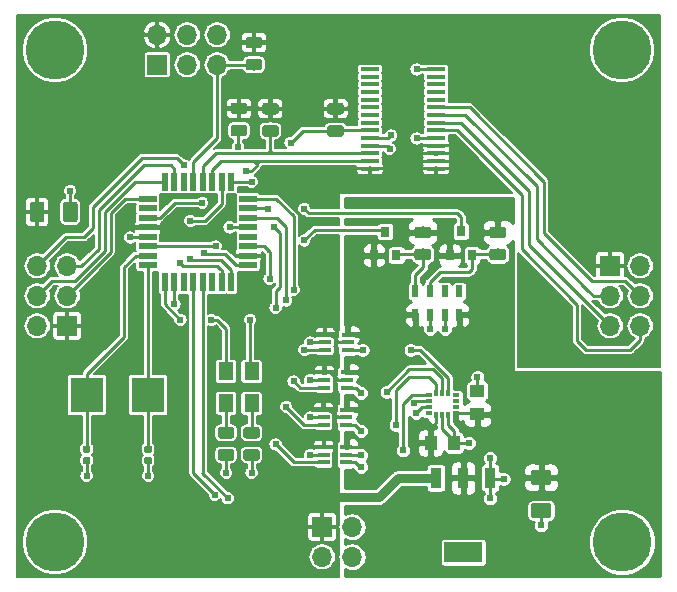
<source format=gbr>
G04 #@! TF.GenerationSoftware,KiCad,Pcbnew,(5.1.2)-1*
G04 #@! TF.CreationDate,2019-08-24T01:42:28-04:00*
G04 #@! TF.ProjectId,AAquad_PCB,41417175-6164-45f5-9043-422e6b696361,rev?*
G04 #@! TF.SameCoordinates,Original*
G04 #@! TF.FileFunction,Copper,L1,Top*
G04 #@! TF.FilePolarity,Positive*
%FSLAX46Y46*%
G04 Gerber Fmt 4.6, Leading zero omitted, Abs format (unit mm)*
G04 Created by KiCad (PCBNEW (5.1.2)-1) date 2019-08-24 01:42:28*
%MOMM*%
%LPD*%
G04 APERTURE LIST*
%ADD10C,0.800000*%
%ADD11C,5.000000*%
%ADD12O,1.700000X1.700000*%
%ADD13R,1.700000X1.700000*%
%ADD14R,0.550000X1.000000*%
%ADD15R,1.000000X1.250000*%
%ADD16R,2.800000X3.000000*%
%ADD17C,0.100000*%
%ADD18C,0.590000*%
%ADD19R,1.600000X0.300000*%
%ADD20C,1.250000*%
%ADD21R,1.250000X1.000000*%
%ADD22R,0.300000X0.600000*%
%ADD23R,0.600000X0.300000*%
%ADD24C,0.975000*%
%ADD25R,0.600000X1.500000*%
%ADD26R,1.500000X0.600000*%
%ADD27R,1.000000X0.450000*%
%ADD28R,1.300000X1.500000*%
%ADD29R,0.800000X0.900000*%
%ADD30R,0.950000X1.750000*%
%ADD31R,3.200000X1.750000*%
%ADD32C,0.609600*%
%ADD33C,0.254000*%
%ADD34C,0.762000*%
%ADD35C,0.200000*%
G04 APERTURE END LIST*
D10*
X214431825Y-52522175D03*
X213106000Y-51973000D03*
X211780175Y-52522175D03*
X211231000Y-53848000D03*
X211780175Y-55173825D03*
X213106000Y-55723000D03*
X214431825Y-55173825D03*
X214981000Y-53848000D03*
D11*
X213106000Y-53848000D03*
D10*
X262437825Y-52522175D03*
X261112000Y-51973000D03*
X259786175Y-52522175D03*
X259237000Y-53848000D03*
X259786175Y-55173825D03*
X261112000Y-55723000D03*
X262437825Y-55173825D03*
X262987000Y-53848000D03*
D11*
X261112000Y-53848000D03*
D10*
X262437825Y-94178175D03*
X261112000Y-93629000D03*
X259786175Y-94178175D03*
X259237000Y-95504000D03*
X259786175Y-96829825D03*
X261112000Y-97379000D03*
X262437825Y-96829825D03*
X262987000Y-95504000D03*
D11*
X261112000Y-95504000D03*
D10*
X214431825Y-94178175D03*
X213106000Y-93629000D03*
X211780175Y-94178175D03*
X211231000Y-95504000D03*
X211780175Y-96829825D03*
X213106000Y-97379000D03*
X214431825Y-96829825D03*
X214981000Y-95504000D03*
D11*
X213106000Y-95504000D03*
D12*
X262636000Y-77216000D03*
X260096000Y-77216000D03*
X262636000Y-74676000D03*
X260096000Y-74676000D03*
X262636000Y-72136000D03*
D13*
X260096000Y-72136000D03*
D14*
X243586000Y-74281000D03*
X244836000Y-74281000D03*
X246086000Y-74281000D03*
X247336000Y-74281000D03*
X247336000Y-76281000D03*
X246086000Y-76281000D03*
X244836000Y-76281000D03*
X243586000Y-76281000D03*
D12*
X211582000Y-72136000D03*
X214122000Y-72136000D03*
X211582000Y-74676000D03*
X214122000Y-74676000D03*
X211582000Y-77216000D03*
D13*
X214122000Y-77216000D03*
D15*
X246888000Y-87122000D03*
X244888000Y-87122000D03*
D16*
X215780000Y-83058000D03*
X220980000Y-83058000D03*
D17*
G36*
X215959958Y-88328710D02*
G01*
X215974276Y-88330834D01*
X215988317Y-88334351D01*
X216001946Y-88339228D01*
X216015031Y-88345417D01*
X216027447Y-88352858D01*
X216039073Y-88361481D01*
X216049798Y-88371202D01*
X216059519Y-88381927D01*
X216068142Y-88393553D01*
X216075583Y-88405969D01*
X216081772Y-88419054D01*
X216086649Y-88432683D01*
X216090166Y-88446724D01*
X216092290Y-88461042D01*
X216093000Y-88475500D01*
X216093000Y-88770500D01*
X216092290Y-88784958D01*
X216090166Y-88799276D01*
X216086649Y-88813317D01*
X216081772Y-88826946D01*
X216075583Y-88840031D01*
X216068142Y-88852447D01*
X216059519Y-88864073D01*
X216049798Y-88874798D01*
X216039073Y-88884519D01*
X216027447Y-88893142D01*
X216015031Y-88900583D01*
X216001946Y-88906772D01*
X215988317Y-88911649D01*
X215974276Y-88915166D01*
X215959958Y-88917290D01*
X215945500Y-88918000D01*
X215600500Y-88918000D01*
X215586042Y-88917290D01*
X215571724Y-88915166D01*
X215557683Y-88911649D01*
X215544054Y-88906772D01*
X215530969Y-88900583D01*
X215518553Y-88893142D01*
X215506927Y-88884519D01*
X215496202Y-88874798D01*
X215486481Y-88864073D01*
X215477858Y-88852447D01*
X215470417Y-88840031D01*
X215464228Y-88826946D01*
X215459351Y-88813317D01*
X215455834Y-88799276D01*
X215453710Y-88784958D01*
X215453000Y-88770500D01*
X215453000Y-88475500D01*
X215453710Y-88461042D01*
X215455834Y-88446724D01*
X215459351Y-88432683D01*
X215464228Y-88419054D01*
X215470417Y-88405969D01*
X215477858Y-88393553D01*
X215486481Y-88381927D01*
X215496202Y-88371202D01*
X215506927Y-88361481D01*
X215518553Y-88352858D01*
X215530969Y-88345417D01*
X215544054Y-88339228D01*
X215557683Y-88334351D01*
X215571724Y-88330834D01*
X215586042Y-88328710D01*
X215600500Y-88328000D01*
X215945500Y-88328000D01*
X215959958Y-88328710D01*
X215959958Y-88328710D01*
G37*
D18*
X215773000Y-88623000D03*
D17*
G36*
X215959958Y-87358710D02*
G01*
X215974276Y-87360834D01*
X215988317Y-87364351D01*
X216001946Y-87369228D01*
X216015031Y-87375417D01*
X216027447Y-87382858D01*
X216039073Y-87391481D01*
X216049798Y-87401202D01*
X216059519Y-87411927D01*
X216068142Y-87423553D01*
X216075583Y-87435969D01*
X216081772Y-87449054D01*
X216086649Y-87462683D01*
X216090166Y-87476724D01*
X216092290Y-87491042D01*
X216093000Y-87505500D01*
X216093000Y-87800500D01*
X216092290Y-87814958D01*
X216090166Y-87829276D01*
X216086649Y-87843317D01*
X216081772Y-87856946D01*
X216075583Y-87870031D01*
X216068142Y-87882447D01*
X216059519Y-87894073D01*
X216049798Y-87904798D01*
X216039073Y-87914519D01*
X216027447Y-87923142D01*
X216015031Y-87930583D01*
X216001946Y-87936772D01*
X215988317Y-87941649D01*
X215974276Y-87945166D01*
X215959958Y-87947290D01*
X215945500Y-87948000D01*
X215600500Y-87948000D01*
X215586042Y-87947290D01*
X215571724Y-87945166D01*
X215557683Y-87941649D01*
X215544054Y-87936772D01*
X215530969Y-87930583D01*
X215518553Y-87923142D01*
X215506927Y-87914519D01*
X215496202Y-87904798D01*
X215486481Y-87894073D01*
X215477858Y-87882447D01*
X215470417Y-87870031D01*
X215464228Y-87856946D01*
X215459351Y-87843317D01*
X215455834Y-87829276D01*
X215453710Y-87814958D01*
X215453000Y-87800500D01*
X215453000Y-87505500D01*
X215453710Y-87491042D01*
X215455834Y-87476724D01*
X215459351Y-87462683D01*
X215464228Y-87449054D01*
X215470417Y-87435969D01*
X215477858Y-87423553D01*
X215486481Y-87411927D01*
X215496202Y-87401202D01*
X215506927Y-87391481D01*
X215518553Y-87382858D01*
X215530969Y-87375417D01*
X215544054Y-87369228D01*
X215557683Y-87364351D01*
X215571724Y-87360834D01*
X215586042Y-87358710D01*
X215600500Y-87358000D01*
X215945500Y-87358000D01*
X215959958Y-87358710D01*
X215959958Y-87358710D01*
G37*
D18*
X215773000Y-87653000D03*
D17*
G36*
X221166958Y-88328710D02*
G01*
X221181276Y-88330834D01*
X221195317Y-88334351D01*
X221208946Y-88339228D01*
X221222031Y-88345417D01*
X221234447Y-88352858D01*
X221246073Y-88361481D01*
X221256798Y-88371202D01*
X221266519Y-88381927D01*
X221275142Y-88393553D01*
X221282583Y-88405969D01*
X221288772Y-88419054D01*
X221293649Y-88432683D01*
X221297166Y-88446724D01*
X221299290Y-88461042D01*
X221300000Y-88475500D01*
X221300000Y-88770500D01*
X221299290Y-88784958D01*
X221297166Y-88799276D01*
X221293649Y-88813317D01*
X221288772Y-88826946D01*
X221282583Y-88840031D01*
X221275142Y-88852447D01*
X221266519Y-88864073D01*
X221256798Y-88874798D01*
X221246073Y-88884519D01*
X221234447Y-88893142D01*
X221222031Y-88900583D01*
X221208946Y-88906772D01*
X221195317Y-88911649D01*
X221181276Y-88915166D01*
X221166958Y-88917290D01*
X221152500Y-88918000D01*
X220807500Y-88918000D01*
X220793042Y-88917290D01*
X220778724Y-88915166D01*
X220764683Y-88911649D01*
X220751054Y-88906772D01*
X220737969Y-88900583D01*
X220725553Y-88893142D01*
X220713927Y-88884519D01*
X220703202Y-88874798D01*
X220693481Y-88864073D01*
X220684858Y-88852447D01*
X220677417Y-88840031D01*
X220671228Y-88826946D01*
X220666351Y-88813317D01*
X220662834Y-88799276D01*
X220660710Y-88784958D01*
X220660000Y-88770500D01*
X220660000Y-88475500D01*
X220660710Y-88461042D01*
X220662834Y-88446724D01*
X220666351Y-88432683D01*
X220671228Y-88419054D01*
X220677417Y-88405969D01*
X220684858Y-88393553D01*
X220693481Y-88381927D01*
X220703202Y-88371202D01*
X220713927Y-88361481D01*
X220725553Y-88352858D01*
X220737969Y-88345417D01*
X220751054Y-88339228D01*
X220764683Y-88334351D01*
X220778724Y-88330834D01*
X220793042Y-88328710D01*
X220807500Y-88328000D01*
X221152500Y-88328000D01*
X221166958Y-88328710D01*
X221166958Y-88328710D01*
G37*
D18*
X220980000Y-88623000D03*
D17*
G36*
X221166958Y-87358710D02*
G01*
X221181276Y-87360834D01*
X221195317Y-87364351D01*
X221208946Y-87369228D01*
X221222031Y-87375417D01*
X221234447Y-87382858D01*
X221246073Y-87391481D01*
X221256798Y-87401202D01*
X221266519Y-87411927D01*
X221275142Y-87423553D01*
X221282583Y-87435969D01*
X221288772Y-87449054D01*
X221293649Y-87462683D01*
X221297166Y-87476724D01*
X221299290Y-87491042D01*
X221300000Y-87505500D01*
X221300000Y-87800500D01*
X221299290Y-87814958D01*
X221297166Y-87829276D01*
X221293649Y-87843317D01*
X221288772Y-87856946D01*
X221282583Y-87870031D01*
X221275142Y-87882447D01*
X221266519Y-87894073D01*
X221256798Y-87904798D01*
X221246073Y-87914519D01*
X221234447Y-87923142D01*
X221222031Y-87930583D01*
X221208946Y-87936772D01*
X221195317Y-87941649D01*
X221181276Y-87945166D01*
X221166958Y-87947290D01*
X221152500Y-87948000D01*
X220807500Y-87948000D01*
X220793042Y-87947290D01*
X220778724Y-87945166D01*
X220764683Y-87941649D01*
X220751054Y-87936772D01*
X220737969Y-87930583D01*
X220725553Y-87923142D01*
X220713927Y-87914519D01*
X220703202Y-87904798D01*
X220693481Y-87894073D01*
X220684858Y-87882447D01*
X220677417Y-87870031D01*
X220671228Y-87856946D01*
X220666351Y-87843317D01*
X220662834Y-87829276D01*
X220660710Y-87814958D01*
X220660000Y-87800500D01*
X220660000Y-87505500D01*
X220660710Y-87491042D01*
X220662834Y-87476724D01*
X220666351Y-87462683D01*
X220671228Y-87449054D01*
X220677417Y-87435969D01*
X220684858Y-87423553D01*
X220693481Y-87411927D01*
X220703202Y-87401202D01*
X220713927Y-87391481D01*
X220725553Y-87382858D01*
X220737969Y-87375417D01*
X220751054Y-87369228D01*
X220764683Y-87364351D01*
X220778724Y-87360834D01*
X220793042Y-87358710D01*
X220807500Y-87358000D01*
X221152500Y-87358000D01*
X221166958Y-87358710D01*
X221166958Y-87358710D01*
G37*
D18*
X220980000Y-87653000D03*
D19*
X239770000Y-63915000D03*
X239770000Y-63265000D03*
X239770000Y-62615000D03*
X239770000Y-61965000D03*
X239770000Y-61315000D03*
X239770000Y-60665000D03*
X239770000Y-60015000D03*
X239770000Y-59365000D03*
X239770000Y-58715000D03*
X239770000Y-58065000D03*
X239770000Y-57415000D03*
X239770000Y-56765000D03*
X239770000Y-56115000D03*
X239770000Y-55465000D03*
X245370000Y-55465000D03*
X245370000Y-56115000D03*
X245370000Y-56765000D03*
X245370000Y-57415000D03*
X245370000Y-58065000D03*
X245370000Y-58715000D03*
X245370000Y-59365000D03*
X245370000Y-60015000D03*
X245370000Y-60665000D03*
X245370000Y-61315000D03*
X245370000Y-61965000D03*
X245370000Y-62615000D03*
X245370000Y-63265000D03*
X245370000Y-63915000D03*
D17*
G36*
X214775504Y-66690204D02*
G01*
X214799773Y-66693804D01*
X214823571Y-66699765D01*
X214846671Y-66708030D01*
X214868849Y-66718520D01*
X214889893Y-66731133D01*
X214909598Y-66745747D01*
X214927777Y-66762223D01*
X214944253Y-66780402D01*
X214958867Y-66800107D01*
X214971480Y-66821151D01*
X214981970Y-66843329D01*
X214990235Y-66866429D01*
X214996196Y-66890227D01*
X214999796Y-66914496D01*
X215001000Y-66939000D01*
X215001000Y-68189000D01*
X214999796Y-68213504D01*
X214996196Y-68237773D01*
X214990235Y-68261571D01*
X214981970Y-68284671D01*
X214971480Y-68306849D01*
X214958867Y-68327893D01*
X214944253Y-68347598D01*
X214927777Y-68365777D01*
X214909598Y-68382253D01*
X214889893Y-68396867D01*
X214868849Y-68409480D01*
X214846671Y-68419970D01*
X214823571Y-68428235D01*
X214799773Y-68434196D01*
X214775504Y-68437796D01*
X214751000Y-68439000D01*
X214001000Y-68439000D01*
X213976496Y-68437796D01*
X213952227Y-68434196D01*
X213928429Y-68428235D01*
X213905329Y-68419970D01*
X213883151Y-68409480D01*
X213862107Y-68396867D01*
X213842402Y-68382253D01*
X213824223Y-68365777D01*
X213807747Y-68347598D01*
X213793133Y-68327893D01*
X213780520Y-68306849D01*
X213770030Y-68284671D01*
X213761765Y-68261571D01*
X213755804Y-68237773D01*
X213752204Y-68213504D01*
X213751000Y-68189000D01*
X213751000Y-66939000D01*
X213752204Y-66914496D01*
X213755804Y-66890227D01*
X213761765Y-66866429D01*
X213770030Y-66843329D01*
X213780520Y-66821151D01*
X213793133Y-66800107D01*
X213807747Y-66780402D01*
X213824223Y-66762223D01*
X213842402Y-66745747D01*
X213862107Y-66731133D01*
X213883151Y-66718520D01*
X213905329Y-66708030D01*
X213928429Y-66699765D01*
X213952227Y-66693804D01*
X213976496Y-66690204D01*
X214001000Y-66689000D01*
X214751000Y-66689000D01*
X214775504Y-66690204D01*
X214775504Y-66690204D01*
G37*
D20*
X214376000Y-67564000D03*
D17*
G36*
X211975504Y-66690204D02*
G01*
X211999773Y-66693804D01*
X212023571Y-66699765D01*
X212046671Y-66708030D01*
X212068849Y-66718520D01*
X212089893Y-66731133D01*
X212109598Y-66745747D01*
X212127777Y-66762223D01*
X212144253Y-66780402D01*
X212158867Y-66800107D01*
X212171480Y-66821151D01*
X212181970Y-66843329D01*
X212190235Y-66866429D01*
X212196196Y-66890227D01*
X212199796Y-66914496D01*
X212201000Y-66939000D01*
X212201000Y-68189000D01*
X212199796Y-68213504D01*
X212196196Y-68237773D01*
X212190235Y-68261571D01*
X212181970Y-68284671D01*
X212171480Y-68306849D01*
X212158867Y-68327893D01*
X212144253Y-68347598D01*
X212127777Y-68365777D01*
X212109598Y-68382253D01*
X212089893Y-68396867D01*
X212068849Y-68409480D01*
X212046671Y-68419970D01*
X212023571Y-68428235D01*
X211999773Y-68434196D01*
X211975504Y-68437796D01*
X211951000Y-68439000D01*
X211201000Y-68439000D01*
X211176496Y-68437796D01*
X211152227Y-68434196D01*
X211128429Y-68428235D01*
X211105329Y-68419970D01*
X211083151Y-68409480D01*
X211062107Y-68396867D01*
X211042402Y-68382253D01*
X211024223Y-68365777D01*
X211007747Y-68347598D01*
X210993133Y-68327893D01*
X210980520Y-68306849D01*
X210970030Y-68284671D01*
X210961765Y-68261571D01*
X210955804Y-68237773D01*
X210952204Y-68213504D01*
X210951000Y-68189000D01*
X210951000Y-66939000D01*
X210952204Y-66914496D01*
X210955804Y-66890227D01*
X210961765Y-66866429D01*
X210970030Y-66843329D01*
X210980520Y-66821151D01*
X210993133Y-66800107D01*
X211007747Y-66780402D01*
X211024223Y-66762223D01*
X211042402Y-66745747D01*
X211062107Y-66731133D01*
X211083151Y-66718520D01*
X211105329Y-66708030D01*
X211128429Y-66699765D01*
X211152227Y-66693804D01*
X211176496Y-66690204D01*
X211201000Y-66689000D01*
X211951000Y-66689000D01*
X211975504Y-66690204D01*
X211975504Y-66690204D01*
G37*
D20*
X211576000Y-67564000D03*
D21*
X248856500Y-84709000D03*
X248856500Y-82709000D03*
D17*
G36*
X254903504Y-89419204D02*
G01*
X254927773Y-89422804D01*
X254951571Y-89428765D01*
X254974671Y-89437030D01*
X254996849Y-89447520D01*
X255017893Y-89460133D01*
X255037598Y-89474747D01*
X255055777Y-89491223D01*
X255072253Y-89509402D01*
X255086867Y-89529107D01*
X255099480Y-89550151D01*
X255109970Y-89572329D01*
X255118235Y-89595429D01*
X255124196Y-89619227D01*
X255127796Y-89643496D01*
X255129000Y-89668000D01*
X255129000Y-90418000D01*
X255127796Y-90442504D01*
X255124196Y-90466773D01*
X255118235Y-90490571D01*
X255109970Y-90513671D01*
X255099480Y-90535849D01*
X255086867Y-90556893D01*
X255072253Y-90576598D01*
X255055777Y-90594777D01*
X255037598Y-90611253D01*
X255017893Y-90625867D01*
X254996849Y-90638480D01*
X254974671Y-90648970D01*
X254951571Y-90657235D01*
X254927773Y-90663196D01*
X254903504Y-90666796D01*
X254879000Y-90668000D01*
X253629000Y-90668000D01*
X253604496Y-90666796D01*
X253580227Y-90663196D01*
X253556429Y-90657235D01*
X253533329Y-90648970D01*
X253511151Y-90638480D01*
X253490107Y-90625867D01*
X253470402Y-90611253D01*
X253452223Y-90594777D01*
X253435747Y-90576598D01*
X253421133Y-90556893D01*
X253408520Y-90535849D01*
X253398030Y-90513671D01*
X253389765Y-90490571D01*
X253383804Y-90466773D01*
X253380204Y-90442504D01*
X253379000Y-90418000D01*
X253379000Y-89668000D01*
X253380204Y-89643496D01*
X253383804Y-89619227D01*
X253389765Y-89595429D01*
X253398030Y-89572329D01*
X253408520Y-89550151D01*
X253421133Y-89529107D01*
X253435747Y-89509402D01*
X253452223Y-89491223D01*
X253470402Y-89474747D01*
X253490107Y-89460133D01*
X253511151Y-89447520D01*
X253533329Y-89437030D01*
X253556429Y-89428765D01*
X253580227Y-89422804D01*
X253604496Y-89419204D01*
X253629000Y-89418000D01*
X254879000Y-89418000D01*
X254903504Y-89419204D01*
X254903504Y-89419204D01*
G37*
D20*
X254254000Y-90043000D03*
D17*
G36*
X254903504Y-92219204D02*
G01*
X254927773Y-92222804D01*
X254951571Y-92228765D01*
X254974671Y-92237030D01*
X254996849Y-92247520D01*
X255017893Y-92260133D01*
X255037598Y-92274747D01*
X255055777Y-92291223D01*
X255072253Y-92309402D01*
X255086867Y-92329107D01*
X255099480Y-92350151D01*
X255109970Y-92372329D01*
X255118235Y-92395429D01*
X255124196Y-92419227D01*
X255127796Y-92443496D01*
X255129000Y-92468000D01*
X255129000Y-93218000D01*
X255127796Y-93242504D01*
X255124196Y-93266773D01*
X255118235Y-93290571D01*
X255109970Y-93313671D01*
X255099480Y-93335849D01*
X255086867Y-93356893D01*
X255072253Y-93376598D01*
X255055777Y-93394777D01*
X255037598Y-93411253D01*
X255017893Y-93425867D01*
X254996849Y-93438480D01*
X254974671Y-93448970D01*
X254951571Y-93457235D01*
X254927773Y-93463196D01*
X254903504Y-93466796D01*
X254879000Y-93468000D01*
X253629000Y-93468000D01*
X253604496Y-93466796D01*
X253580227Y-93463196D01*
X253556429Y-93457235D01*
X253533329Y-93448970D01*
X253511151Y-93438480D01*
X253490107Y-93425867D01*
X253470402Y-93411253D01*
X253452223Y-93394777D01*
X253435747Y-93376598D01*
X253421133Y-93356893D01*
X253408520Y-93335849D01*
X253398030Y-93313671D01*
X253389765Y-93290571D01*
X253383804Y-93266773D01*
X253380204Y-93242504D01*
X253379000Y-93218000D01*
X253379000Y-92468000D01*
X253380204Y-92443496D01*
X253383804Y-92419227D01*
X253389765Y-92395429D01*
X253398030Y-92372329D01*
X253408520Y-92350151D01*
X253421133Y-92329107D01*
X253435747Y-92309402D01*
X253452223Y-92291223D01*
X253470402Y-92274747D01*
X253490107Y-92260133D01*
X253511151Y-92247520D01*
X253533329Y-92237030D01*
X253556429Y-92228765D01*
X253580227Y-92222804D01*
X253604496Y-92219204D01*
X253629000Y-92218000D01*
X254879000Y-92218000D01*
X254903504Y-92219204D01*
X254903504Y-92219204D01*
G37*
D20*
X254254000Y-92843000D03*
D22*
X245372000Y-82920000D03*
X245872000Y-82920000D03*
X246372000Y-82920000D03*
D23*
X247022000Y-83070000D03*
X247022000Y-83570000D03*
X247022000Y-84070000D03*
X247022000Y-84570000D03*
D22*
X246372000Y-84720000D03*
X245872000Y-84720000D03*
X245372000Y-84720000D03*
D23*
X244722000Y-84570000D03*
X244722000Y-84070000D03*
X244722000Y-83570000D03*
X244722000Y-83070000D03*
D12*
X226822000Y-52578000D03*
X226822000Y-55118000D03*
X224282000Y-52578000D03*
X224282000Y-55118000D03*
X221742000Y-52578000D03*
D13*
X221742000Y-55118000D03*
D17*
G36*
X237335142Y-60219674D02*
G01*
X237358803Y-60223184D01*
X237382007Y-60228996D01*
X237404529Y-60237054D01*
X237426153Y-60247282D01*
X237446670Y-60259579D01*
X237465883Y-60273829D01*
X237483607Y-60289893D01*
X237499671Y-60307617D01*
X237513921Y-60326830D01*
X237526218Y-60347347D01*
X237536446Y-60368971D01*
X237544504Y-60391493D01*
X237550316Y-60414697D01*
X237553826Y-60438358D01*
X237555000Y-60462250D01*
X237555000Y-60949750D01*
X237553826Y-60973642D01*
X237550316Y-60997303D01*
X237544504Y-61020507D01*
X237536446Y-61043029D01*
X237526218Y-61064653D01*
X237513921Y-61085170D01*
X237499671Y-61104383D01*
X237483607Y-61122107D01*
X237465883Y-61138171D01*
X237446670Y-61152421D01*
X237426153Y-61164718D01*
X237404529Y-61174946D01*
X237382007Y-61183004D01*
X237358803Y-61188816D01*
X237335142Y-61192326D01*
X237311250Y-61193500D01*
X236398750Y-61193500D01*
X236374858Y-61192326D01*
X236351197Y-61188816D01*
X236327993Y-61183004D01*
X236305471Y-61174946D01*
X236283847Y-61164718D01*
X236263330Y-61152421D01*
X236244117Y-61138171D01*
X236226393Y-61122107D01*
X236210329Y-61104383D01*
X236196079Y-61085170D01*
X236183782Y-61064653D01*
X236173554Y-61043029D01*
X236165496Y-61020507D01*
X236159684Y-60997303D01*
X236156174Y-60973642D01*
X236155000Y-60949750D01*
X236155000Y-60462250D01*
X236156174Y-60438358D01*
X236159684Y-60414697D01*
X236165496Y-60391493D01*
X236173554Y-60368971D01*
X236183782Y-60347347D01*
X236196079Y-60326830D01*
X236210329Y-60307617D01*
X236226393Y-60289893D01*
X236244117Y-60273829D01*
X236263330Y-60259579D01*
X236283847Y-60247282D01*
X236305471Y-60237054D01*
X236327993Y-60228996D01*
X236351197Y-60223184D01*
X236374858Y-60219674D01*
X236398750Y-60218500D01*
X237311250Y-60218500D01*
X237335142Y-60219674D01*
X237335142Y-60219674D01*
G37*
D24*
X236855000Y-60706000D03*
D17*
G36*
X237335142Y-58344674D02*
G01*
X237358803Y-58348184D01*
X237382007Y-58353996D01*
X237404529Y-58362054D01*
X237426153Y-58372282D01*
X237446670Y-58384579D01*
X237465883Y-58398829D01*
X237483607Y-58414893D01*
X237499671Y-58432617D01*
X237513921Y-58451830D01*
X237526218Y-58472347D01*
X237536446Y-58493971D01*
X237544504Y-58516493D01*
X237550316Y-58539697D01*
X237553826Y-58563358D01*
X237555000Y-58587250D01*
X237555000Y-59074750D01*
X237553826Y-59098642D01*
X237550316Y-59122303D01*
X237544504Y-59145507D01*
X237536446Y-59168029D01*
X237526218Y-59189653D01*
X237513921Y-59210170D01*
X237499671Y-59229383D01*
X237483607Y-59247107D01*
X237465883Y-59263171D01*
X237446670Y-59277421D01*
X237426153Y-59289718D01*
X237404529Y-59299946D01*
X237382007Y-59308004D01*
X237358803Y-59313816D01*
X237335142Y-59317326D01*
X237311250Y-59318500D01*
X236398750Y-59318500D01*
X236374858Y-59317326D01*
X236351197Y-59313816D01*
X236327993Y-59308004D01*
X236305471Y-59299946D01*
X236283847Y-59289718D01*
X236263330Y-59277421D01*
X236244117Y-59263171D01*
X236226393Y-59247107D01*
X236210329Y-59229383D01*
X236196079Y-59210170D01*
X236183782Y-59189653D01*
X236173554Y-59168029D01*
X236165496Y-59145507D01*
X236159684Y-59122303D01*
X236156174Y-59098642D01*
X236155000Y-59074750D01*
X236155000Y-58587250D01*
X236156174Y-58563358D01*
X236159684Y-58539697D01*
X236165496Y-58516493D01*
X236173554Y-58493971D01*
X236183782Y-58472347D01*
X236196079Y-58451830D01*
X236210329Y-58432617D01*
X236226393Y-58414893D01*
X236244117Y-58398829D01*
X236263330Y-58384579D01*
X236283847Y-58372282D01*
X236305471Y-58362054D01*
X236327993Y-58353996D01*
X236351197Y-58348184D01*
X236374858Y-58344674D01*
X236398750Y-58343500D01*
X237311250Y-58343500D01*
X237335142Y-58344674D01*
X237335142Y-58344674D01*
G37*
D24*
X236855000Y-58831000D03*
D17*
G36*
X231810642Y-58344674D02*
G01*
X231834303Y-58348184D01*
X231857507Y-58353996D01*
X231880029Y-58362054D01*
X231901653Y-58372282D01*
X231922170Y-58384579D01*
X231941383Y-58398829D01*
X231959107Y-58414893D01*
X231975171Y-58432617D01*
X231989421Y-58451830D01*
X232001718Y-58472347D01*
X232011946Y-58493971D01*
X232020004Y-58516493D01*
X232025816Y-58539697D01*
X232029326Y-58563358D01*
X232030500Y-58587250D01*
X232030500Y-59074750D01*
X232029326Y-59098642D01*
X232025816Y-59122303D01*
X232020004Y-59145507D01*
X232011946Y-59168029D01*
X232001718Y-59189653D01*
X231989421Y-59210170D01*
X231975171Y-59229383D01*
X231959107Y-59247107D01*
X231941383Y-59263171D01*
X231922170Y-59277421D01*
X231901653Y-59289718D01*
X231880029Y-59299946D01*
X231857507Y-59308004D01*
X231834303Y-59313816D01*
X231810642Y-59317326D01*
X231786750Y-59318500D01*
X230874250Y-59318500D01*
X230850358Y-59317326D01*
X230826697Y-59313816D01*
X230803493Y-59308004D01*
X230780971Y-59299946D01*
X230759347Y-59289718D01*
X230738830Y-59277421D01*
X230719617Y-59263171D01*
X230701893Y-59247107D01*
X230685829Y-59229383D01*
X230671579Y-59210170D01*
X230659282Y-59189653D01*
X230649054Y-59168029D01*
X230640996Y-59145507D01*
X230635184Y-59122303D01*
X230631674Y-59098642D01*
X230630500Y-59074750D01*
X230630500Y-58587250D01*
X230631674Y-58563358D01*
X230635184Y-58539697D01*
X230640996Y-58516493D01*
X230649054Y-58493971D01*
X230659282Y-58472347D01*
X230671579Y-58451830D01*
X230685829Y-58432617D01*
X230701893Y-58414893D01*
X230719617Y-58398829D01*
X230738830Y-58384579D01*
X230759347Y-58372282D01*
X230780971Y-58362054D01*
X230803493Y-58353996D01*
X230826697Y-58348184D01*
X230850358Y-58344674D01*
X230874250Y-58343500D01*
X231786750Y-58343500D01*
X231810642Y-58344674D01*
X231810642Y-58344674D01*
G37*
D24*
X231330500Y-58831000D03*
D17*
G36*
X231810642Y-60219674D02*
G01*
X231834303Y-60223184D01*
X231857507Y-60228996D01*
X231880029Y-60237054D01*
X231901653Y-60247282D01*
X231922170Y-60259579D01*
X231941383Y-60273829D01*
X231959107Y-60289893D01*
X231975171Y-60307617D01*
X231989421Y-60326830D01*
X232001718Y-60347347D01*
X232011946Y-60368971D01*
X232020004Y-60391493D01*
X232025816Y-60414697D01*
X232029326Y-60438358D01*
X232030500Y-60462250D01*
X232030500Y-60949750D01*
X232029326Y-60973642D01*
X232025816Y-60997303D01*
X232020004Y-61020507D01*
X232011946Y-61043029D01*
X232001718Y-61064653D01*
X231989421Y-61085170D01*
X231975171Y-61104383D01*
X231959107Y-61122107D01*
X231941383Y-61138171D01*
X231922170Y-61152421D01*
X231901653Y-61164718D01*
X231880029Y-61174946D01*
X231857507Y-61183004D01*
X231834303Y-61188816D01*
X231810642Y-61192326D01*
X231786750Y-61193500D01*
X230874250Y-61193500D01*
X230850358Y-61192326D01*
X230826697Y-61188816D01*
X230803493Y-61183004D01*
X230780971Y-61174946D01*
X230759347Y-61164718D01*
X230738830Y-61152421D01*
X230719617Y-61138171D01*
X230701893Y-61122107D01*
X230685829Y-61104383D01*
X230671579Y-61085170D01*
X230659282Y-61064653D01*
X230649054Y-61043029D01*
X230640996Y-61020507D01*
X230635184Y-60997303D01*
X230631674Y-60973642D01*
X230630500Y-60949750D01*
X230630500Y-60462250D01*
X230631674Y-60438358D01*
X230635184Y-60414697D01*
X230640996Y-60391493D01*
X230649054Y-60368971D01*
X230659282Y-60347347D01*
X230671579Y-60326830D01*
X230685829Y-60307617D01*
X230701893Y-60289893D01*
X230719617Y-60273829D01*
X230738830Y-60259579D01*
X230759347Y-60247282D01*
X230780971Y-60237054D01*
X230803493Y-60228996D01*
X230826697Y-60223184D01*
X230850358Y-60219674D01*
X230874250Y-60218500D01*
X231786750Y-60218500D01*
X231810642Y-60219674D01*
X231810642Y-60219674D01*
G37*
D24*
X231330500Y-60706000D03*
D17*
G36*
X230223142Y-87651674D02*
G01*
X230246803Y-87655184D01*
X230270007Y-87660996D01*
X230292529Y-87669054D01*
X230314153Y-87679282D01*
X230334670Y-87691579D01*
X230353883Y-87705829D01*
X230371607Y-87721893D01*
X230387671Y-87739617D01*
X230401921Y-87758830D01*
X230414218Y-87779347D01*
X230424446Y-87800971D01*
X230432504Y-87823493D01*
X230438316Y-87846697D01*
X230441826Y-87870358D01*
X230443000Y-87894250D01*
X230443000Y-88381750D01*
X230441826Y-88405642D01*
X230438316Y-88429303D01*
X230432504Y-88452507D01*
X230424446Y-88475029D01*
X230414218Y-88496653D01*
X230401921Y-88517170D01*
X230387671Y-88536383D01*
X230371607Y-88554107D01*
X230353883Y-88570171D01*
X230334670Y-88584421D01*
X230314153Y-88596718D01*
X230292529Y-88606946D01*
X230270007Y-88615004D01*
X230246803Y-88620816D01*
X230223142Y-88624326D01*
X230199250Y-88625500D01*
X229286750Y-88625500D01*
X229262858Y-88624326D01*
X229239197Y-88620816D01*
X229215993Y-88615004D01*
X229193471Y-88606946D01*
X229171847Y-88596718D01*
X229151330Y-88584421D01*
X229132117Y-88570171D01*
X229114393Y-88554107D01*
X229098329Y-88536383D01*
X229084079Y-88517170D01*
X229071782Y-88496653D01*
X229061554Y-88475029D01*
X229053496Y-88452507D01*
X229047684Y-88429303D01*
X229044174Y-88405642D01*
X229043000Y-88381750D01*
X229043000Y-87894250D01*
X229044174Y-87870358D01*
X229047684Y-87846697D01*
X229053496Y-87823493D01*
X229061554Y-87800971D01*
X229071782Y-87779347D01*
X229084079Y-87758830D01*
X229098329Y-87739617D01*
X229114393Y-87721893D01*
X229132117Y-87705829D01*
X229151330Y-87691579D01*
X229171847Y-87679282D01*
X229193471Y-87669054D01*
X229215993Y-87660996D01*
X229239197Y-87655184D01*
X229262858Y-87651674D01*
X229286750Y-87650500D01*
X230199250Y-87650500D01*
X230223142Y-87651674D01*
X230223142Y-87651674D01*
G37*
D24*
X229743000Y-88138000D03*
D17*
G36*
X230223142Y-85776674D02*
G01*
X230246803Y-85780184D01*
X230270007Y-85785996D01*
X230292529Y-85794054D01*
X230314153Y-85804282D01*
X230334670Y-85816579D01*
X230353883Y-85830829D01*
X230371607Y-85846893D01*
X230387671Y-85864617D01*
X230401921Y-85883830D01*
X230414218Y-85904347D01*
X230424446Y-85925971D01*
X230432504Y-85948493D01*
X230438316Y-85971697D01*
X230441826Y-85995358D01*
X230443000Y-86019250D01*
X230443000Y-86506750D01*
X230441826Y-86530642D01*
X230438316Y-86554303D01*
X230432504Y-86577507D01*
X230424446Y-86600029D01*
X230414218Y-86621653D01*
X230401921Y-86642170D01*
X230387671Y-86661383D01*
X230371607Y-86679107D01*
X230353883Y-86695171D01*
X230334670Y-86709421D01*
X230314153Y-86721718D01*
X230292529Y-86731946D01*
X230270007Y-86740004D01*
X230246803Y-86745816D01*
X230223142Y-86749326D01*
X230199250Y-86750500D01*
X229286750Y-86750500D01*
X229262858Y-86749326D01*
X229239197Y-86745816D01*
X229215993Y-86740004D01*
X229193471Y-86731946D01*
X229171847Y-86721718D01*
X229151330Y-86709421D01*
X229132117Y-86695171D01*
X229114393Y-86679107D01*
X229098329Y-86661383D01*
X229084079Y-86642170D01*
X229071782Y-86621653D01*
X229061554Y-86600029D01*
X229053496Y-86577507D01*
X229047684Y-86554303D01*
X229044174Y-86530642D01*
X229043000Y-86506750D01*
X229043000Y-86019250D01*
X229044174Y-85995358D01*
X229047684Y-85971697D01*
X229053496Y-85948493D01*
X229061554Y-85925971D01*
X229071782Y-85904347D01*
X229084079Y-85883830D01*
X229098329Y-85864617D01*
X229114393Y-85846893D01*
X229132117Y-85830829D01*
X229151330Y-85816579D01*
X229171847Y-85804282D01*
X229193471Y-85794054D01*
X229215993Y-85785996D01*
X229239197Y-85780184D01*
X229262858Y-85776674D01*
X229286750Y-85775500D01*
X230199250Y-85775500D01*
X230223142Y-85776674D01*
X230223142Y-85776674D01*
G37*
D24*
X229743000Y-86263000D03*
D17*
G36*
X228064142Y-87651674D02*
G01*
X228087803Y-87655184D01*
X228111007Y-87660996D01*
X228133529Y-87669054D01*
X228155153Y-87679282D01*
X228175670Y-87691579D01*
X228194883Y-87705829D01*
X228212607Y-87721893D01*
X228228671Y-87739617D01*
X228242921Y-87758830D01*
X228255218Y-87779347D01*
X228265446Y-87800971D01*
X228273504Y-87823493D01*
X228279316Y-87846697D01*
X228282826Y-87870358D01*
X228284000Y-87894250D01*
X228284000Y-88381750D01*
X228282826Y-88405642D01*
X228279316Y-88429303D01*
X228273504Y-88452507D01*
X228265446Y-88475029D01*
X228255218Y-88496653D01*
X228242921Y-88517170D01*
X228228671Y-88536383D01*
X228212607Y-88554107D01*
X228194883Y-88570171D01*
X228175670Y-88584421D01*
X228155153Y-88596718D01*
X228133529Y-88606946D01*
X228111007Y-88615004D01*
X228087803Y-88620816D01*
X228064142Y-88624326D01*
X228040250Y-88625500D01*
X227127750Y-88625500D01*
X227103858Y-88624326D01*
X227080197Y-88620816D01*
X227056993Y-88615004D01*
X227034471Y-88606946D01*
X227012847Y-88596718D01*
X226992330Y-88584421D01*
X226973117Y-88570171D01*
X226955393Y-88554107D01*
X226939329Y-88536383D01*
X226925079Y-88517170D01*
X226912782Y-88496653D01*
X226902554Y-88475029D01*
X226894496Y-88452507D01*
X226888684Y-88429303D01*
X226885174Y-88405642D01*
X226884000Y-88381750D01*
X226884000Y-87894250D01*
X226885174Y-87870358D01*
X226888684Y-87846697D01*
X226894496Y-87823493D01*
X226902554Y-87800971D01*
X226912782Y-87779347D01*
X226925079Y-87758830D01*
X226939329Y-87739617D01*
X226955393Y-87721893D01*
X226973117Y-87705829D01*
X226992330Y-87691579D01*
X227012847Y-87679282D01*
X227034471Y-87669054D01*
X227056993Y-87660996D01*
X227080197Y-87655184D01*
X227103858Y-87651674D01*
X227127750Y-87650500D01*
X228040250Y-87650500D01*
X228064142Y-87651674D01*
X228064142Y-87651674D01*
G37*
D24*
X227584000Y-88138000D03*
D17*
G36*
X228064142Y-85776674D02*
G01*
X228087803Y-85780184D01*
X228111007Y-85785996D01*
X228133529Y-85794054D01*
X228155153Y-85804282D01*
X228175670Y-85816579D01*
X228194883Y-85830829D01*
X228212607Y-85846893D01*
X228228671Y-85864617D01*
X228242921Y-85883830D01*
X228255218Y-85904347D01*
X228265446Y-85925971D01*
X228273504Y-85948493D01*
X228279316Y-85971697D01*
X228282826Y-85995358D01*
X228284000Y-86019250D01*
X228284000Y-86506750D01*
X228282826Y-86530642D01*
X228279316Y-86554303D01*
X228273504Y-86577507D01*
X228265446Y-86600029D01*
X228255218Y-86621653D01*
X228242921Y-86642170D01*
X228228671Y-86661383D01*
X228212607Y-86679107D01*
X228194883Y-86695171D01*
X228175670Y-86709421D01*
X228155153Y-86721718D01*
X228133529Y-86731946D01*
X228111007Y-86740004D01*
X228087803Y-86745816D01*
X228064142Y-86749326D01*
X228040250Y-86750500D01*
X227127750Y-86750500D01*
X227103858Y-86749326D01*
X227080197Y-86745816D01*
X227056993Y-86740004D01*
X227034471Y-86731946D01*
X227012847Y-86721718D01*
X226992330Y-86709421D01*
X226973117Y-86695171D01*
X226955393Y-86679107D01*
X226939329Y-86661383D01*
X226925079Y-86642170D01*
X226912782Y-86621653D01*
X226902554Y-86600029D01*
X226894496Y-86577507D01*
X226888684Y-86554303D01*
X226885174Y-86530642D01*
X226884000Y-86506750D01*
X226884000Y-86019250D01*
X226885174Y-85995358D01*
X226888684Y-85971697D01*
X226894496Y-85948493D01*
X226902554Y-85925971D01*
X226912782Y-85904347D01*
X226925079Y-85883830D01*
X226939329Y-85864617D01*
X226955393Y-85846893D01*
X226973117Y-85830829D01*
X226992330Y-85816579D01*
X227012847Y-85804282D01*
X227034471Y-85794054D01*
X227056993Y-85785996D01*
X227080197Y-85780184D01*
X227103858Y-85776674D01*
X227127750Y-85775500D01*
X228040250Y-85775500D01*
X228064142Y-85776674D01*
X228064142Y-85776674D01*
G37*
D24*
X227584000Y-86263000D03*
D17*
G36*
X230413642Y-52741674D02*
G01*
X230437303Y-52745184D01*
X230460507Y-52750996D01*
X230483029Y-52759054D01*
X230504653Y-52769282D01*
X230525170Y-52781579D01*
X230544383Y-52795829D01*
X230562107Y-52811893D01*
X230578171Y-52829617D01*
X230592421Y-52848830D01*
X230604718Y-52869347D01*
X230614946Y-52890971D01*
X230623004Y-52913493D01*
X230628816Y-52936697D01*
X230632326Y-52960358D01*
X230633500Y-52984250D01*
X230633500Y-53471750D01*
X230632326Y-53495642D01*
X230628816Y-53519303D01*
X230623004Y-53542507D01*
X230614946Y-53565029D01*
X230604718Y-53586653D01*
X230592421Y-53607170D01*
X230578171Y-53626383D01*
X230562107Y-53644107D01*
X230544383Y-53660171D01*
X230525170Y-53674421D01*
X230504653Y-53686718D01*
X230483029Y-53696946D01*
X230460507Y-53705004D01*
X230437303Y-53710816D01*
X230413642Y-53714326D01*
X230389750Y-53715500D01*
X229477250Y-53715500D01*
X229453358Y-53714326D01*
X229429697Y-53710816D01*
X229406493Y-53705004D01*
X229383971Y-53696946D01*
X229362347Y-53686718D01*
X229341830Y-53674421D01*
X229322617Y-53660171D01*
X229304893Y-53644107D01*
X229288829Y-53626383D01*
X229274579Y-53607170D01*
X229262282Y-53586653D01*
X229252054Y-53565029D01*
X229243996Y-53542507D01*
X229238184Y-53519303D01*
X229234674Y-53495642D01*
X229233500Y-53471750D01*
X229233500Y-52984250D01*
X229234674Y-52960358D01*
X229238184Y-52936697D01*
X229243996Y-52913493D01*
X229252054Y-52890971D01*
X229262282Y-52869347D01*
X229274579Y-52848830D01*
X229288829Y-52829617D01*
X229304893Y-52811893D01*
X229322617Y-52795829D01*
X229341830Y-52781579D01*
X229362347Y-52769282D01*
X229383971Y-52759054D01*
X229406493Y-52750996D01*
X229429697Y-52745184D01*
X229453358Y-52741674D01*
X229477250Y-52740500D01*
X230389750Y-52740500D01*
X230413642Y-52741674D01*
X230413642Y-52741674D01*
G37*
D24*
X229933500Y-53228000D03*
D17*
G36*
X230413642Y-54616674D02*
G01*
X230437303Y-54620184D01*
X230460507Y-54625996D01*
X230483029Y-54634054D01*
X230504653Y-54644282D01*
X230525170Y-54656579D01*
X230544383Y-54670829D01*
X230562107Y-54686893D01*
X230578171Y-54704617D01*
X230592421Y-54723830D01*
X230604718Y-54744347D01*
X230614946Y-54765971D01*
X230623004Y-54788493D01*
X230628816Y-54811697D01*
X230632326Y-54835358D01*
X230633500Y-54859250D01*
X230633500Y-55346750D01*
X230632326Y-55370642D01*
X230628816Y-55394303D01*
X230623004Y-55417507D01*
X230614946Y-55440029D01*
X230604718Y-55461653D01*
X230592421Y-55482170D01*
X230578171Y-55501383D01*
X230562107Y-55519107D01*
X230544383Y-55535171D01*
X230525170Y-55549421D01*
X230504653Y-55561718D01*
X230483029Y-55571946D01*
X230460507Y-55580004D01*
X230437303Y-55585816D01*
X230413642Y-55589326D01*
X230389750Y-55590500D01*
X229477250Y-55590500D01*
X229453358Y-55589326D01*
X229429697Y-55585816D01*
X229406493Y-55580004D01*
X229383971Y-55571946D01*
X229362347Y-55561718D01*
X229341830Y-55549421D01*
X229322617Y-55535171D01*
X229304893Y-55519107D01*
X229288829Y-55501383D01*
X229274579Y-55482170D01*
X229262282Y-55461653D01*
X229252054Y-55440029D01*
X229243996Y-55417507D01*
X229238184Y-55394303D01*
X229234674Y-55370642D01*
X229233500Y-55346750D01*
X229233500Y-54859250D01*
X229234674Y-54835358D01*
X229238184Y-54811697D01*
X229243996Y-54788493D01*
X229252054Y-54765971D01*
X229262282Y-54744347D01*
X229274579Y-54723830D01*
X229288829Y-54704617D01*
X229304893Y-54686893D01*
X229322617Y-54670829D01*
X229341830Y-54656579D01*
X229362347Y-54644282D01*
X229383971Y-54634054D01*
X229406493Y-54625996D01*
X229429697Y-54620184D01*
X229453358Y-54616674D01*
X229477250Y-54615500D01*
X230389750Y-54615500D01*
X230413642Y-54616674D01*
X230413642Y-54616674D01*
G37*
D24*
X229933500Y-55103000D03*
D17*
G36*
X244701142Y-70682174D02*
G01*
X244724803Y-70685684D01*
X244748007Y-70691496D01*
X244770529Y-70699554D01*
X244792153Y-70709782D01*
X244812670Y-70722079D01*
X244831883Y-70736329D01*
X244849607Y-70752393D01*
X244865671Y-70770117D01*
X244879921Y-70789330D01*
X244892218Y-70809847D01*
X244902446Y-70831471D01*
X244910504Y-70853993D01*
X244916316Y-70877197D01*
X244919826Y-70900858D01*
X244921000Y-70924750D01*
X244921000Y-71412250D01*
X244919826Y-71436142D01*
X244916316Y-71459803D01*
X244910504Y-71483007D01*
X244902446Y-71505529D01*
X244892218Y-71527153D01*
X244879921Y-71547670D01*
X244865671Y-71566883D01*
X244849607Y-71584607D01*
X244831883Y-71600671D01*
X244812670Y-71614921D01*
X244792153Y-71627218D01*
X244770529Y-71637446D01*
X244748007Y-71645504D01*
X244724803Y-71651316D01*
X244701142Y-71654826D01*
X244677250Y-71656000D01*
X243764750Y-71656000D01*
X243740858Y-71654826D01*
X243717197Y-71651316D01*
X243693993Y-71645504D01*
X243671471Y-71637446D01*
X243649847Y-71627218D01*
X243629330Y-71614921D01*
X243610117Y-71600671D01*
X243592393Y-71584607D01*
X243576329Y-71566883D01*
X243562079Y-71547670D01*
X243549782Y-71527153D01*
X243539554Y-71505529D01*
X243531496Y-71483007D01*
X243525684Y-71459803D01*
X243522174Y-71436142D01*
X243521000Y-71412250D01*
X243521000Y-70924750D01*
X243522174Y-70900858D01*
X243525684Y-70877197D01*
X243531496Y-70853993D01*
X243539554Y-70831471D01*
X243549782Y-70809847D01*
X243562079Y-70789330D01*
X243576329Y-70770117D01*
X243592393Y-70752393D01*
X243610117Y-70736329D01*
X243629330Y-70722079D01*
X243649847Y-70709782D01*
X243671471Y-70699554D01*
X243693993Y-70691496D01*
X243717197Y-70685684D01*
X243740858Y-70682174D01*
X243764750Y-70681000D01*
X244677250Y-70681000D01*
X244701142Y-70682174D01*
X244701142Y-70682174D01*
G37*
D24*
X244221000Y-71168500D03*
D17*
G36*
X244701142Y-68807174D02*
G01*
X244724803Y-68810684D01*
X244748007Y-68816496D01*
X244770529Y-68824554D01*
X244792153Y-68834782D01*
X244812670Y-68847079D01*
X244831883Y-68861329D01*
X244849607Y-68877393D01*
X244865671Y-68895117D01*
X244879921Y-68914330D01*
X244892218Y-68934847D01*
X244902446Y-68956471D01*
X244910504Y-68978993D01*
X244916316Y-69002197D01*
X244919826Y-69025858D01*
X244921000Y-69049750D01*
X244921000Y-69537250D01*
X244919826Y-69561142D01*
X244916316Y-69584803D01*
X244910504Y-69608007D01*
X244902446Y-69630529D01*
X244892218Y-69652153D01*
X244879921Y-69672670D01*
X244865671Y-69691883D01*
X244849607Y-69709607D01*
X244831883Y-69725671D01*
X244812670Y-69739921D01*
X244792153Y-69752218D01*
X244770529Y-69762446D01*
X244748007Y-69770504D01*
X244724803Y-69776316D01*
X244701142Y-69779826D01*
X244677250Y-69781000D01*
X243764750Y-69781000D01*
X243740858Y-69779826D01*
X243717197Y-69776316D01*
X243693993Y-69770504D01*
X243671471Y-69762446D01*
X243649847Y-69752218D01*
X243629330Y-69739921D01*
X243610117Y-69725671D01*
X243592393Y-69709607D01*
X243576329Y-69691883D01*
X243562079Y-69672670D01*
X243549782Y-69652153D01*
X243539554Y-69630529D01*
X243531496Y-69608007D01*
X243525684Y-69584803D01*
X243522174Y-69561142D01*
X243521000Y-69537250D01*
X243521000Y-69049750D01*
X243522174Y-69025858D01*
X243525684Y-69002197D01*
X243531496Y-68978993D01*
X243539554Y-68956471D01*
X243549782Y-68934847D01*
X243562079Y-68914330D01*
X243576329Y-68895117D01*
X243592393Y-68877393D01*
X243610117Y-68861329D01*
X243629330Y-68847079D01*
X243649847Y-68834782D01*
X243671471Y-68824554D01*
X243693993Y-68816496D01*
X243717197Y-68810684D01*
X243740858Y-68807174D01*
X243764750Y-68806000D01*
X244677250Y-68806000D01*
X244701142Y-68807174D01*
X244701142Y-68807174D01*
G37*
D24*
X244221000Y-69293500D03*
D17*
G36*
X251051142Y-70682174D02*
G01*
X251074803Y-70685684D01*
X251098007Y-70691496D01*
X251120529Y-70699554D01*
X251142153Y-70709782D01*
X251162670Y-70722079D01*
X251181883Y-70736329D01*
X251199607Y-70752393D01*
X251215671Y-70770117D01*
X251229921Y-70789330D01*
X251242218Y-70809847D01*
X251252446Y-70831471D01*
X251260504Y-70853993D01*
X251266316Y-70877197D01*
X251269826Y-70900858D01*
X251271000Y-70924750D01*
X251271000Y-71412250D01*
X251269826Y-71436142D01*
X251266316Y-71459803D01*
X251260504Y-71483007D01*
X251252446Y-71505529D01*
X251242218Y-71527153D01*
X251229921Y-71547670D01*
X251215671Y-71566883D01*
X251199607Y-71584607D01*
X251181883Y-71600671D01*
X251162670Y-71614921D01*
X251142153Y-71627218D01*
X251120529Y-71637446D01*
X251098007Y-71645504D01*
X251074803Y-71651316D01*
X251051142Y-71654826D01*
X251027250Y-71656000D01*
X250114750Y-71656000D01*
X250090858Y-71654826D01*
X250067197Y-71651316D01*
X250043993Y-71645504D01*
X250021471Y-71637446D01*
X249999847Y-71627218D01*
X249979330Y-71614921D01*
X249960117Y-71600671D01*
X249942393Y-71584607D01*
X249926329Y-71566883D01*
X249912079Y-71547670D01*
X249899782Y-71527153D01*
X249889554Y-71505529D01*
X249881496Y-71483007D01*
X249875684Y-71459803D01*
X249872174Y-71436142D01*
X249871000Y-71412250D01*
X249871000Y-70924750D01*
X249872174Y-70900858D01*
X249875684Y-70877197D01*
X249881496Y-70853993D01*
X249889554Y-70831471D01*
X249899782Y-70809847D01*
X249912079Y-70789330D01*
X249926329Y-70770117D01*
X249942393Y-70752393D01*
X249960117Y-70736329D01*
X249979330Y-70722079D01*
X249999847Y-70709782D01*
X250021471Y-70699554D01*
X250043993Y-70691496D01*
X250067197Y-70685684D01*
X250090858Y-70682174D01*
X250114750Y-70681000D01*
X251027250Y-70681000D01*
X251051142Y-70682174D01*
X251051142Y-70682174D01*
G37*
D24*
X250571000Y-71168500D03*
D17*
G36*
X251051142Y-68807174D02*
G01*
X251074803Y-68810684D01*
X251098007Y-68816496D01*
X251120529Y-68824554D01*
X251142153Y-68834782D01*
X251162670Y-68847079D01*
X251181883Y-68861329D01*
X251199607Y-68877393D01*
X251215671Y-68895117D01*
X251229921Y-68914330D01*
X251242218Y-68934847D01*
X251252446Y-68956471D01*
X251260504Y-68978993D01*
X251266316Y-69002197D01*
X251269826Y-69025858D01*
X251271000Y-69049750D01*
X251271000Y-69537250D01*
X251269826Y-69561142D01*
X251266316Y-69584803D01*
X251260504Y-69608007D01*
X251252446Y-69630529D01*
X251242218Y-69652153D01*
X251229921Y-69672670D01*
X251215671Y-69691883D01*
X251199607Y-69709607D01*
X251181883Y-69725671D01*
X251162670Y-69739921D01*
X251142153Y-69752218D01*
X251120529Y-69762446D01*
X251098007Y-69770504D01*
X251074803Y-69776316D01*
X251051142Y-69779826D01*
X251027250Y-69781000D01*
X250114750Y-69781000D01*
X250090858Y-69779826D01*
X250067197Y-69776316D01*
X250043993Y-69770504D01*
X250021471Y-69762446D01*
X249999847Y-69752218D01*
X249979330Y-69739921D01*
X249960117Y-69725671D01*
X249942393Y-69709607D01*
X249926329Y-69691883D01*
X249912079Y-69672670D01*
X249899782Y-69652153D01*
X249889554Y-69630529D01*
X249881496Y-69608007D01*
X249875684Y-69584803D01*
X249872174Y-69561142D01*
X249871000Y-69537250D01*
X249871000Y-69049750D01*
X249872174Y-69025858D01*
X249875684Y-69002197D01*
X249881496Y-68978993D01*
X249889554Y-68956471D01*
X249899782Y-68934847D01*
X249912079Y-68914330D01*
X249926329Y-68895117D01*
X249942393Y-68877393D01*
X249960117Y-68861329D01*
X249979330Y-68847079D01*
X249999847Y-68834782D01*
X250021471Y-68824554D01*
X250043993Y-68816496D01*
X250067197Y-68810684D01*
X250090858Y-68807174D01*
X250114750Y-68806000D01*
X251027250Y-68806000D01*
X251051142Y-68807174D01*
X251051142Y-68807174D01*
G37*
D24*
X250571000Y-69293500D03*
D17*
G36*
X229143642Y-58314674D02*
G01*
X229167303Y-58318184D01*
X229190507Y-58323996D01*
X229213029Y-58332054D01*
X229234653Y-58342282D01*
X229255170Y-58354579D01*
X229274383Y-58368829D01*
X229292107Y-58384893D01*
X229308171Y-58402617D01*
X229322421Y-58421830D01*
X229334718Y-58442347D01*
X229344946Y-58463971D01*
X229353004Y-58486493D01*
X229358816Y-58509697D01*
X229362326Y-58533358D01*
X229363500Y-58557250D01*
X229363500Y-59044750D01*
X229362326Y-59068642D01*
X229358816Y-59092303D01*
X229353004Y-59115507D01*
X229344946Y-59138029D01*
X229334718Y-59159653D01*
X229322421Y-59180170D01*
X229308171Y-59199383D01*
X229292107Y-59217107D01*
X229274383Y-59233171D01*
X229255170Y-59247421D01*
X229234653Y-59259718D01*
X229213029Y-59269946D01*
X229190507Y-59278004D01*
X229167303Y-59283816D01*
X229143642Y-59287326D01*
X229119750Y-59288500D01*
X228207250Y-59288500D01*
X228183358Y-59287326D01*
X228159697Y-59283816D01*
X228136493Y-59278004D01*
X228113971Y-59269946D01*
X228092347Y-59259718D01*
X228071830Y-59247421D01*
X228052617Y-59233171D01*
X228034893Y-59217107D01*
X228018829Y-59199383D01*
X228004579Y-59180170D01*
X227992282Y-59159653D01*
X227982054Y-59138029D01*
X227973996Y-59115507D01*
X227968184Y-59092303D01*
X227964674Y-59068642D01*
X227963500Y-59044750D01*
X227963500Y-58557250D01*
X227964674Y-58533358D01*
X227968184Y-58509697D01*
X227973996Y-58486493D01*
X227982054Y-58463971D01*
X227992282Y-58442347D01*
X228004579Y-58421830D01*
X228018829Y-58402617D01*
X228034893Y-58384893D01*
X228052617Y-58368829D01*
X228071830Y-58354579D01*
X228092347Y-58342282D01*
X228113971Y-58332054D01*
X228136493Y-58323996D01*
X228159697Y-58318184D01*
X228183358Y-58314674D01*
X228207250Y-58313500D01*
X229119750Y-58313500D01*
X229143642Y-58314674D01*
X229143642Y-58314674D01*
G37*
D24*
X228663500Y-58801000D03*
D17*
G36*
X229143642Y-60189674D02*
G01*
X229167303Y-60193184D01*
X229190507Y-60198996D01*
X229213029Y-60207054D01*
X229234653Y-60217282D01*
X229255170Y-60229579D01*
X229274383Y-60243829D01*
X229292107Y-60259893D01*
X229308171Y-60277617D01*
X229322421Y-60296830D01*
X229334718Y-60317347D01*
X229344946Y-60338971D01*
X229353004Y-60361493D01*
X229358816Y-60384697D01*
X229362326Y-60408358D01*
X229363500Y-60432250D01*
X229363500Y-60919750D01*
X229362326Y-60943642D01*
X229358816Y-60967303D01*
X229353004Y-60990507D01*
X229344946Y-61013029D01*
X229334718Y-61034653D01*
X229322421Y-61055170D01*
X229308171Y-61074383D01*
X229292107Y-61092107D01*
X229274383Y-61108171D01*
X229255170Y-61122421D01*
X229234653Y-61134718D01*
X229213029Y-61144946D01*
X229190507Y-61153004D01*
X229167303Y-61158816D01*
X229143642Y-61162326D01*
X229119750Y-61163500D01*
X228207250Y-61163500D01*
X228183358Y-61162326D01*
X228159697Y-61158816D01*
X228136493Y-61153004D01*
X228113971Y-61144946D01*
X228092347Y-61134718D01*
X228071830Y-61122421D01*
X228052617Y-61108171D01*
X228034893Y-61092107D01*
X228018829Y-61074383D01*
X228004579Y-61055170D01*
X227992282Y-61034653D01*
X227982054Y-61013029D01*
X227973996Y-60990507D01*
X227968184Y-60967303D01*
X227964674Y-60943642D01*
X227963500Y-60919750D01*
X227963500Y-60432250D01*
X227964674Y-60408358D01*
X227968184Y-60384697D01*
X227973996Y-60361493D01*
X227982054Y-60338971D01*
X227992282Y-60317347D01*
X228004579Y-60296830D01*
X228018829Y-60277617D01*
X228034893Y-60259893D01*
X228052617Y-60243829D01*
X228071830Y-60229579D01*
X228092347Y-60217282D01*
X228113971Y-60207054D01*
X228136493Y-60198996D01*
X228159697Y-60193184D01*
X228183358Y-60189674D01*
X228207250Y-60188500D01*
X229119750Y-60188500D01*
X229143642Y-60189674D01*
X229143642Y-60189674D01*
G37*
D24*
X228663500Y-60676000D03*
D25*
X222403000Y-65024000D03*
X223203000Y-65024000D03*
X224003000Y-65024000D03*
X224803000Y-65024000D03*
X225603000Y-65024000D03*
X226403000Y-65024000D03*
X227203000Y-65024000D03*
X228003000Y-65024000D03*
D26*
X229453000Y-66474000D03*
X229453000Y-67274000D03*
X229453000Y-68074000D03*
X229453000Y-68874000D03*
X229453000Y-69674000D03*
X229453000Y-70474000D03*
X229453000Y-71274000D03*
X229453000Y-72074000D03*
D25*
X228003000Y-73524000D03*
X227203000Y-73524000D03*
X226403000Y-73524000D03*
X225603000Y-73524000D03*
X224803000Y-73524000D03*
X224003000Y-73524000D03*
X223203000Y-73524000D03*
X222403000Y-73524000D03*
D26*
X220953000Y-72074000D03*
X220953000Y-71274000D03*
X220953000Y-70474000D03*
X220953000Y-69674000D03*
X220953000Y-68874000D03*
X220953000Y-68074000D03*
X220953000Y-67274000D03*
X220953000Y-66474000D03*
D12*
X238252000Y-96774000D03*
X235712000Y-96774000D03*
X238252000Y-94234000D03*
D13*
X235712000Y-94234000D03*
D27*
X237805000Y-81138000D03*
X237805000Y-81788000D03*
X237805000Y-82438000D03*
X235905000Y-82438000D03*
X235905000Y-81788000D03*
X235905000Y-81138000D03*
X237739000Y-84298000D03*
X237739000Y-84948000D03*
X237739000Y-85598000D03*
X235839000Y-85598000D03*
X235839000Y-84948000D03*
X235839000Y-84298000D03*
X235844000Y-87473000D03*
X235844000Y-88123000D03*
X235844000Y-88773000D03*
X237744000Y-88773000D03*
X237744000Y-88123000D03*
X237744000Y-87473000D03*
X237871000Y-77948000D03*
X237871000Y-78598000D03*
X237871000Y-79248000D03*
X235971000Y-79248000D03*
X235971000Y-78598000D03*
X235971000Y-77948000D03*
D28*
X229743000Y-83773000D03*
X229743000Y-81073000D03*
X227584000Y-83773000D03*
X227584000Y-81073000D03*
D29*
X246507000Y-71215000D03*
X248407000Y-71215000D03*
X247457000Y-69215000D03*
X240096000Y-71231000D03*
X241996000Y-71231000D03*
X241046000Y-69231000D03*
D30*
X249950000Y-90093000D03*
X247650000Y-90093000D03*
X245350000Y-90093000D03*
D31*
X247650000Y-96393000D03*
D32*
X246126000Y-77470000D03*
X239014000Y-88138000D03*
X234696000Y-88138000D03*
X234696000Y-84963000D03*
X234696000Y-81788000D03*
X234696000Y-78613000D03*
X249936000Y-88392000D03*
X251079000Y-90170000D03*
X249936000Y-91821000D03*
X254254000Y-94107000D03*
X227584000Y-89662000D03*
X229743000Y-89662000D03*
X227878000Y-68874000D03*
X219456000Y-69723000D03*
X220980000Y-89916000D03*
X215773000Y-89916000D03*
X241554000Y-61087000D03*
X241427000Y-62230000D03*
X243713000Y-61341000D03*
X243713000Y-55499000D03*
X248158000Y-87122000D03*
X248856500Y-81534000D03*
X243656000Y-84582000D03*
X243522500Y-83756500D03*
X214376000Y-65786000D03*
X234696000Y-87249000D03*
X234569000Y-84074000D03*
X234696000Y-77724000D03*
X234696000Y-80899000D03*
X229362000Y-73025000D03*
X219329000Y-68262500D03*
X241490500Y-63119000D03*
X237500000Y-63881000D03*
X241935000Y-76200000D03*
X248729500Y-76009500D03*
X244856000Y-77470000D03*
X223203000Y-75375000D03*
X229616000Y-76708000D03*
X223708974Y-76708000D03*
X226314000Y-76708000D03*
X231648000Y-68834000D03*
X231140000Y-67310000D03*
X231775000Y-87249000D03*
X231775000Y-75692000D03*
X234188000Y-79248000D03*
X231267000Y-73215500D03*
X233299000Y-81915000D03*
X233299000Y-74168000D03*
X232664000Y-84074000D03*
X232664000Y-75057000D03*
X232664000Y-75057000D03*
X224536000Y-71577200D03*
X225679000Y-71069200D03*
X223647000Y-71882000D03*
X224536000Y-68326000D03*
X224028000Y-63627000D03*
X228600000Y-62039500D03*
X229298500Y-64135000D03*
X229743000Y-65024000D03*
X233045000Y-61722000D03*
X225552000Y-66802000D03*
X234188000Y-67310000D03*
X226695000Y-70485000D03*
X234188000Y-69977000D03*
X227725132Y-91806868D03*
X226631500Y-91503500D03*
X239014000Y-89154000D03*
X242570000Y-87757000D03*
X239141000Y-79248000D03*
X243205000Y-79248000D03*
X239014000Y-82893000D03*
X241173000Y-82804000D03*
X239001000Y-86106000D03*
X241935000Y-85598000D03*
D33*
X246126000Y-76281000D02*
X246126000Y-77035000D01*
X246126000Y-77035000D02*
X246126000Y-77470000D01*
X238498000Y-88123000D02*
X238513000Y-88138000D01*
X237744000Y-88123000D02*
X238498000Y-88123000D01*
X238513000Y-88138000D02*
X239014000Y-88138000D01*
X235727000Y-88123000D02*
X235712000Y-88138000D01*
X235844000Y-88123000D02*
X235727000Y-88123000D01*
X235712000Y-88138000D02*
X234696000Y-88138000D01*
X235839000Y-84948000D02*
X234711000Y-84948000D01*
X234711000Y-84948000D02*
X234696000Y-84963000D01*
X235905000Y-81788000D02*
X235151000Y-81788000D01*
X235151000Y-81788000D02*
X234696000Y-81788000D01*
X235217000Y-78598000D02*
X235202000Y-78613000D01*
X235971000Y-78598000D02*
X235217000Y-78598000D01*
X235202000Y-78613000D02*
X234696000Y-78613000D01*
X249950000Y-88964000D02*
X249936000Y-88950000D01*
X249936000Y-89126000D02*
X249950000Y-89140000D01*
X249936000Y-88392000D02*
X249936000Y-89126000D01*
X249950000Y-90093000D02*
X249950000Y-89140000D01*
X249950000Y-89140000D02*
X249950000Y-88964000D01*
X250027000Y-90170000D02*
X249950000Y-90093000D01*
X251079000Y-90170000D02*
X250027000Y-90170000D01*
X249936000Y-90107000D02*
X249950000Y-90093000D01*
X249936000Y-91821000D02*
X249936000Y-90107000D01*
X254254000Y-92843000D02*
X254254000Y-93853000D01*
X254254000Y-94107000D02*
X254254000Y-92843000D01*
X227584000Y-88138000D02*
X227584000Y-88725500D01*
X227584000Y-88725500D02*
X227584000Y-89662000D01*
X229743000Y-88138000D02*
X229743000Y-88725500D01*
X229743000Y-88725500D02*
X229743000Y-89662000D01*
X229453000Y-68874000D02*
X227878000Y-68874000D01*
X219378000Y-69674000D02*
X219329000Y-69723000D01*
X219505000Y-69674000D02*
X219456000Y-69723000D01*
X220953000Y-69674000D02*
X219505000Y-69674000D01*
X220980000Y-88623000D02*
X220980000Y-89018000D01*
X220980000Y-89018000D02*
X220980000Y-89916000D01*
X215773000Y-88623000D02*
X215773000Y-89916000D01*
X239770000Y-61965000D02*
X241289000Y-61965000D01*
X241326000Y-61315000D02*
X241554000Y-61087000D01*
X239770000Y-61315000D02*
X241326000Y-61315000D01*
X241427000Y-62103000D02*
X241289000Y-61965000D01*
X241427000Y-62230000D02*
X241427000Y-62103000D01*
X245370000Y-61315000D02*
X243739000Y-61315000D01*
X243739000Y-61315000D02*
X243713000Y-61341000D01*
X245370000Y-55465000D02*
X243747000Y-55465000D01*
X243747000Y-55465000D02*
X243713000Y-55499000D01*
X248856500Y-82709000D02*
X248856500Y-81955000D01*
X248856500Y-81955000D02*
X248856500Y-81534000D01*
X244168000Y-84070000D02*
X243656000Y-84582000D01*
X244722000Y-84070000D02*
X244168000Y-84070000D01*
X244722000Y-83570000D02*
X243709000Y-83570000D01*
X243709000Y-83570000D02*
X243522500Y-83756500D01*
X246888000Y-86997000D02*
X246888000Y-87122000D01*
X245872000Y-85981000D02*
X246888000Y-86997000D01*
X245872000Y-84720000D02*
X245872000Y-85981000D01*
X246372000Y-84720000D02*
X246372000Y-85590000D01*
X246888000Y-86106000D02*
X246888000Y-87122000D01*
X246372000Y-85590000D02*
X246888000Y-86106000D01*
X246888000Y-87122000D02*
X248158000Y-87122000D01*
X214376000Y-67564000D02*
X214376000Y-65786000D01*
X236335000Y-84298000D02*
X235839000Y-84298000D01*
X236985000Y-84948000D02*
X236335000Y-84298000D01*
X237739000Y-84948000D02*
X236985000Y-84948000D01*
X236401000Y-81138000D02*
X235905000Y-81138000D01*
X237051000Y-81788000D02*
X236401000Y-81138000D01*
X237805000Y-81788000D02*
X237051000Y-81788000D01*
X236467000Y-77948000D02*
X235971000Y-77948000D01*
X237117000Y-78598000D02*
X236467000Y-77948000D01*
X237871000Y-78598000D02*
X237117000Y-78598000D01*
D34*
X245350000Y-90093000D02*
X242139000Y-90093000D01*
X242139000Y-90093000D02*
X240538000Y-91694000D01*
X240538000Y-91694000D02*
X234696000Y-91694000D01*
D33*
X229743000Y-83773000D02*
X229743000Y-86263000D01*
X227584000Y-83773000D02*
X227584000Y-86263000D01*
X245372000Y-84720000D02*
X245372000Y-85336000D01*
X244888000Y-85820000D02*
X244888000Y-87122000D01*
X245372000Y-85336000D02*
X244888000Y-85820000D01*
X248717500Y-84570000D02*
X248856500Y-84709000D01*
X247022000Y-84570000D02*
X248717500Y-84570000D01*
X237744000Y-87473000D02*
X239094800Y-87473000D01*
X239094800Y-87473000D02*
X239268000Y-87299800D01*
X220980000Y-72101000D02*
X220953000Y-72074000D01*
X220980000Y-83058000D02*
X220980000Y-72101000D01*
X220980000Y-87258000D02*
X220980000Y-83058000D01*
X220980000Y-87653000D02*
X220980000Y-87258000D01*
X215780000Y-81304000D02*
X218948000Y-78136000D01*
X215780000Y-83058000D02*
X215780000Y-81304000D01*
X218948000Y-78136000D02*
X218948000Y-72263000D01*
X219937000Y-71274000D02*
X220953000Y-71274000D01*
X218948000Y-72263000D02*
X219937000Y-71274000D01*
X215773000Y-83065000D02*
X215780000Y-83058000D01*
X215773000Y-87653000D02*
X215773000Y-83065000D01*
X244888000Y-76293000D02*
X244876000Y-76281000D01*
X244856000Y-76301000D02*
X244876000Y-76281000D01*
X244856000Y-76301000D02*
X244836000Y-76281000D01*
X244856000Y-77470000D02*
X244856000Y-76301000D01*
X223203000Y-75375000D02*
X223203000Y-73524000D01*
X229616000Y-80946000D02*
X229743000Y-81073000D01*
X229616000Y-76708000D02*
X229616000Y-80946000D01*
X222403000Y-75402026D02*
X223708974Y-76708000D01*
X222403000Y-73524000D02*
X222403000Y-75402026D01*
X226314000Y-76708000D02*
X226822000Y-76708000D01*
X226822000Y-76708000D02*
X227584000Y-77470000D01*
X227584000Y-77470000D02*
X227584000Y-81073000D01*
X235844000Y-88773000D02*
X233299000Y-88773000D01*
X233299000Y-88773000D02*
X231775000Y-87249000D01*
X229489000Y-67310000D02*
X229453000Y-67274000D01*
X231104000Y-67274000D02*
X231140000Y-67310000D01*
X229453000Y-67274000D02*
X231104000Y-67274000D01*
X231775000Y-75692000D02*
X231775000Y-74295000D01*
X231775000Y-74295000D02*
X232156000Y-73914000D01*
X232156000Y-69342000D02*
X231648000Y-68834000D01*
X232156000Y-73914000D02*
X232156000Y-69342000D01*
X230748000Y-70474000D02*
X229453000Y-70474000D01*
X231140000Y-70866000D02*
X230748000Y-70474000D01*
X235971000Y-79248000D02*
X234188000Y-79248000D01*
X231267000Y-70993000D02*
X230748000Y-70474000D01*
X231267000Y-73215500D02*
X231267000Y-70993000D01*
X235905000Y-82438000D02*
X233822000Y-82438000D01*
X233822000Y-82438000D02*
X233299000Y-81915000D01*
X231828000Y-66474000D02*
X229453000Y-66474000D01*
X233299000Y-67945000D02*
X231828000Y-66474000D01*
X233299000Y-74168000D02*
X233299000Y-67945000D01*
X235839000Y-85598000D02*
X234188000Y-85598000D01*
X234188000Y-85598000D02*
X232664000Y-84074000D01*
X231904000Y-68074000D02*
X229453000Y-68074000D01*
X232664000Y-68834000D02*
X231904000Y-68074000D01*
X232664000Y-75057000D02*
X232664000Y-68834000D01*
X244876000Y-74281000D02*
X244876000Y-74056000D01*
X244876000Y-74056000D02*
X244856000Y-74036000D01*
X244836000Y-73527000D02*
X245719000Y-72644000D01*
X244836000Y-74281000D02*
X244836000Y-73527000D01*
X245719000Y-72644000D02*
X248158000Y-72644000D01*
X248407000Y-72395000D02*
X248407000Y-71215000D01*
X248158000Y-72644000D02*
X248407000Y-72395000D01*
X248453500Y-71168500D02*
X248407000Y-71215000D01*
X250571000Y-71168500D02*
X248453500Y-71168500D01*
X244221000Y-72263000D02*
X244221000Y-71168500D01*
X243586000Y-74281000D02*
X243586000Y-72898000D01*
X243586000Y-72898000D02*
X244221000Y-72263000D01*
X242058500Y-71168500D02*
X241996000Y-71231000D01*
X244221000Y-71168500D02*
X242058500Y-71168500D01*
X228003000Y-72520000D02*
X227111000Y-71628000D01*
X228003000Y-73524000D02*
X228003000Y-72520000D01*
X227111000Y-71628000D02*
X224536000Y-71628000D01*
X224536000Y-71628000D02*
X224536000Y-71577200D01*
X228449000Y-72074000D02*
X227495000Y-71120000D01*
X229453000Y-72074000D02*
X228449000Y-72074000D01*
X227495000Y-71120000D02*
X225729800Y-71120000D01*
X225729800Y-71120000D02*
X225679000Y-71069200D01*
X227203000Y-72520000D02*
X227076000Y-72393000D01*
X227203000Y-73524000D02*
X227203000Y-72520000D01*
X227076000Y-72393000D02*
X227076000Y-72390000D01*
X227076000Y-72390000D02*
X226822000Y-72136000D01*
X226822000Y-72136000D02*
X223901000Y-72136000D01*
X223901000Y-72136000D02*
X223647000Y-71882000D01*
X224803000Y-65024000D02*
X224803000Y-63360000D01*
X226822000Y-61341000D02*
X226822000Y-56134000D01*
X224803000Y-63360000D02*
X226822000Y-61341000D01*
X226822000Y-56134000D02*
X226822000Y-55118000D01*
X226837000Y-55103000D02*
X226822000Y-55118000D01*
X229933500Y-55103000D02*
X226837000Y-55103000D01*
X219022000Y-66474000D02*
X220953000Y-66474000D01*
X217805000Y-67691000D02*
X219022000Y-66474000D01*
X214122000Y-74676000D02*
X217805000Y-70993000D01*
X217805000Y-70993000D02*
X217805000Y-67691000D01*
X213995000Y-69723000D02*
X211582000Y-72136000D01*
X223393000Y-62992000D02*
X220472000Y-62992000D01*
X224028000Y-63627000D02*
X223393000Y-62992000D01*
X220472000Y-62992000D02*
X216281000Y-67183000D01*
X216281000Y-67183000D02*
X216281000Y-68961000D01*
X216281000Y-68961000D02*
X215519000Y-69723000D01*
X215519000Y-69723000D02*
X213995000Y-69723000D01*
X227203000Y-66929000D02*
X227203000Y-65024000D01*
X224536000Y-68326000D02*
X225806000Y-68326000D01*
X225806000Y-68326000D02*
X227203000Y-66929000D01*
X223203000Y-63945000D02*
X223203000Y-65024000D01*
X215324081Y-72136000D02*
X216789000Y-70671081D01*
X214122000Y-72136000D02*
X215324081Y-72136000D01*
X216789000Y-70671081D02*
X216789000Y-67437000D01*
X216789000Y-67437000D02*
X220599000Y-63627000D01*
X220599000Y-63627000D02*
X222885000Y-63627000D01*
X222885000Y-63627000D02*
X223203000Y-63945000D01*
X219837000Y-65024000D02*
X222403000Y-65024000D01*
X217297000Y-67564000D02*
X219837000Y-65024000D01*
X217297000Y-70866000D02*
X217297000Y-67564000D01*
X214757000Y-73406000D02*
X217297000Y-70866000D01*
X211582000Y-74676000D02*
X212852000Y-73406000D01*
X212852000Y-73406000D02*
X214757000Y-73406000D01*
X248199000Y-58715000D02*
X245370000Y-58715000D01*
X254508000Y-65024000D02*
X248199000Y-58715000D01*
X254508000Y-69342000D02*
X254508000Y-65024000D01*
X258572000Y-73406000D02*
X254508000Y-69342000D01*
X262636000Y-74676000D02*
X261366000Y-73406000D01*
X261366000Y-73406000D02*
X258572000Y-73406000D01*
X258699000Y-74676000D02*
X258254500Y-74231500D01*
X260096000Y-74676000D02*
X258699000Y-74676000D01*
X258572000Y-74549000D02*
X258254500Y-74231500D01*
X258254500Y-74231500D02*
X253873000Y-69850000D01*
X253873000Y-65405000D02*
X253619000Y-65151000D01*
X253873000Y-69850000D02*
X253873000Y-65405000D01*
X253746000Y-65278000D02*
X253619000Y-65151000D01*
X247833000Y-59365000D02*
X245370000Y-59365000D01*
X253619000Y-65151000D02*
X247833000Y-59365000D01*
X247467000Y-60015000D02*
X245370000Y-60015000D01*
X253238000Y-65786000D02*
X247467000Y-60015000D01*
X260096000Y-77216000D02*
X253238000Y-70358000D01*
X253238000Y-70358000D02*
X253238000Y-65786000D01*
X252603000Y-66167000D02*
X247101000Y-60665000D01*
X247101000Y-60665000D02*
X245370000Y-60665000D01*
X252603000Y-70739000D02*
X252603000Y-66167000D01*
X262636000Y-78418081D02*
X261806081Y-79248000D01*
X262636000Y-77216000D02*
X262636000Y-78418081D01*
X261806081Y-79248000D02*
X258064000Y-79248000D01*
X258064000Y-79248000D02*
X257302000Y-78486000D01*
X257302000Y-78486000D02*
X257302000Y-75438000D01*
X257302000Y-75438000D02*
X252603000Y-70739000D01*
X226403000Y-64020000D02*
X226403000Y-65024000D01*
X227158000Y-63265000D02*
X226403000Y-64020000D01*
X228600000Y-60295000D02*
X228600000Y-60882500D01*
X230168500Y-63265000D02*
X230206500Y-63265000D01*
X229729552Y-64135000D02*
X230168500Y-63696052D01*
X229298500Y-64135000D02*
X229729552Y-64135000D01*
X230168500Y-63696052D02*
X230168500Y-63557000D01*
X230460500Y-63265000D02*
X230206500Y-63265000D01*
X229660500Y-63265000D02*
X229889000Y-63265000D01*
X230168500Y-63696052D02*
X230168500Y-63544500D01*
X229660500Y-63265000D02*
X227158000Y-63265000D01*
X230206500Y-63265000D02*
X229660500Y-63265000D01*
X229939800Y-63265000D02*
X230168500Y-63493700D01*
X229660500Y-63265000D02*
X229939800Y-63265000D01*
X230168500Y-63544500D02*
X230168500Y-63493700D01*
X230168500Y-63493700D02*
X230168500Y-63265000D01*
X230397200Y-63265000D02*
X230168500Y-63493700D01*
X230740000Y-63265000D02*
X230397200Y-63265000D01*
X230740000Y-63265000D02*
X230460500Y-63265000D01*
X239770000Y-63265000D02*
X230740000Y-63265000D01*
X228600000Y-60739500D02*
X228663500Y-60676000D01*
X228600000Y-62039500D02*
X228600000Y-60739500D01*
X225603000Y-63703000D02*
X225603000Y-65024000D01*
X226695000Y-62611000D02*
X225603000Y-63703000D01*
X239770000Y-62615000D02*
X237232000Y-62615000D01*
X237232000Y-62615000D02*
X237228000Y-62611000D01*
X231330500Y-60295000D02*
X231330500Y-60882500D01*
X231330500Y-61976000D02*
X231330500Y-62166500D01*
X230886000Y-62611000D02*
X226695000Y-62611000D01*
X231330500Y-62611000D02*
X230886000Y-62611000D01*
X231330500Y-60882500D02*
X231330500Y-61976000D01*
X231965500Y-62611000D02*
X231775000Y-62611000D01*
X237228000Y-62611000D02*
X231965500Y-62611000D01*
X231584500Y-62611000D02*
X231330500Y-62611000D01*
X231749600Y-62611000D02*
X231673400Y-62611000D01*
X231330500Y-61976000D02*
X231330500Y-62268100D01*
X231749600Y-62611000D02*
X231584500Y-62611000D01*
X231965500Y-62611000D02*
X231749600Y-62611000D01*
X231114600Y-62611000D02*
X231330500Y-62395100D01*
X230886000Y-62611000D02*
X231114600Y-62611000D01*
X231330500Y-62268100D02*
X231330500Y-62395100D01*
X231330500Y-62395100D02*
X231330500Y-62611000D01*
X231546400Y-62611000D02*
X231330500Y-62395100D01*
X231749600Y-62611000D02*
X231546400Y-62611000D01*
X228003000Y-65024000D02*
X228557000Y-65024000D01*
X228557000Y-65024000D02*
X229743000Y-65024000D01*
X236896000Y-60665000D02*
X236855000Y-60706000D01*
X239770000Y-60665000D02*
X236896000Y-60665000D01*
X234061000Y-60706000D02*
X236855000Y-60706000D01*
X233045000Y-61722000D02*
X234061000Y-60706000D01*
X221957000Y-68074000D02*
X223229000Y-66802000D01*
X220953000Y-68074000D02*
X221957000Y-68074000D01*
X223229000Y-66802000D02*
X225552000Y-66802000D01*
X247457000Y-68006000D02*
X247457000Y-69215000D01*
X247142000Y-67691000D02*
X247457000Y-68006000D01*
X234569000Y-67691000D02*
X235458000Y-67691000D01*
X234188000Y-67310000D02*
X234569000Y-67691000D01*
X235077000Y-67691000D02*
X235458000Y-67691000D01*
X235458000Y-67691000D02*
X247142000Y-67691000D01*
X240808000Y-69469000D02*
X241046000Y-69231000D01*
X220964000Y-70485000D02*
X220953000Y-70474000D01*
X226695000Y-70485000D02*
X220964000Y-70485000D01*
X240903000Y-69088000D02*
X241046000Y-69231000D01*
X234188000Y-69977000D02*
X235077000Y-69088000D01*
X235077000Y-69088000D02*
X240903000Y-69088000D01*
X225603000Y-89608436D02*
X225603000Y-73524000D01*
X227725132Y-91806868D02*
X225564850Y-89646586D01*
X225564850Y-89646586D02*
X225603000Y-89608436D01*
X224803000Y-89675000D02*
X224803000Y-73524000D01*
X226631500Y-91503500D02*
X224803000Y-89675000D01*
X238498000Y-88773000D02*
X238879000Y-89154000D01*
X237744000Y-88773000D02*
X238498000Y-88773000D01*
X238879000Y-89154000D02*
X239014000Y-89154000D01*
X242570000Y-83820000D02*
X242570000Y-87757000D01*
X244722000Y-83070000D02*
X243320000Y-83070000D01*
X243320000Y-83070000D02*
X242570000Y-83820000D01*
X237871000Y-79248000D02*
X239141000Y-79248000D01*
X243997829Y-79248000D02*
X243205000Y-79248000D01*
X246372000Y-82920000D02*
X246372000Y-81622171D01*
X246372000Y-81622171D02*
X243997829Y-79248000D01*
X238559000Y-82438000D02*
X239014000Y-82893000D01*
X237805000Y-82438000D02*
X238559000Y-82438000D01*
X243078000Y-80899000D02*
X241173000Y-82804000D01*
X245110000Y-80899000D02*
X243078000Y-80899000D01*
X245872000Y-82920000D02*
X245872000Y-81661000D01*
X245872000Y-81661000D02*
X245110000Y-80899000D01*
X238493000Y-85598000D02*
X239001000Y-86106000D01*
X237739000Y-85598000D02*
X238493000Y-85598000D01*
X241935000Y-85166948D02*
X241935000Y-85598000D01*
X241935000Y-82677000D02*
X241935000Y-85166948D01*
X243078000Y-81534000D02*
X241935000Y-82677000D01*
X244729000Y-81534000D02*
X243078000Y-81534000D01*
X245372000Y-82920000D02*
X245372000Y-82177000D01*
X245372000Y-82177000D02*
X244729000Y-81534000D01*
D35*
G36*
X264314000Y-80672000D02*
G01*
X252322000Y-80672000D01*
X252322000Y-71061868D01*
X256875001Y-75614870D01*
X256875000Y-78465033D01*
X256872935Y-78486000D01*
X256875000Y-78506967D01*
X256875000Y-78506977D01*
X256881178Y-78569706D01*
X256905595Y-78650195D01*
X256924052Y-78684726D01*
X256945245Y-78724376D01*
X256984619Y-78772353D01*
X256998605Y-78789395D01*
X257014900Y-78802768D01*
X257747236Y-79535105D01*
X257760605Y-79551395D01*
X257776895Y-79564764D01*
X257776899Y-79564768D01*
X257825623Y-79604756D01*
X257879471Y-79633537D01*
X257899804Y-79644405D01*
X257980293Y-79668822D01*
X258043022Y-79675000D01*
X258043033Y-79675000D01*
X258064000Y-79677065D01*
X258084967Y-79675000D01*
X261785114Y-79675000D01*
X261806081Y-79677065D01*
X261827048Y-79675000D01*
X261827059Y-79675000D01*
X261889788Y-79668822D01*
X261970277Y-79644405D01*
X262044457Y-79604755D01*
X262109476Y-79551395D01*
X262122849Y-79535100D01*
X262923105Y-78734845D01*
X262939395Y-78721476D01*
X262952764Y-78705186D01*
X262952768Y-78705182D01*
X262992756Y-78656458D01*
X263032404Y-78582278D01*
X263032405Y-78582277D01*
X263056822Y-78501788D01*
X263063000Y-78439059D01*
X263063000Y-78439048D01*
X263065065Y-78418081D01*
X263063000Y-78397114D01*
X263063000Y-78288217D01*
X263078215Y-78283602D01*
X263277997Y-78176816D01*
X263453107Y-78033107D01*
X263596816Y-77857997D01*
X263703602Y-77658215D01*
X263769360Y-77441439D01*
X263791564Y-77216000D01*
X263769360Y-76990561D01*
X263703602Y-76773785D01*
X263596816Y-76574003D01*
X263453107Y-76398893D01*
X263277997Y-76255184D01*
X263078215Y-76148398D01*
X262861439Y-76082640D01*
X262692492Y-76066000D01*
X262579508Y-76066000D01*
X262410561Y-76082640D01*
X262193785Y-76148398D01*
X261994003Y-76255184D01*
X261818893Y-76398893D01*
X261675184Y-76574003D01*
X261568398Y-76773785D01*
X261502640Y-76990561D01*
X261480436Y-77216000D01*
X261502640Y-77441439D01*
X261568398Y-77658215D01*
X261675184Y-77857997D01*
X261818893Y-78033107D01*
X261994003Y-78176816D01*
X262176076Y-78274136D01*
X261629213Y-78821000D01*
X258240869Y-78821000D01*
X257729000Y-78309132D01*
X257729000Y-75458967D01*
X257729547Y-75453415D01*
X259035893Y-76759762D01*
X259028398Y-76773785D01*
X258962640Y-76990561D01*
X258940436Y-77216000D01*
X258962640Y-77441439D01*
X259028398Y-77658215D01*
X259135184Y-77857997D01*
X259278893Y-78033107D01*
X259454003Y-78176816D01*
X259653785Y-78283602D01*
X259870561Y-78349360D01*
X260039508Y-78366000D01*
X260152492Y-78366000D01*
X260321439Y-78349360D01*
X260538215Y-78283602D01*
X260737997Y-78176816D01*
X260913107Y-78033107D01*
X261056816Y-77857997D01*
X261163602Y-77658215D01*
X261229360Y-77441439D01*
X261251564Y-77216000D01*
X261229360Y-76990561D01*
X261163602Y-76773785D01*
X261056816Y-76574003D01*
X260913107Y-76398893D01*
X260737997Y-76255184D01*
X260538215Y-76148398D01*
X260321439Y-76082640D01*
X260152492Y-76066000D01*
X260039508Y-76066000D01*
X259870561Y-76082640D01*
X259653785Y-76148398D01*
X259639762Y-76155893D01*
X258565623Y-75081754D01*
X258615293Y-75096822D01*
X258678022Y-75103000D01*
X258678033Y-75103000D01*
X258699000Y-75105065D01*
X258719967Y-75103000D01*
X259023783Y-75103000D01*
X259028398Y-75118215D01*
X259135184Y-75317997D01*
X259278893Y-75493107D01*
X259454003Y-75636816D01*
X259653785Y-75743602D01*
X259870561Y-75809360D01*
X260039508Y-75826000D01*
X260152492Y-75826000D01*
X260321439Y-75809360D01*
X260538215Y-75743602D01*
X260737997Y-75636816D01*
X260913107Y-75493107D01*
X261056816Y-75317997D01*
X261163602Y-75118215D01*
X261229360Y-74901439D01*
X261251564Y-74676000D01*
X261229360Y-74450561D01*
X261163602Y-74233785D01*
X261056816Y-74034003D01*
X260913107Y-73858893D01*
X260881556Y-73833000D01*
X261189132Y-73833000D01*
X261575893Y-74219762D01*
X261568398Y-74233785D01*
X261502640Y-74450561D01*
X261480436Y-74676000D01*
X261502640Y-74901439D01*
X261568398Y-75118215D01*
X261675184Y-75317997D01*
X261818893Y-75493107D01*
X261994003Y-75636816D01*
X262193785Y-75743602D01*
X262410561Y-75809360D01*
X262579508Y-75826000D01*
X262692492Y-75826000D01*
X262861439Y-75809360D01*
X263078215Y-75743602D01*
X263277997Y-75636816D01*
X263453107Y-75493107D01*
X263596816Y-75317997D01*
X263703602Y-75118215D01*
X263769360Y-74901439D01*
X263791564Y-74676000D01*
X263769360Y-74450561D01*
X263703602Y-74233785D01*
X263596816Y-74034003D01*
X263453107Y-73858893D01*
X263277997Y-73715184D01*
X263078215Y-73608398D01*
X262861439Y-73542640D01*
X262692492Y-73526000D01*
X262579508Y-73526000D01*
X262410561Y-73542640D01*
X262193785Y-73608398D01*
X262179762Y-73615893D01*
X261682767Y-73118899D01*
X261669395Y-73102605D01*
X261604376Y-73049245D01*
X261530196Y-73009595D01*
X261449707Y-72985178D01*
X261386978Y-72979000D01*
X261386967Y-72979000D01*
X261366000Y-72976935D01*
X261347913Y-72978716D01*
X261346000Y-72336000D01*
X261246000Y-72236000D01*
X260196000Y-72236000D01*
X260196000Y-72256000D01*
X259996000Y-72256000D01*
X259996000Y-72236000D01*
X258946000Y-72236000D01*
X258846000Y-72336000D01*
X258844086Y-72979000D01*
X258748869Y-72979000D01*
X257905869Y-72136000D01*
X261480436Y-72136000D01*
X261502640Y-72361439D01*
X261568398Y-72578215D01*
X261675184Y-72777997D01*
X261818893Y-72953107D01*
X261994003Y-73096816D01*
X262193785Y-73203602D01*
X262410561Y-73269360D01*
X262579508Y-73286000D01*
X262692492Y-73286000D01*
X262861439Y-73269360D01*
X263078215Y-73203602D01*
X263277997Y-73096816D01*
X263453107Y-72953107D01*
X263596816Y-72777997D01*
X263703602Y-72578215D01*
X263769360Y-72361439D01*
X263791564Y-72136000D01*
X263769360Y-71910561D01*
X263703602Y-71693785D01*
X263596816Y-71494003D01*
X263453107Y-71318893D01*
X263277997Y-71175184D01*
X263078215Y-71068398D01*
X262861439Y-71002640D01*
X262692492Y-70986000D01*
X262579508Y-70986000D01*
X262410561Y-71002640D01*
X262193785Y-71068398D01*
X261994003Y-71175184D01*
X261818893Y-71318893D01*
X261675184Y-71494003D01*
X261568398Y-71693785D01*
X261502640Y-71910561D01*
X261480436Y-72136000D01*
X257905869Y-72136000D01*
X257055869Y-71286000D01*
X258844065Y-71286000D01*
X258846000Y-71936000D01*
X258946000Y-72036000D01*
X259996000Y-72036000D01*
X259996000Y-70986000D01*
X260196000Y-70986000D01*
X260196000Y-72036000D01*
X261246000Y-72036000D01*
X261346000Y-71936000D01*
X261347935Y-71286000D01*
X261340212Y-71207586D01*
X261317340Y-71132186D01*
X261280197Y-71062697D01*
X261230211Y-71001789D01*
X261169303Y-70951803D01*
X261099814Y-70914660D01*
X261024414Y-70891788D01*
X260946000Y-70884065D01*
X260296000Y-70886000D01*
X260196000Y-70986000D01*
X259996000Y-70986000D01*
X259896000Y-70886000D01*
X259246000Y-70884065D01*
X259167586Y-70891788D01*
X259092186Y-70914660D01*
X259022697Y-70951803D01*
X258961789Y-71001789D01*
X258911803Y-71062697D01*
X258874660Y-71132186D01*
X258851788Y-71207586D01*
X258844065Y-71286000D01*
X257055869Y-71286000D01*
X254935000Y-69165132D01*
X254935000Y-65044964D01*
X254937065Y-65023999D01*
X254935000Y-65003034D01*
X254935000Y-65003022D01*
X254928822Y-64940293D01*
X254904405Y-64859804D01*
X254864756Y-64785625D01*
X254864755Y-64785623D01*
X254824768Y-64736898D01*
X254824759Y-64736889D01*
X254811395Y-64720605D01*
X254795111Y-64707241D01*
X248515768Y-58427900D01*
X248502395Y-58411605D01*
X248437376Y-58358245D01*
X248363196Y-58318595D01*
X248282707Y-58294178D01*
X248219978Y-58288000D01*
X248219967Y-58288000D01*
X248199000Y-58285935D01*
X248178033Y-58288000D01*
X246461354Y-58288000D01*
X246465659Y-58273810D01*
X246471451Y-58215000D01*
X246471451Y-57915000D01*
X246465659Y-57856190D01*
X246448504Y-57799640D01*
X246420647Y-57747523D01*
X246414473Y-57740000D01*
X246420647Y-57732477D01*
X246448504Y-57680360D01*
X246465659Y-57623810D01*
X246471451Y-57565000D01*
X246471451Y-57265000D01*
X246465659Y-57206190D01*
X246448504Y-57149640D01*
X246420647Y-57097523D01*
X246414473Y-57090000D01*
X246420647Y-57082477D01*
X246448504Y-57030360D01*
X246465659Y-56973810D01*
X246471451Y-56915000D01*
X246471451Y-56615000D01*
X246465659Y-56556190D01*
X246448504Y-56499640D01*
X246420647Y-56447523D01*
X246414473Y-56440000D01*
X246420647Y-56432477D01*
X246448504Y-56380360D01*
X246465659Y-56323810D01*
X246471451Y-56265000D01*
X246471451Y-55965000D01*
X246465659Y-55906190D01*
X246448504Y-55849640D01*
X246420647Y-55797523D01*
X246414473Y-55790000D01*
X246420647Y-55782477D01*
X246448504Y-55730360D01*
X246465659Y-55673810D01*
X246471451Y-55615000D01*
X246471451Y-55315000D01*
X246465659Y-55256190D01*
X246448504Y-55199640D01*
X246420647Y-55147523D01*
X246383158Y-55101842D01*
X246337477Y-55064353D01*
X246285360Y-55036496D01*
X246228810Y-55019341D01*
X246170000Y-55013549D01*
X244570000Y-55013549D01*
X244511190Y-55019341D01*
X244454640Y-55036496D01*
X244451826Y-55038000D01*
X244107316Y-55038000D01*
X244098537Y-55029221D01*
X243999480Y-54963034D01*
X243889414Y-54917442D01*
X243772568Y-54894200D01*
X243653432Y-54894200D01*
X243536586Y-54917442D01*
X243426520Y-54963034D01*
X243327463Y-55029221D01*
X243243221Y-55113463D01*
X243177034Y-55212520D01*
X243131442Y-55322586D01*
X243108200Y-55439432D01*
X243108200Y-55558568D01*
X243131442Y-55675414D01*
X243177034Y-55785480D01*
X243243221Y-55884537D01*
X243327463Y-55968779D01*
X243426520Y-56034966D01*
X243536586Y-56080558D01*
X243653432Y-56103800D01*
X243772568Y-56103800D01*
X243889414Y-56080558D01*
X243999480Y-56034966D01*
X244098537Y-55968779D01*
X244175316Y-55892000D01*
X244278646Y-55892000D01*
X244274341Y-55906190D01*
X244268549Y-55965000D01*
X244268549Y-56265000D01*
X244274341Y-56323810D01*
X244291496Y-56380360D01*
X244319353Y-56432477D01*
X244325527Y-56440000D01*
X244319353Y-56447523D01*
X244291496Y-56499640D01*
X244274341Y-56556190D01*
X244268549Y-56615000D01*
X244268549Y-56915000D01*
X244274341Y-56973810D01*
X244291496Y-57030360D01*
X244319353Y-57082477D01*
X244325527Y-57090000D01*
X244319353Y-57097523D01*
X244291496Y-57149640D01*
X244274341Y-57206190D01*
X244268549Y-57265000D01*
X244268549Y-57565000D01*
X244274341Y-57623810D01*
X244291496Y-57680360D01*
X244319353Y-57732477D01*
X244325527Y-57740000D01*
X244319353Y-57747523D01*
X244291496Y-57799640D01*
X244274341Y-57856190D01*
X244268549Y-57915000D01*
X244268549Y-58215000D01*
X244274341Y-58273810D01*
X244291496Y-58330360D01*
X244319353Y-58382477D01*
X244325527Y-58390000D01*
X244319353Y-58397523D01*
X244291496Y-58449640D01*
X244274341Y-58506190D01*
X244268549Y-58565000D01*
X244268549Y-58865000D01*
X244274341Y-58923810D01*
X244291496Y-58980360D01*
X244319353Y-59032477D01*
X244325527Y-59040000D01*
X244319353Y-59047523D01*
X244291496Y-59099640D01*
X244274341Y-59156190D01*
X244268549Y-59215000D01*
X244268549Y-59515000D01*
X244274341Y-59573810D01*
X244291496Y-59630360D01*
X244319353Y-59682477D01*
X244325527Y-59690000D01*
X244319353Y-59697523D01*
X244291496Y-59749640D01*
X244274341Y-59806190D01*
X244268549Y-59865000D01*
X244268549Y-60165000D01*
X244274341Y-60223810D01*
X244291496Y-60280360D01*
X244319353Y-60332477D01*
X244325527Y-60340000D01*
X244319353Y-60347523D01*
X244291496Y-60399640D01*
X244274341Y-60456190D01*
X244268549Y-60515000D01*
X244268549Y-60815000D01*
X244274341Y-60873810D01*
X244278646Y-60888000D01*
X244115316Y-60888000D01*
X244098537Y-60871221D01*
X243999480Y-60805034D01*
X243889414Y-60759442D01*
X243772568Y-60736200D01*
X243653432Y-60736200D01*
X243536586Y-60759442D01*
X243426520Y-60805034D01*
X243327463Y-60871221D01*
X243243221Y-60955463D01*
X243177034Y-61054520D01*
X243131442Y-61164586D01*
X243108200Y-61281432D01*
X243108200Y-61400568D01*
X243131442Y-61517414D01*
X243177034Y-61627480D01*
X243243221Y-61726537D01*
X243327463Y-61810779D01*
X243426520Y-61876966D01*
X243536586Y-61922558D01*
X243653432Y-61945800D01*
X243772568Y-61945800D01*
X243889414Y-61922558D01*
X243999480Y-61876966D01*
X244098537Y-61810779D01*
X244167316Y-61742000D01*
X244175255Y-61742000D01*
X244168065Y-61815000D01*
X244170000Y-61815000D01*
X244270000Y-61915000D01*
X245270000Y-61915000D01*
X245270000Y-61872800D01*
X245470000Y-61872800D01*
X245470000Y-61915000D01*
X246470000Y-61915000D01*
X246570000Y-61815000D01*
X246571935Y-61815000D01*
X246564212Y-61736586D01*
X246541340Y-61661186D01*
X246504197Y-61591697D01*
X246461024Y-61539090D01*
X246465659Y-61523810D01*
X246471451Y-61465000D01*
X246471451Y-61165000D01*
X246465659Y-61106190D01*
X246461354Y-61092000D01*
X246924132Y-61092000D01*
X251772131Y-65940000D01*
X237236000Y-65940000D01*
X237216491Y-65941921D01*
X237197732Y-65947612D01*
X237180443Y-65956853D01*
X237165289Y-65969289D01*
X237152853Y-65984443D01*
X237143612Y-66001732D01*
X237137921Y-66020491D01*
X237136000Y-66040000D01*
X237136000Y-67264000D01*
X234792800Y-67264000D01*
X234792800Y-67250432D01*
X234769558Y-67133586D01*
X234723966Y-67023520D01*
X234657779Y-66924463D01*
X234573537Y-66840221D01*
X234474480Y-66774034D01*
X234364414Y-66728442D01*
X234247568Y-66705200D01*
X234128432Y-66705200D01*
X234011586Y-66728442D01*
X233901520Y-66774034D01*
X233802463Y-66840221D01*
X233718221Y-66924463D01*
X233652034Y-67023520D01*
X233606442Y-67133586D01*
X233583200Y-67250432D01*
X233583200Y-67369568D01*
X233606442Y-67486414D01*
X233652034Y-67596480D01*
X233718221Y-67695537D01*
X233802463Y-67779779D01*
X233901520Y-67845966D01*
X234011586Y-67891558D01*
X234128432Y-67914800D01*
X234188930Y-67914800D01*
X234252240Y-67978110D01*
X234265605Y-67994395D01*
X234281889Y-68007759D01*
X234281898Y-68007768D01*
X234330623Y-68047755D01*
X234370273Y-68068948D01*
X234404804Y-68087405D01*
X234485293Y-68111822D01*
X234548022Y-68118000D01*
X234548034Y-68118000D01*
X234568999Y-68120065D01*
X234589964Y-68118000D01*
X237136000Y-68118000D01*
X237136000Y-68661000D01*
X235097967Y-68661000D01*
X235077000Y-68658935D01*
X235056033Y-68661000D01*
X235056022Y-68661000D01*
X234993293Y-68667178D01*
X234912804Y-68691595D01*
X234885499Y-68706190D01*
X234838623Y-68731245D01*
X234789899Y-68771232D01*
X234789895Y-68771236D01*
X234773605Y-68784605D01*
X234760236Y-68800895D01*
X234188932Y-69372200D01*
X234128432Y-69372200D01*
X234011586Y-69395442D01*
X233901520Y-69441034D01*
X233802463Y-69507221D01*
X233726000Y-69583684D01*
X233726000Y-67965966D01*
X233728065Y-67944999D01*
X233726000Y-67924032D01*
X233726000Y-67924022D01*
X233719822Y-67861293D01*
X233695405Y-67780804D01*
X233668689Y-67730821D01*
X233655755Y-67706623D01*
X233615768Y-67657898D01*
X233615759Y-67657889D01*
X233602395Y-67641605D01*
X233586111Y-67628241D01*
X232144768Y-66186900D01*
X232131395Y-66170605D01*
X232066376Y-66117245D01*
X231992196Y-66077595D01*
X231911707Y-66053178D01*
X231848978Y-66047000D01*
X231848967Y-66047000D01*
X231828000Y-66044935D01*
X231807033Y-66047000D01*
X230475282Y-66047000D01*
X230453647Y-66006523D01*
X230416158Y-65960842D01*
X230370477Y-65923353D01*
X230318360Y-65895496D01*
X230261810Y-65878341D01*
X230203000Y-65872549D01*
X228703000Y-65872549D01*
X228644190Y-65878341D01*
X228587640Y-65895496D01*
X228574458Y-65902542D01*
X228581504Y-65889360D01*
X228598659Y-65832810D01*
X228604451Y-65774000D01*
X228604451Y-65451000D01*
X229314684Y-65451000D01*
X229357463Y-65493779D01*
X229456520Y-65559966D01*
X229566586Y-65605558D01*
X229683432Y-65628800D01*
X229802568Y-65628800D01*
X229919414Y-65605558D01*
X230029480Y-65559966D01*
X230128537Y-65493779D01*
X230212779Y-65409537D01*
X230278966Y-65310480D01*
X230324558Y-65200414D01*
X230347800Y-65083568D01*
X230347800Y-64964432D01*
X230324558Y-64847586D01*
X230278966Y-64737520D01*
X230212779Y-64638463D01*
X230128537Y-64554221D01*
X230029480Y-64488034D01*
X229991588Y-64472338D01*
X230032947Y-64438395D01*
X230046320Y-64422101D01*
X230403421Y-64065000D01*
X238568065Y-64065000D01*
X238575788Y-64143414D01*
X238598660Y-64218814D01*
X238635803Y-64288303D01*
X238685789Y-64349211D01*
X238746697Y-64399197D01*
X238816186Y-64436340D01*
X238891586Y-64459212D01*
X238970000Y-64466935D01*
X239570000Y-64465000D01*
X239670000Y-64365000D01*
X239670000Y-63965000D01*
X239870000Y-63965000D01*
X239870000Y-64365000D01*
X239970000Y-64465000D01*
X240570000Y-64466935D01*
X240648414Y-64459212D01*
X240723814Y-64436340D01*
X240793303Y-64399197D01*
X240854211Y-64349211D01*
X240904197Y-64288303D01*
X240941340Y-64218814D01*
X240964212Y-64143414D01*
X240971935Y-64065000D01*
X244168065Y-64065000D01*
X244175788Y-64143414D01*
X244198660Y-64218814D01*
X244235803Y-64288303D01*
X244285789Y-64349211D01*
X244346697Y-64399197D01*
X244416186Y-64436340D01*
X244491586Y-64459212D01*
X244570000Y-64466935D01*
X245170000Y-64465000D01*
X245270000Y-64365000D01*
X245270000Y-63965000D01*
X245470000Y-63965000D01*
X245470000Y-64365000D01*
X245570000Y-64465000D01*
X246170000Y-64466935D01*
X246248414Y-64459212D01*
X246323814Y-64436340D01*
X246393303Y-64399197D01*
X246454211Y-64349211D01*
X246504197Y-64288303D01*
X246541340Y-64218814D01*
X246564212Y-64143414D01*
X246571935Y-64065000D01*
X246570000Y-64065000D01*
X246470000Y-63965000D01*
X245470000Y-63965000D01*
X245270000Y-63965000D01*
X244270000Y-63965000D01*
X244170000Y-64065000D01*
X244168065Y-64065000D01*
X240971935Y-64065000D01*
X240970000Y-64065000D01*
X240870000Y-63965000D01*
X239870000Y-63965000D01*
X239670000Y-63965000D01*
X238670000Y-63965000D01*
X238570000Y-64065000D01*
X238568065Y-64065000D01*
X230403421Y-64065000D01*
X230455611Y-64012810D01*
X230471895Y-63999447D01*
X230485259Y-63983163D01*
X230485268Y-63983154D01*
X230525255Y-63934429D01*
X230562365Y-63865000D01*
X230564905Y-63860248D01*
X230589322Y-63779759D01*
X230595500Y-63717030D01*
X230595500Y-63717020D01*
X230597565Y-63696053D01*
X230597166Y-63692000D01*
X238575255Y-63692000D01*
X238568065Y-63765000D01*
X238570000Y-63765000D01*
X238670000Y-63865000D01*
X239670000Y-63865000D01*
X239670000Y-63795000D01*
X239870000Y-63795000D01*
X239870000Y-63865000D01*
X240870000Y-63865000D01*
X240970000Y-63765000D01*
X240971935Y-63765000D01*
X240964212Y-63686586D01*
X240941340Y-63611186D01*
X240904197Y-63541697D01*
X240861024Y-63489090D01*
X240865659Y-63473810D01*
X240871451Y-63415000D01*
X244168065Y-63415000D01*
X244175788Y-63493414D01*
X244198660Y-63568814D01*
X244209984Y-63590000D01*
X244198660Y-63611186D01*
X244175788Y-63686586D01*
X244168065Y-63765000D01*
X244170000Y-63765000D01*
X244270000Y-63865000D01*
X245270000Y-63865000D01*
X245270000Y-63803200D01*
X245470000Y-63803200D01*
X245470000Y-63865000D01*
X246470000Y-63865000D01*
X246570000Y-63765000D01*
X246571935Y-63765000D01*
X246564212Y-63686586D01*
X246541340Y-63611186D01*
X246530016Y-63590000D01*
X246541340Y-63568814D01*
X246564212Y-63493414D01*
X246571935Y-63415000D01*
X246570000Y-63415000D01*
X246470000Y-63315000D01*
X245470000Y-63315000D01*
X245470000Y-63374600D01*
X245270000Y-63374600D01*
X245270000Y-63315000D01*
X244270000Y-63315000D01*
X244170000Y-63415000D01*
X244168065Y-63415000D01*
X240871451Y-63415000D01*
X240871451Y-63115000D01*
X240865659Y-63056190D01*
X240848504Y-62999640D01*
X240820647Y-62947523D01*
X240814473Y-62940000D01*
X240820647Y-62932477D01*
X240848504Y-62880360D01*
X240865659Y-62823810D01*
X240871451Y-62765000D01*
X240871451Y-62469204D01*
X240891034Y-62516480D01*
X240957221Y-62615537D01*
X241041463Y-62699779D01*
X241140520Y-62765966D01*
X241250586Y-62811558D01*
X241367432Y-62834800D01*
X241486568Y-62834800D01*
X241603414Y-62811558D01*
X241713480Y-62765966D01*
X241714925Y-62765000D01*
X244168065Y-62765000D01*
X244175788Y-62843414D01*
X244198660Y-62918814D01*
X244209984Y-62940000D01*
X244198660Y-62961186D01*
X244175788Y-63036586D01*
X244168065Y-63115000D01*
X244170000Y-63115000D01*
X244270000Y-63215000D01*
X245270000Y-63215000D01*
X245270000Y-63168200D01*
X245470000Y-63168200D01*
X245470000Y-63215000D01*
X246470000Y-63215000D01*
X246570000Y-63115000D01*
X246571935Y-63115000D01*
X246564212Y-63036586D01*
X246541340Y-62961186D01*
X246530016Y-62940000D01*
X246541340Y-62918814D01*
X246564212Y-62843414D01*
X246571935Y-62765000D01*
X246570000Y-62765000D01*
X246470000Y-62665000D01*
X245470000Y-62665000D01*
X245470000Y-62714200D01*
X245270000Y-62714200D01*
X245270000Y-62665000D01*
X244270000Y-62665000D01*
X244170000Y-62765000D01*
X244168065Y-62765000D01*
X241714925Y-62765000D01*
X241812537Y-62699779D01*
X241896779Y-62615537D01*
X241962966Y-62516480D01*
X242008558Y-62406414D01*
X242031800Y-62289568D01*
X242031800Y-62170432D01*
X242020774Y-62115000D01*
X244168065Y-62115000D01*
X244175788Y-62193414D01*
X244198660Y-62268814D01*
X244209984Y-62290000D01*
X244198660Y-62311186D01*
X244175788Y-62386586D01*
X244168065Y-62465000D01*
X244170000Y-62465000D01*
X244270000Y-62565000D01*
X245270000Y-62565000D01*
X245270000Y-62507800D01*
X245470000Y-62507800D01*
X245470000Y-62565000D01*
X246470000Y-62565000D01*
X246570000Y-62465000D01*
X246571935Y-62465000D01*
X246564212Y-62386586D01*
X246541340Y-62311186D01*
X246530016Y-62290000D01*
X246541340Y-62268814D01*
X246564212Y-62193414D01*
X246571935Y-62115000D01*
X246570000Y-62115000D01*
X246470000Y-62015000D01*
X245470000Y-62015000D01*
X245470000Y-62053800D01*
X245270000Y-62053800D01*
X245270000Y-62015000D01*
X244270000Y-62015000D01*
X244170000Y-62115000D01*
X244168065Y-62115000D01*
X242020774Y-62115000D01*
X242008558Y-62053586D01*
X241962966Y-61943520D01*
X241896779Y-61844463D01*
X241812537Y-61760221D01*
X241713480Y-61694034D01*
X241677423Y-61679098D01*
X241730414Y-61668558D01*
X241840480Y-61622966D01*
X241939537Y-61556779D01*
X242023779Y-61472537D01*
X242089966Y-61373480D01*
X242135558Y-61263414D01*
X242158800Y-61146568D01*
X242158800Y-61027432D01*
X242135558Y-60910586D01*
X242089966Y-60800520D01*
X242023779Y-60701463D01*
X241939537Y-60617221D01*
X241840480Y-60551034D01*
X241730414Y-60505442D01*
X241613568Y-60482200D01*
X241494432Y-60482200D01*
X241377586Y-60505442D01*
X241267520Y-60551034D01*
X241168463Y-60617221D01*
X241084221Y-60701463D01*
X241018034Y-60800520D01*
X240981798Y-60888000D01*
X240861354Y-60888000D01*
X240865659Y-60873810D01*
X240871451Y-60815000D01*
X240871451Y-60515000D01*
X240865659Y-60456190D01*
X240848504Y-60399640D01*
X240820647Y-60347523D01*
X240814473Y-60340000D01*
X240820647Y-60332477D01*
X240848504Y-60280360D01*
X240865659Y-60223810D01*
X240871451Y-60165000D01*
X240871451Y-59865000D01*
X240865659Y-59806190D01*
X240848504Y-59749640D01*
X240820647Y-59697523D01*
X240814473Y-59690000D01*
X240820647Y-59682477D01*
X240848504Y-59630360D01*
X240865659Y-59573810D01*
X240871451Y-59515000D01*
X240871451Y-59215000D01*
X240865659Y-59156190D01*
X240848504Y-59099640D01*
X240820647Y-59047523D01*
X240814473Y-59040000D01*
X240820647Y-59032477D01*
X240848504Y-58980360D01*
X240865659Y-58923810D01*
X240871451Y-58865000D01*
X240871451Y-58565000D01*
X240865659Y-58506190D01*
X240848504Y-58449640D01*
X240820647Y-58397523D01*
X240814473Y-58390000D01*
X240820647Y-58382477D01*
X240848504Y-58330360D01*
X240865659Y-58273810D01*
X240871451Y-58215000D01*
X240871451Y-57915000D01*
X240865659Y-57856190D01*
X240848504Y-57799640D01*
X240820647Y-57747523D01*
X240814473Y-57740000D01*
X240820647Y-57732477D01*
X240848504Y-57680360D01*
X240865659Y-57623810D01*
X240871451Y-57565000D01*
X240871451Y-57265000D01*
X240865659Y-57206190D01*
X240848504Y-57149640D01*
X240820647Y-57097523D01*
X240814473Y-57090000D01*
X240820647Y-57082477D01*
X240848504Y-57030360D01*
X240865659Y-56973810D01*
X240871451Y-56915000D01*
X240871451Y-56615000D01*
X240865659Y-56556190D01*
X240848504Y-56499640D01*
X240820647Y-56447523D01*
X240814473Y-56440000D01*
X240820647Y-56432477D01*
X240848504Y-56380360D01*
X240865659Y-56323810D01*
X240871451Y-56265000D01*
X240871451Y-55965000D01*
X240865659Y-55906190D01*
X240848504Y-55849640D01*
X240820647Y-55797523D01*
X240814473Y-55790000D01*
X240820647Y-55782477D01*
X240848504Y-55730360D01*
X240865659Y-55673810D01*
X240871451Y-55615000D01*
X240871451Y-55315000D01*
X240865659Y-55256190D01*
X240848504Y-55199640D01*
X240820647Y-55147523D01*
X240783158Y-55101842D01*
X240737477Y-55064353D01*
X240685360Y-55036496D01*
X240628810Y-55019341D01*
X240570000Y-55013549D01*
X238970000Y-55013549D01*
X238911190Y-55019341D01*
X238854640Y-55036496D01*
X238802523Y-55064353D01*
X238756842Y-55101842D01*
X238719353Y-55147523D01*
X238691496Y-55199640D01*
X238674341Y-55256190D01*
X238668549Y-55315000D01*
X238668549Y-55615000D01*
X238674341Y-55673810D01*
X238691496Y-55730360D01*
X238719353Y-55782477D01*
X238725527Y-55790000D01*
X238719353Y-55797523D01*
X238691496Y-55849640D01*
X238674341Y-55906190D01*
X238668549Y-55965000D01*
X238668549Y-56265000D01*
X238674341Y-56323810D01*
X238691496Y-56380360D01*
X238719353Y-56432477D01*
X238725527Y-56440000D01*
X238719353Y-56447523D01*
X238691496Y-56499640D01*
X238674341Y-56556190D01*
X238668549Y-56615000D01*
X238668549Y-56915000D01*
X238674341Y-56973810D01*
X238691496Y-57030360D01*
X238719353Y-57082477D01*
X238725527Y-57090000D01*
X238719353Y-57097523D01*
X238691496Y-57149640D01*
X238674341Y-57206190D01*
X238668549Y-57265000D01*
X238668549Y-57565000D01*
X238674341Y-57623810D01*
X238691496Y-57680360D01*
X238719353Y-57732477D01*
X238725527Y-57740000D01*
X238719353Y-57747523D01*
X238691496Y-57799640D01*
X238674341Y-57856190D01*
X238668549Y-57915000D01*
X238668549Y-58215000D01*
X238674341Y-58273810D01*
X238691496Y-58330360D01*
X238719353Y-58382477D01*
X238725527Y-58390000D01*
X238719353Y-58397523D01*
X238691496Y-58449640D01*
X238674341Y-58506190D01*
X238668549Y-58565000D01*
X238668549Y-58865000D01*
X238674341Y-58923810D01*
X238691496Y-58980360D01*
X238719353Y-59032477D01*
X238725527Y-59040000D01*
X238719353Y-59047523D01*
X238691496Y-59099640D01*
X238674341Y-59156190D01*
X238668549Y-59215000D01*
X238668549Y-59515000D01*
X238674341Y-59573810D01*
X238691496Y-59630360D01*
X238719353Y-59682477D01*
X238725527Y-59690000D01*
X238719353Y-59697523D01*
X238691496Y-59749640D01*
X238674341Y-59806190D01*
X238668549Y-59865000D01*
X238668549Y-60165000D01*
X238674341Y-60223810D01*
X238678646Y-60238000D01*
X237806606Y-60238000D01*
X237764568Y-60159353D01*
X237696765Y-60076735D01*
X237614147Y-60008932D01*
X237519889Y-59958550D01*
X237417613Y-59927525D01*
X237311250Y-59917049D01*
X236398750Y-59917049D01*
X236292387Y-59927525D01*
X236190111Y-59958550D01*
X236095853Y-60008932D01*
X236013235Y-60076735D01*
X235945432Y-60159353D01*
X235895050Y-60253611D01*
X235887348Y-60279000D01*
X234081967Y-60279000D01*
X234061000Y-60276935D01*
X234040033Y-60279000D01*
X234040022Y-60279000D01*
X233977293Y-60285178D01*
X233896804Y-60309595D01*
X233879811Y-60318678D01*
X233822623Y-60349245D01*
X233773899Y-60389232D01*
X233773895Y-60389236D01*
X233757605Y-60402605D01*
X233744236Y-60418895D01*
X233045932Y-61117200D01*
X232985432Y-61117200D01*
X232868586Y-61140442D01*
X232758520Y-61186034D01*
X232659463Y-61252221D01*
X232575221Y-61336463D01*
X232509034Y-61435520D01*
X232463442Y-61545586D01*
X232440200Y-61662432D01*
X232440200Y-61781568D01*
X232463442Y-61898414D01*
X232509034Y-62008480D01*
X232575221Y-62107537D01*
X232651684Y-62184000D01*
X231757500Y-62184000D01*
X231757500Y-61494951D01*
X231786750Y-61494951D01*
X231893113Y-61484475D01*
X231995389Y-61453450D01*
X232089647Y-61403068D01*
X232172265Y-61335265D01*
X232240068Y-61252647D01*
X232290450Y-61158389D01*
X232321475Y-61056113D01*
X232331951Y-60949750D01*
X232331951Y-60462250D01*
X232321475Y-60355887D01*
X232290450Y-60253611D01*
X232240068Y-60159353D01*
X232172265Y-60076735D01*
X232089647Y-60008932D01*
X231995389Y-59958550D01*
X231893113Y-59927525D01*
X231786750Y-59917049D01*
X231529220Y-59917049D01*
X231494695Y-59898595D01*
X231414206Y-59874178D01*
X231330500Y-59865934D01*
X231246793Y-59874178D01*
X231166304Y-59898595D01*
X231131779Y-59917049D01*
X230874250Y-59917049D01*
X230767887Y-59927525D01*
X230665611Y-59958550D01*
X230571353Y-60008932D01*
X230488735Y-60076735D01*
X230420932Y-60159353D01*
X230370550Y-60253611D01*
X230339525Y-60355887D01*
X230329049Y-60462250D01*
X230329049Y-60949750D01*
X230339525Y-61056113D01*
X230370550Y-61158389D01*
X230420932Y-61252647D01*
X230488735Y-61335265D01*
X230571353Y-61403068D01*
X230665611Y-61453450D01*
X230767887Y-61484475D01*
X230874250Y-61494951D01*
X230903501Y-61494951D01*
X230903501Y-61955013D01*
X230903500Y-61955023D01*
X230903500Y-62184000D01*
X229187906Y-62184000D01*
X229204800Y-62099068D01*
X229204800Y-61979932D01*
X229181558Y-61863086D01*
X229135966Y-61753020D01*
X229069779Y-61653963D01*
X229027000Y-61611184D01*
X229027000Y-61464951D01*
X229119750Y-61464951D01*
X229226113Y-61454475D01*
X229328389Y-61423450D01*
X229422647Y-61373068D01*
X229505265Y-61305265D01*
X229573068Y-61222647D01*
X229623450Y-61128389D01*
X229654475Y-61026113D01*
X229664951Y-60919750D01*
X229664951Y-60432250D01*
X229654475Y-60325887D01*
X229623450Y-60223611D01*
X229573068Y-60129353D01*
X229505265Y-60046735D01*
X229422647Y-59978932D01*
X229328389Y-59928550D01*
X229226113Y-59897525D01*
X229119750Y-59887049D01*
X228726134Y-59887049D01*
X228683706Y-59874178D01*
X228600000Y-59865934D01*
X228516293Y-59874178D01*
X228473865Y-59887049D01*
X228207250Y-59887049D01*
X228100887Y-59897525D01*
X227998611Y-59928550D01*
X227904353Y-59978932D01*
X227821735Y-60046735D01*
X227753932Y-60129353D01*
X227703550Y-60223611D01*
X227672525Y-60325887D01*
X227662049Y-60432250D01*
X227662049Y-60919750D01*
X227672525Y-61026113D01*
X227703550Y-61128389D01*
X227753932Y-61222647D01*
X227821735Y-61305265D01*
X227904353Y-61373068D01*
X227998611Y-61423450D01*
X228100887Y-61454475D01*
X228173000Y-61461578D01*
X228173000Y-61611184D01*
X228130221Y-61653963D01*
X228064034Y-61753020D01*
X228018442Y-61863086D01*
X227995200Y-61979932D01*
X227995200Y-62099068D01*
X228012094Y-62184000D01*
X226715966Y-62184000D01*
X226694999Y-62181935D01*
X226674032Y-62184000D01*
X226674022Y-62184000D01*
X226611293Y-62190178D01*
X226561624Y-62205246D01*
X227109112Y-61657758D01*
X227125395Y-61644395D01*
X227138759Y-61628111D01*
X227138768Y-61628102D01*
X227178755Y-61579377D01*
X227204725Y-61530789D01*
X227218405Y-61505196D01*
X227242822Y-61424707D01*
X227249000Y-61361978D01*
X227249000Y-61361968D01*
X227251065Y-61341001D01*
X227249000Y-61320034D01*
X227249000Y-59288500D01*
X227561565Y-59288500D01*
X227569288Y-59366914D01*
X227592160Y-59442314D01*
X227629303Y-59511803D01*
X227679289Y-59572711D01*
X227740197Y-59622697D01*
X227809686Y-59659840D01*
X227885086Y-59682712D01*
X227963500Y-59690435D01*
X228463500Y-59688500D01*
X228563500Y-59588500D01*
X228563500Y-58901000D01*
X228763500Y-58901000D01*
X228763500Y-59588500D01*
X228863500Y-59688500D01*
X229363500Y-59690435D01*
X229441914Y-59682712D01*
X229517314Y-59659840D01*
X229586803Y-59622697D01*
X229647711Y-59572711D01*
X229697697Y-59511803D01*
X229734840Y-59442314D01*
X229757712Y-59366914D01*
X229762480Y-59318500D01*
X230228565Y-59318500D01*
X230236288Y-59396914D01*
X230259160Y-59472314D01*
X230296303Y-59541803D01*
X230346289Y-59602711D01*
X230407197Y-59652697D01*
X230476686Y-59689840D01*
X230552086Y-59712712D01*
X230630500Y-59720435D01*
X231130500Y-59718500D01*
X231230500Y-59618500D01*
X231230500Y-58931000D01*
X231430500Y-58931000D01*
X231430500Y-59618500D01*
X231530500Y-59718500D01*
X232030500Y-59720435D01*
X232108914Y-59712712D01*
X232184314Y-59689840D01*
X232253803Y-59652697D01*
X232314711Y-59602711D01*
X232364697Y-59541803D01*
X232401840Y-59472314D01*
X232424712Y-59396914D01*
X232432435Y-59318500D01*
X235753065Y-59318500D01*
X235760788Y-59396914D01*
X235783660Y-59472314D01*
X235820803Y-59541803D01*
X235870789Y-59602711D01*
X235931697Y-59652697D01*
X236001186Y-59689840D01*
X236076586Y-59712712D01*
X236155000Y-59720435D01*
X236655000Y-59718500D01*
X236755000Y-59618500D01*
X236755000Y-58931000D01*
X236955000Y-58931000D01*
X236955000Y-59618500D01*
X237055000Y-59718500D01*
X237555000Y-59720435D01*
X237633414Y-59712712D01*
X237708814Y-59689840D01*
X237778303Y-59652697D01*
X237839211Y-59602711D01*
X237889197Y-59541803D01*
X237926340Y-59472314D01*
X237949212Y-59396914D01*
X237956935Y-59318500D01*
X237955000Y-59031000D01*
X237855000Y-58931000D01*
X236955000Y-58931000D01*
X236755000Y-58931000D01*
X235855000Y-58931000D01*
X235755000Y-59031000D01*
X235753065Y-59318500D01*
X232432435Y-59318500D01*
X232430500Y-59031000D01*
X232330500Y-58931000D01*
X231430500Y-58931000D01*
X231230500Y-58931000D01*
X230330500Y-58931000D01*
X230230500Y-59031000D01*
X230228565Y-59318500D01*
X229762480Y-59318500D01*
X229765435Y-59288500D01*
X229763500Y-59001000D01*
X229663500Y-58901000D01*
X228763500Y-58901000D01*
X228563500Y-58901000D01*
X227663500Y-58901000D01*
X227563500Y-59001000D01*
X227561565Y-59288500D01*
X227249000Y-59288500D01*
X227249000Y-58313500D01*
X227561565Y-58313500D01*
X227563500Y-58601000D01*
X227663500Y-58701000D01*
X228563500Y-58701000D01*
X228563500Y-58013500D01*
X228763500Y-58013500D01*
X228763500Y-58701000D01*
X229663500Y-58701000D01*
X229763500Y-58601000D01*
X229765233Y-58343500D01*
X230228565Y-58343500D01*
X230230500Y-58631000D01*
X230330500Y-58731000D01*
X231230500Y-58731000D01*
X231230500Y-58043500D01*
X231430500Y-58043500D01*
X231430500Y-58731000D01*
X232330500Y-58731000D01*
X232430500Y-58631000D01*
X232432435Y-58343500D01*
X235753065Y-58343500D01*
X235755000Y-58631000D01*
X235855000Y-58731000D01*
X236755000Y-58731000D01*
X236755000Y-58043500D01*
X236955000Y-58043500D01*
X236955000Y-58731000D01*
X237855000Y-58731000D01*
X237955000Y-58631000D01*
X237956935Y-58343500D01*
X237949212Y-58265086D01*
X237926340Y-58189686D01*
X237889197Y-58120197D01*
X237839211Y-58059289D01*
X237778303Y-58009303D01*
X237708814Y-57972160D01*
X237633414Y-57949288D01*
X237555000Y-57941565D01*
X237055000Y-57943500D01*
X236955000Y-58043500D01*
X236755000Y-58043500D01*
X236655000Y-57943500D01*
X236155000Y-57941565D01*
X236076586Y-57949288D01*
X236001186Y-57972160D01*
X235931697Y-58009303D01*
X235870789Y-58059289D01*
X235820803Y-58120197D01*
X235783660Y-58189686D01*
X235760788Y-58265086D01*
X235753065Y-58343500D01*
X232432435Y-58343500D01*
X232424712Y-58265086D01*
X232401840Y-58189686D01*
X232364697Y-58120197D01*
X232314711Y-58059289D01*
X232253803Y-58009303D01*
X232184314Y-57972160D01*
X232108914Y-57949288D01*
X232030500Y-57941565D01*
X231530500Y-57943500D01*
X231430500Y-58043500D01*
X231230500Y-58043500D01*
X231130500Y-57943500D01*
X230630500Y-57941565D01*
X230552086Y-57949288D01*
X230476686Y-57972160D01*
X230407197Y-58009303D01*
X230346289Y-58059289D01*
X230296303Y-58120197D01*
X230259160Y-58189686D01*
X230236288Y-58265086D01*
X230228565Y-58343500D01*
X229765233Y-58343500D01*
X229765435Y-58313500D01*
X229757712Y-58235086D01*
X229734840Y-58159686D01*
X229697697Y-58090197D01*
X229647711Y-58029289D01*
X229586803Y-57979303D01*
X229517314Y-57942160D01*
X229441914Y-57919288D01*
X229363500Y-57911565D01*
X228863500Y-57913500D01*
X228763500Y-58013500D01*
X228563500Y-58013500D01*
X228463500Y-57913500D01*
X227963500Y-57911565D01*
X227885086Y-57919288D01*
X227809686Y-57942160D01*
X227740197Y-57979303D01*
X227679289Y-58029289D01*
X227629303Y-58090197D01*
X227592160Y-58159686D01*
X227569288Y-58235086D01*
X227561565Y-58313500D01*
X227249000Y-58313500D01*
X227249000Y-56190217D01*
X227264215Y-56185602D01*
X227463997Y-56078816D01*
X227639107Y-55935107D01*
X227782816Y-55759997D01*
X227889602Y-55560215D01*
X227898768Y-55530000D01*
X228965848Y-55530000D01*
X228973550Y-55555389D01*
X229023932Y-55649647D01*
X229091735Y-55732265D01*
X229174353Y-55800068D01*
X229268611Y-55850450D01*
X229370887Y-55881475D01*
X229477250Y-55891951D01*
X230389750Y-55891951D01*
X230496113Y-55881475D01*
X230598389Y-55850450D01*
X230692647Y-55800068D01*
X230775265Y-55732265D01*
X230843068Y-55649647D01*
X230893450Y-55555389D01*
X230924475Y-55453113D01*
X230934951Y-55346750D01*
X230934951Y-54859250D01*
X230924475Y-54752887D01*
X230893450Y-54650611D01*
X230843068Y-54556353D01*
X230775265Y-54473735D01*
X230692647Y-54405932D01*
X230598389Y-54355550D01*
X230496113Y-54324525D01*
X230389750Y-54314049D01*
X229477250Y-54314049D01*
X229370887Y-54324525D01*
X229268611Y-54355550D01*
X229174353Y-54405932D01*
X229091735Y-54473735D01*
X229023932Y-54556353D01*
X228973550Y-54650611D01*
X228965848Y-54676000D01*
X227889667Y-54676000D01*
X227889602Y-54675785D01*
X227782816Y-54476003D01*
X227639107Y-54300893D01*
X227463997Y-54157184D01*
X227264215Y-54050398D01*
X227047439Y-53984640D01*
X226878492Y-53968000D01*
X226765508Y-53968000D01*
X226596561Y-53984640D01*
X226379785Y-54050398D01*
X226180003Y-54157184D01*
X226004893Y-54300893D01*
X225861184Y-54476003D01*
X225754398Y-54675785D01*
X225688640Y-54892561D01*
X225666436Y-55118000D01*
X225688640Y-55343439D01*
X225754398Y-55560215D01*
X225861184Y-55759997D01*
X226004893Y-55935107D01*
X226180003Y-56078816D01*
X226379785Y-56185602D01*
X226395001Y-56190218D01*
X226395000Y-61164130D01*
X224515895Y-63043237D01*
X224499606Y-63056605D01*
X224486237Y-63072895D01*
X224486232Y-63072900D01*
X224446245Y-63121624D01*
X224422453Y-63166137D01*
X224413537Y-63157221D01*
X224314480Y-63091034D01*
X224204414Y-63045442D01*
X224087568Y-63022200D01*
X224027069Y-63022200D01*
X223709768Y-62704900D01*
X223696395Y-62688605D01*
X223631376Y-62635245D01*
X223557196Y-62595595D01*
X223476707Y-62571178D01*
X223413978Y-62565000D01*
X223413967Y-62565000D01*
X223393000Y-62562935D01*
X223372033Y-62565000D01*
X220492966Y-62565000D01*
X220471999Y-62562935D01*
X220451032Y-62565000D01*
X220451022Y-62565000D01*
X220388293Y-62571178D01*
X220307804Y-62595595D01*
X220273273Y-62614052D01*
X220233623Y-62635245D01*
X220184899Y-62675232D01*
X220184895Y-62675236D01*
X220168605Y-62688605D01*
X220155236Y-62704895D01*
X215993900Y-66866232D01*
X215977605Y-66879605D01*
X215964233Y-66895899D01*
X215964232Y-66895900D01*
X215924245Y-66944624D01*
X215910358Y-66970605D01*
X215884595Y-67018805D01*
X215860178Y-67099294D01*
X215854000Y-67162023D01*
X215854000Y-67162033D01*
X215851935Y-67183000D01*
X215854000Y-67203967D01*
X215854001Y-68784130D01*
X215342132Y-69296000D01*
X214015964Y-69296000D01*
X213994999Y-69293935D01*
X213974034Y-69296000D01*
X213974022Y-69296000D01*
X213911293Y-69302178D01*
X213830804Y-69326595D01*
X213802962Y-69341477D01*
X213756623Y-69366245D01*
X213707898Y-69406232D01*
X213707889Y-69406241D01*
X213691605Y-69419605D01*
X213678241Y-69435889D01*
X212038238Y-71075893D01*
X212024215Y-71068398D01*
X211807439Y-71002640D01*
X211638492Y-70986000D01*
X211525508Y-70986000D01*
X211356561Y-71002640D01*
X211139785Y-71068398D01*
X210940003Y-71175184D01*
X210764893Y-71318893D01*
X210621184Y-71494003D01*
X210514398Y-71693785D01*
X210448640Y-71910561D01*
X210426436Y-72136000D01*
X210448640Y-72361439D01*
X210514398Y-72578215D01*
X210621184Y-72777997D01*
X210764893Y-72953107D01*
X210940003Y-73096816D01*
X211139785Y-73203602D01*
X211356561Y-73269360D01*
X211525508Y-73286000D01*
X211638492Y-73286000D01*
X211807439Y-73269360D01*
X212024215Y-73203602D01*
X212223997Y-73096816D01*
X212399107Y-72953107D01*
X212542816Y-72777997D01*
X212649602Y-72578215D01*
X212715360Y-72361439D01*
X212737564Y-72136000D01*
X212715360Y-71910561D01*
X212649602Y-71693785D01*
X212642107Y-71679762D01*
X214171870Y-70150000D01*
X215498033Y-70150000D01*
X215519000Y-70152065D01*
X215539967Y-70150000D01*
X215539978Y-70150000D01*
X215602707Y-70143822D01*
X215683196Y-70119405D01*
X215757376Y-70079755D01*
X215822395Y-70026395D01*
X215835768Y-70010100D01*
X216362000Y-69483868D01*
X216362000Y-70494211D01*
X215180136Y-71676076D01*
X215082816Y-71494003D01*
X214939107Y-71318893D01*
X214763997Y-71175184D01*
X214564215Y-71068398D01*
X214347439Y-71002640D01*
X214178492Y-70986000D01*
X214065508Y-70986000D01*
X213896561Y-71002640D01*
X213679785Y-71068398D01*
X213480003Y-71175184D01*
X213304893Y-71318893D01*
X213161184Y-71494003D01*
X213054398Y-71693785D01*
X212988640Y-71910561D01*
X212966436Y-72136000D01*
X212988640Y-72361439D01*
X213054398Y-72578215D01*
X213161184Y-72777997D01*
X213304893Y-72953107D01*
X213336444Y-72979000D01*
X212872966Y-72979000D01*
X212851999Y-72976935D01*
X212831032Y-72979000D01*
X212831022Y-72979000D01*
X212768293Y-72985178D01*
X212687804Y-73009595D01*
X212653273Y-73028052D01*
X212613623Y-73049245D01*
X212564898Y-73089232D01*
X212564889Y-73089241D01*
X212548605Y-73102605D01*
X212535241Y-73118889D01*
X212038238Y-73615893D01*
X212024215Y-73608398D01*
X211807439Y-73542640D01*
X211638492Y-73526000D01*
X211525508Y-73526000D01*
X211356561Y-73542640D01*
X211139785Y-73608398D01*
X210940003Y-73715184D01*
X210764893Y-73858893D01*
X210621184Y-74034003D01*
X210514398Y-74233785D01*
X210448640Y-74450561D01*
X210426436Y-74676000D01*
X210448640Y-74901439D01*
X210514398Y-75118215D01*
X210621184Y-75317997D01*
X210764893Y-75493107D01*
X210940003Y-75636816D01*
X211139785Y-75743602D01*
X211356561Y-75809360D01*
X211525508Y-75826000D01*
X211638492Y-75826000D01*
X211807439Y-75809360D01*
X212024215Y-75743602D01*
X212223997Y-75636816D01*
X212399107Y-75493107D01*
X212542816Y-75317997D01*
X212649602Y-75118215D01*
X212715360Y-74901439D01*
X212737564Y-74676000D01*
X212715360Y-74450561D01*
X212649602Y-74233785D01*
X212642107Y-74219762D01*
X213028870Y-73833000D01*
X213336444Y-73833000D01*
X213304893Y-73858893D01*
X213161184Y-74034003D01*
X213054398Y-74233785D01*
X212988640Y-74450561D01*
X212966436Y-74676000D01*
X212988640Y-74901439D01*
X213054398Y-75118215D01*
X213161184Y-75317997D01*
X213304893Y-75493107D01*
X213480003Y-75636816D01*
X213679785Y-75743602D01*
X213896561Y-75809360D01*
X214065508Y-75826000D01*
X214178492Y-75826000D01*
X214347439Y-75809360D01*
X214564215Y-75743602D01*
X214763997Y-75636816D01*
X214939107Y-75493107D01*
X215082816Y-75317997D01*
X215189602Y-75118215D01*
X215255360Y-74901439D01*
X215277564Y-74676000D01*
X215255360Y-74450561D01*
X215189602Y-74233785D01*
X215182106Y-74219762D01*
X218092106Y-71309762D01*
X218108395Y-71296395D01*
X218121764Y-71280105D01*
X218121768Y-71280101D01*
X218161756Y-71231376D01*
X218201405Y-71157197D01*
X218208992Y-71132186D01*
X218225822Y-71076707D01*
X218232000Y-71013978D01*
X218232000Y-71013967D01*
X218234065Y-70993000D01*
X218232000Y-70972033D01*
X218232000Y-67867868D01*
X219198869Y-66901000D01*
X219911646Y-66901000D01*
X219907341Y-66915190D01*
X219901549Y-66974000D01*
X219901549Y-67574000D01*
X219907341Y-67632810D01*
X219919836Y-67674000D01*
X219907341Y-67715190D01*
X219901549Y-67774000D01*
X219901549Y-68310796D01*
X219868803Y-68350697D01*
X219831660Y-68420186D01*
X219808788Y-68495586D01*
X219801065Y-68574000D01*
X219803000Y-68674000D01*
X219903000Y-68774000D01*
X220853000Y-68774000D01*
X220853000Y-68754000D01*
X221053000Y-68754000D01*
X221053000Y-68774000D01*
X222003000Y-68774000D01*
X222103000Y-68674000D01*
X222104935Y-68574000D01*
X222097212Y-68495586D01*
X222092238Y-68479190D01*
X222121196Y-68470405D01*
X222195376Y-68430755D01*
X222260395Y-68377395D01*
X222273768Y-68361100D01*
X223405869Y-67229000D01*
X225123684Y-67229000D01*
X225166463Y-67271779D01*
X225265520Y-67337966D01*
X225375586Y-67383558D01*
X225492432Y-67406800D01*
X225611568Y-67406800D01*
X225728414Y-67383558D01*
X225838480Y-67337966D01*
X225937537Y-67271779D01*
X226021779Y-67187537D01*
X226087966Y-67088480D01*
X226133558Y-66978414D01*
X226156800Y-66861568D01*
X226156800Y-66742432D01*
X226133558Y-66625586D01*
X226087966Y-66515520D01*
X226021779Y-66416463D01*
X225937537Y-66332221D01*
X225838480Y-66266034D01*
X225728414Y-66220442D01*
X225611568Y-66197200D01*
X225492432Y-66197200D01*
X225375586Y-66220442D01*
X225265520Y-66266034D01*
X225166463Y-66332221D01*
X225123684Y-66375000D01*
X223249967Y-66375000D01*
X223229000Y-66372935D01*
X223208033Y-66375000D01*
X223208022Y-66375000D01*
X223145293Y-66381178D01*
X223083537Y-66399912D01*
X223064803Y-66405595D01*
X222990623Y-66445244D01*
X222941899Y-66485232D01*
X222941895Y-66485236D01*
X222925605Y-66498605D01*
X222912236Y-66514895D01*
X222004451Y-67422681D01*
X222004451Y-66974000D01*
X221998659Y-66915190D01*
X221986164Y-66874000D01*
X221998659Y-66832810D01*
X222004451Y-66774000D01*
X222004451Y-66174000D01*
X221998659Y-66115190D01*
X221981504Y-66058640D01*
X221974458Y-66045458D01*
X221987640Y-66052504D01*
X222044190Y-66069659D01*
X222103000Y-66075451D01*
X222703000Y-66075451D01*
X222761810Y-66069659D01*
X222803000Y-66057164D01*
X222844190Y-66069659D01*
X222903000Y-66075451D01*
X223503000Y-66075451D01*
X223561810Y-66069659D01*
X223603000Y-66057164D01*
X223644190Y-66069659D01*
X223703000Y-66075451D01*
X224303000Y-66075451D01*
X224361810Y-66069659D01*
X224403000Y-66057164D01*
X224444190Y-66069659D01*
X224503000Y-66075451D01*
X225103000Y-66075451D01*
X225161810Y-66069659D01*
X225203000Y-66057164D01*
X225244190Y-66069659D01*
X225303000Y-66075451D01*
X225903000Y-66075451D01*
X225961810Y-66069659D01*
X226003000Y-66057164D01*
X226044190Y-66069659D01*
X226103000Y-66075451D01*
X226703000Y-66075451D01*
X226761810Y-66069659D01*
X226776000Y-66065354D01*
X226776000Y-66752130D01*
X225629132Y-67899000D01*
X224964316Y-67899000D01*
X224921537Y-67856221D01*
X224822480Y-67790034D01*
X224712414Y-67744442D01*
X224595568Y-67721200D01*
X224476432Y-67721200D01*
X224359586Y-67744442D01*
X224249520Y-67790034D01*
X224150463Y-67856221D01*
X224066221Y-67940463D01*
X224000034Y-68039520D01*
X223954442Y-68149586D01*
X223931200Y-68266432D01*
X223931200Y-68385568D01*
X223954442Y-68502414D01*
X224000034Y-68612480D01*
X224066221Y-68711537D01*
X224150463Y-68795779D01*
X224249520Y-68861966D01*
X224359586Y-68907558D01*
X224476432Y-68930800D01*
X224595568Y-68930800D01*
X224712414Y-68907558D01*
X224822480Y-68861966D01*
X224921537Y-68795779D01*
X224964316Y-68753000D01*
X225785033Y-68753000D01*
X225806000Y-68755065D01*
X225826967Y-68753000D01*
X225826978Y-68753000D01*
X225889707Y-68746822D01*
X225970196Y-68722405D01*
X226044376Y-68682755D01*
X226109395Y-68629395D01*
X226122768Y-68613100D01*
X227490112Y-67245758D01*
X227506395Y-67232395D01*
X227519759Y-67216111D01*
X227519768Y-67216102D01*
X227559755Y-67167377D01*
X227590528Y-67109804D01*
X227599405Y-67093196D01*
X227623822Y-67012707D01*
X227630000Y-66949978D01*
X227630000Y-66949966D01*
X227632065Y-66929001D01*
X227630000Y-66908036D01*
X227630000Y-66065354D01*
X227644190Y-66069659D01*
X227703000Y-66075451D01*
X228303000Y-66075451D01*
X228361810Y-66069659D01*
X228418360Y-66052504D01*
X228431542Y-66045458D01*
X228424496Y-66058640D01*
X228407341Y-66115190D01*
X228401549Y-66174000D01*
X228401549Y-66774000D01*
X228407341Y-66832810D01*
X228419836Y-66874000D01*
X228407341Y-66915190D01*
X228401549Y-66974000D01*
X228401549Y-67574000D01*
X228407341Y-67632810D01*
X228419836Y-67674000D01*
X228407341Y-67715190D01*
X228401549Y-67774000D01*
X228401549Y-68374000D01*
X228407341Y-68432810D01*
X228411646Y-68447000D01*
X228306316Y-68447000D01*
X228263537Y-68404221D01*
X228164480Y-68338034D01*
X228054414Y-68292442D01*
X227937568Y-68269200D01*
X227818432Y-68269200D01*
X227701586Y-68292442D01*
X227591520Y-68338034D01*
X227492463Y-68404221D01*
X227408221Y-68488463D01*
X227342034Y-68587520D01*
X227296442Y-68697586D01*
X227273200Y-68814432D01*
X227273200Y-68933568D01*
X227296442Y-69050414D01*
X227342034Y-69160480D01*
X227408221Y-69259537D01*
X227492463Y-69343779D01*
X227591520Y-69409966D01*
X227701586Y-69455558D01*
X227818432Y-69478800D01*
X227937568Y-69478800D01*
X228054414Y-69455558D01*
X228164480Y-69409966D01*
X228263537Y-69343779D01*
X228306316Y-69301000D01*
X228411646Y-69301000D01*
X228407341Y-69315190D01*
X228401549Y-69374000D01*
X228401549Y-69974000D01*
X228407341Y-70032810D01*
X228419836Y-70074000D01*
X228407341Y-70115190D01*
X228401549Y-70174000D01*
X228401549Y-70710796D01*
X228368803Y-70750697D01*
X228331660Y-70820186D01*
X228308788Y-70895586D01*
X228301065Y-70974000D01*
X228303000Y-71074000D01*
X228403000Y-71174000D01*
X229353000Y-71174000D01*
X229353000Y-71154000D01*
X229553000Y-71154000D01*
X229553000Y-71174000D01*
X230503000Y-71174000D01*
X230603000Y-71074000D01*
X230604935Y-70974000D01*
X230600653Y-70930521D01*
X230700329Y-71030197D01*
X230840001Y-71169870D01*
X230840000Y-72787184D01*
X230797221Y-72829963D01*
X230731034Y-72929020D01*
X230685442Y-73039086D01*
X230662200Y-73155932D01*
X230662200Y-73275068D01*
X230685442Y-73391914D01*
X230731034Y-73501980D01*
X230797221Y-73601037D01*
X230881463Y-73685279D01*
X230980520Y-73751466D01*
X231090586Y-73797058D01*
X231207432Y-73820300D01*
X231326568Y-73820300D01*
X231443414Y-73797058D01*
X231553480Y-73751466D01*
X231652537Y-73685279D01*
X231729000Y-73608816D01*
X231729000Y-73737131D01*
X231487895Y-73978237D01*
X231471606Y-73991605D01*
X231458237Y-74007895D01*
X231458232Y-74007900D01*
X231418245Y-74056624D01*
X231390554Y-74108432D01*
X231378596Y-74130804D01*
X231357546Y-74200196D01*
X231354179Y-74211294D01*
X231345935Y-74295000D01*
X231348001Y-74315977D01*
X231348000Y-75263684D01*
X231305221Y-75306463D01*
X231239034Y-75405520D01*
X231193442Y-75515586D01*
X231170200Y-75632432D01*
X231170200Y-75751568D01*
X231193442Y-75868414D01*
X231239034Y-75978480D01*
X231305221Y-76077537D01*
X231389463Y-76161779D01*
X231488520Y-76227966D01*
X231598586Y-76273558D01*
X231715432Y-76296800D01*
X231834568Y-76296800D01*
X231951414Y-76273558D01*
X232061480Y-76227966D01*
X232160537Y-76161779D01*
X232244779Y-76077537D01*
X232310966Y-75978480D01*
X232356558Y-75868414D01*
X232379800Y-75751568D01*
X232379800Y-75632432D01*
X232371096Y-75588674D01*
X232377520Y-75592966D01*
X232487586Y-75638558D01*
X232604432Y-75661800D01*
X232723568Y-75661800D01*
X232840414Y-75638558D01*
X232950480Y-75592966D01*
X233049537Y-75526779D01*
X233133779Y-75442537D01*
X233199966Y-75343480D01*
X233245558Y-75233414D01*
X233268800Y-75116568D01*
X233268800Y-74997432D01*
X233245558Y-74880586D01*
X233199966Y-74770520D01*
X233195674Y-74764096D01*
X233239432Y-74772800D01*
X233358568Y-74772800D01*
X233475414Y-74749558D01*
X233585480Y-74703966D01*
X233684537Y-74637779D01*
X233768779Y-74553537D01*
X233834966Y-74454480D01*
X233880558Y-74344414D01*
X233903800Y-74227568D01*
X233903800Y-74108432D01*
X233880558Y-73991586D01*
X233834966Y-73881520D01*
X233768779Y-73782463D01*
X233726000Y-73739684D01*
X233726000Y-70370316D01*
X233802463Y-70446779D01*
X233901520Y-70512966D01*
X234011586Y-70558558D01*
X234128432Y-70581800D01*
X234247568Y-70581800D01*
X234364414Y-70558558D01*
X234474480Y-70512966D01*
X234573537Y-70446779D01*
X234657779Y-70362537D01*
X234723966Y-70263480D01*
X234769558Y-70153414D01*
X234792800Y-70036568D01*
X234792800Y-69976068D01*
X235253869Y-69515000D01*
X237136000Y-69515000D01*
X237136000Y-77536457D01*
X237120353Y-77555523D01*
X237092496Y-77607640D01*
X237075341Y-77664190D01*
X237069549Y-77723000D01*
X237069549Y-78109796D01*
X237036803Y-78149697D01*
X236999660Y-78219186D01*
X236976788Y-78294586D01*
X236969065Y-78373000D01*
X236971000Y-78398000D01*
X237071000Y-78498000D01*
X237136000Y-78498000D01*
X237136000Y-78698000D01*
X237071000Y-78698000D01*
X236971000Y-78798000D01*
X236969065Y-78823000D01*
X236976788Y-78901414D01*
X236999660Y-78976814D01*
X237036803Y-79046303D01*
X237069549Y-79086204D01*
X237069549Y-79473000D01*
X237075341Y-79531810D01*
X237092496Y-79588360D01*
X237120353Y-79640477D01*
X237136000Y-79659543D01*
X237136000Y-80663603D01*
X237091842Y-80699842D01*
X237054353Y-80745523D01*
X237026496Y-80797640D01*
X237009341Y-80854190D01*
X237003549Y-80913000D01*
X237003549Y-81299796D01*
X236970803Y-81339697D01*
X236933660Y-81409186D01*
X236910788Y-81484586D01*
X236903065Y-81563000D01*
X236905000Y-81588000D01*
X237005000Y-81688000D01*
X237136000Y-81688000D01*
X237136000Y-81888000D01*
X237005000Y-81888000D01*
X236905000Y-81988000D01*
X236903065Y-82013000D01*
X236910788Y-82091414D01*
X236933660Y-82166814D01*
X236970803Y-82236303D01*
X237003549Y-82276204D01*
X237003549Y-82663000D01*
X237009341Y-82721810D01*
X237026496Y-82778360D01*
X237054353Y-82830477D01*
X237091842Y-82876158D01*
X237136000Y-82912397D01*
X237136000Y-83790746D01*
X237123640Y-83794496D01*
X237071523Y-83822353D01*
X237025842Y-83859842D01*
X236988353Y-83905523D01*
X236960496Y-83957640D01*
X236943341Y-84014190D01*
X236937549Y-84073000D01*
X236937549Y-84459796D01*
X236904803Y-84499697D01*
X236867660Y-84569186D01*
X236844788Y-84644586D01*
X236837065Y-84723000D01*
X236839000Y-84748000D01*
X236939000Y-84848000D01*
X237136000Y-84848000D01*
X237136000Y-85048000D01*
X236939000Y-85048000D01*
X236839000Y-85148000D01*
X236837065Y-85173000D01*
X236844788Y-85251414D01*
X236867660Y-85326814D01*
X236904803Y-85396303D01*
X236937549Y-85436204D01*
X236937549Y-85823000D01*
X236943341Y-85881810D01*
X236960496Y-85938360D01*
X236988353Y-85990477D01*
X237025842Y-86036158D01*
X237071523Y-86073647D01*
X237123640Y-86101504D01*
X237136000Y-86105254D01*
X237136000Y-86967263D01*
X237128640Y-86969496D01*
X237076523Y-86997353D01*
X237030842Y-87034842D01*
X236993353Y-87080523D01*
X236965496Y-87132640D01*
X236948341Y-87189190D01*
X236942549Y-87248000D01*
X236942549Y-87698000D01*
X236948341Y-87756810D01*
X236960836Y-87798000D01*
X236948341Y-87839190D01*
X236942549Y-87898000D01*
X236942549Y-88348000D01*
X236948341Y-88406810D01*
X236960836Y-88448000D01*
X236948341Y-88489190D01*
X236942549Y-88548000D01*
X236942549Y-88998000D01*
X236948341Y-89056810D01*
X236965496Y-89113360D01*
X236993353Y-89165477D01*
X237030842Y-89211158D01*
X237076523Y-89248647D01*
X237128640Y-89276504D01*
X237136000Y-89278737D01*
X237136000Y-93951333D01*
X237118640Y-94008561D01*
X237096436Y-94234000D01*
X237118640Y-94459439D01*
X237136000Y-94516667D01*
X237136000Y-96491333D01*
X237118640Y-96548561D01*
X237096436Y-96774000D01*
X237118640Y-96999439D01*
X237136000Y-97056667D01*
X237136000Y-98452000D01*
X209904000Y-98452000D01*
X209904000Y-95228224D01*
X210306000Y-95228224D01*
X210306000Y-95779776D01*
X210413602Y-96320730D01*
X210624672Y-96830297D01*
X210931098Y-97288896D01*
X211321104Y-97678902D01*
X211779703Y-97985328D01*
X212289270Y-98196398D01*
X212830224Y-98304000D01*
X213381776Y-98304000D01*
X213922730Y-98196398D01*
X214432297Y-97985328D01*
X214890896Y-97678902D01*
X215280902Y-97288896D01*
X215587328Y-96830297D01*
X215610647Y-96774000D01*
X234556436Y-96774000D01*
X234578640Y-96999439D01*
X234644398Y-97216215D01*
X234751184Y-97415997D01*
X234894893Y-97591107D01*
X235070003Y-97734816D01*
X235269785Y-97841602D01*
X235486561Y-97907360D01*
X235655508Y-97924000D01*
X235768492Y-97924000D01*
X235937439Y-97907360D01*
X236154215Y-97841602D01*
X236353997Y-97734816D01*
X236529107Y-97591107D01*
X236672816Y-97415997D01*
X236779602Y-97216215D01*
X236845360Y-96999439D01*
X236867564Y-96774000D01*
X236845360Y-96548561D01*
X236779602Y-96331785D01*
X236672816Y-96132003D01*
X236529107Y-95956893D01*
X236353997Y-95813184D01*
X236154215Y-95706398D01*
X235937439Y-95640640D01*
X235768492Y-95624000D01*
X235655508Y-95624000D01*
X235486561Y-95640640D01*
X235269785Y-95706398D01*
X235070003Y-95813184D01*
X234894893Y-95956893D01*
X234751184Y-96132003D01*
X234644398Y-96331785D01*
X234578640Y-96548561D01*
X234556436Y-96774000D01*
X215610647Y-96774000D01*
X215798398Y-96320730D01*
X215906000Y-95779776D01*
X215906000Y-95228224D01*
X215877313Y-95084000D01*
X234460065Y-95084000D01*
X234467788Y-95162414D01*
X234490660Y-95237814D01*
X234527803Y-95307303D01*
X234577789Y-95368211D01*
X234638697Y-95418197D01*
X234708186Y-95455340D01*
X234783586Y-95478212D01*
X234862000Y-95485935D01*
X235512000Y-95484000D01*
X235612000Y-95384000D01*
X235612000Y-94334000D01*
X235812000Y-94334000D01*
X235812000Y-95384000D01*
X235912000Y-95484000D01*
X236562000Y-95485935D01*
X236640414Y-95478212D01*
X236715814Y-95455340D01*
X236785303Y-95418197D01*
X236846211Y-95368211D01*
X236896197Y-95307303D01*
X236933340Y-95237814D01*
X236956212Y-95162414D01*
X236963935Y-95084000D01*
X236962000Y-94434000D01*
X236862000Y-94334000D01*
X235812000Y-94334000D01*
X235612000Y-94334000D01*
X234562000Y-94334000D01*
X234462000Y-94434000D01*
X234460065Y-95084000D01*
X215877313Y-95084000D01*
X215798398Y-94687270D01*
X215587328Y-94177703D01*
X215280902Y-93719104D01*
X214945798Y-93384000D01*
X234460065Y-93384000D01*
X234462000Y-94034000D01*
X234562000Y-94134000D01*
X235612000Y-94134000D01*
X235612000Y-93084000D01*
X235812000Y-93084000D01*
X235812000Y-94134000D01*
X236862000Y-94134000D01*
X236962000Y-94034000D01*
X236963935Y-93384000D01*
X236956212Y-93305586D01*
X236933340Y-93230186D01*
X236896197Y-93160697D01*
X236846211Y-93099789D01*
X236785303Y-93049803D01*
X236715814Y-93012660D01*
X236640414Y-92989788D01*
X236562000Y-92982065D01*
X235912000Y-92984000D01*
X235812000Y-93084000D01*
X235612000Y-93084000D01*
X235512000Y-92984000D01*
X234862000Y-92982065D01*
X234783586Y-92989788D01*
X234708186Y-93012660D01*
X234638697Y-93049803D01*
X234577789Y-93099789D01*
X234527803Y-93160697D01*
X234490660Y-93230186D01*
X234467788Y-93305586D01*
X234460065Y-93384000D01*
X214945798Y-93384000D01*
X214890896Y-93329098D01*
X214432297Y-93022672D01*
X213922730Y-92811602D01*
X213381776Y-92704000D01*
X212830224Y-92704000D01*
X212289270Y-92811602D01*
X211779703Y-93022672D01*
X211321104Y-93329098D01*
X210931098Y-93719104D01*
X210624672Y-94177703D01*
X210413602Y-94687270D01*
X210306000Y-95228224D01*
X209904000Y-95228224D01*
X209904000Y-81558000D01*
X214078549Y-81558000D01*
X214078549Y-84558000D01*
X214084341Y-84616810D01*
X214101496Y-84673360D01*
X214129353Y-84725477D01*
X214166842Y-84771158D01*
X214212523Y-84808647D01*
X214264640Y-84836504D01*
X214321190Y-84853659D01*
X214380000Y-84859451D01*
X215346001Y-84859451D01*
X215346000Y-87136377D01*
X215283044Y-87188044D01*
X215227211Y-87256076D01*
X215185723Y-87333694D01*
X215160175Y-87417914D01*
X215151549Y-87505500D01*
X215151549Y-87800500D01*
X215160175Y-87888086D01*
X215185723Y-87972306D01*
X215227211Y-88049924D01*
X215283044Y-88117956D01*
X215307467Y-88138000D01*
X215283044Y-88158044D01*
X215227211Y-88226076D01*
X215185723Y-88303694D01*
X215160175Y-88387914D01*
X215151549Y-88475500D01*
X215151549Y-88770500D01*
X215160175Y-88858086D01*
X215185723Y-88942306D01*
X215227211Y-89019924D01*
X215283044Y-89087956D01*
X215346000Y-89139624D01*
X215346001Y-89487683D01*
X215303221Y-89530463D01*
X215237034Y-89629520D01*
X215191442Y-89739586D01*
X215168200Y-89856432D01*
X215168200Y-89975568D01*
X215191442Y-90092414D01*
X215237034Y-90202480D01*
X215303221Y-90301537D01*
X215387463Y-90385779D01*
X215486520Y-90451966D01*
X215596586Y-90497558D01*
X215713432Y-90520800D01*
X215832568Y-90520800D01*
X215949414Y-90497558D01*
X216059480Y-90451966D01*
X216158537Y-90385779D01*
X216242779Y-90301537D01*
X216308966Y-90202480D01*
X216354558Y-90092414D01*
X216377800Y-89975568D01*
X216377800Y-89856432D01*
X216354558Y-89739586D01*
X216308966Y-89629520D01*
X216242779Y-89530463D01*
X216200000Y-89487684D01*
X216200000Y-89139623D01*
X216262956Y-89087956D01*
X216318789Y-89019924D01*
X216360277Y-88942306D01*
X216385825Y-88858086D01*
X216394451Y-88770500D01*
X216394451Y-88475500D01*
X216385825Y-88387914D01*
X216360277Y-88303694D01*
X216318789Y-88226076D01*
X216262956Y-88158044D01*
X216238533Y-88138000D01*
X216262956Y-88117956D01*
X216318789Y-88049924D01*
X216360277Y-87972306D01*
X216385825Y-87888086D01*
X216394451Y-87800500D01*
X216394451Y-87505500D01*
X216385825Y-87417914D01*
X216360277Y-87333694D01*
X216318789Y-87256076D01*
X216262956Y-87188044D01*
X216200000Y-87136377D01*
X216200000Y-84859451D01*
X217180000Y-84859451D01*
X217238810Y-84853659D01*
X217295360Y-84836504D01*
X217347477Y-84808647D01*
X217393158Y-84771158D01*
X217430647Y-84725477D01*
X217458504Y-84673360D01*
X217475659Y-84616810D01*
X217481451Y-84558000D01*
X217481451Y-81558000D01*
X217475659Y-81499190D01*
X217458504Y-81442640D01*
X217430647Y-81390523D01*
X217393158Y-81344842D01*
X217347477Y-81307353D01*
X217295360Y-81279496D01*
X217238810Y-81262341D01*
X217180000Y-81256549D01*
X216431319Y-81256549D01*
X219235106Y-78452763D01*
X219251395Y-78439395D01*
X219264764Y-78423105D01*
X219264768Y-78423101D01*
X219304756Y-78374376D01*
X219344405Y-78300197D01*
X219350158Y-78281232D01*
X219368822Y-78219707D01*
X219375000Y-78156978D01*
X219375000Y-78156967D01*
X219377065Y-78136000D01*
X219375000Y-78115033D01*
X219375000Y-72439868D01*
X219901549Y-71913320D01*
X219901549Y-72374000D01*
X219907341Y-72432810D01*
X219924496Y-72489360D01*
X219952353Y-72541477D01*
X219989842Y-72587158D01*
X220035523Y-72624647D01*
X220087640Y-72652504D01*
X220144190Y-72669659D01*
X220203000Y-72675451D01*
X220553001Y-72675451D01*
X220553000Y-81256549D01*
X219580000Y-81256549D01*
X219521190Y-81262341D01*
X219464640Y-81279496D01*
X219412523Y-81307353D01*
X219366842Y-81344842D01*
X219329353Y-81390523D01*
X219301496Y-81442640D01*
X219284341Y-81499190D01*
X219278549Y-81558000D01*
X219278549Y-84558000D01*
X219284341Y-84616810D01*
X219301496Y-84673360D01*
X219329353Y-84725477D01*
X219366842Y-84771158D01*
X219412523Y-84808647D01*
X219464640Y-84836504D01*
X219521190Y-84853659D01*
X219580000Y-84859451D01*
X220553001Y-84859451D01*
X220553000Y-87136377D01*
X220490044Y-87188044D01*
X220434211Y-87256076D01*
X220392723Y-87333694D01*
X220367175Y-87417914D01*
X220358549Y-87505500D01*
X220358549Y-87800500D01*
X220367175Y-87888086D01*
X220392723Y-87972306D01*
X220434211Y-88049924D01*
X220490044Y-88117956D01*
X220514467Y-88138000D01*
X220490044Y-88158044D01*
X220434211Y-88226076D01*
X220392723Y-88303694D01*
X220367175Y-88387914D01*
X220358549Y-88475500D01*
X220358549Y-88770500D01*
X220367175Y-88858086D01*
X220392723Y-88942306D01*
X220434211Y-89019924D01*
X220490044Y-89087956D01*
X220553000Y-89139623D01*
X220553001Y-89487683D01*
X220510221Y-89530463D01*
X220444034Y-89629520D01*
X220398442Y-89739586D01*
X220375200Y-89856432D01*
X220375200Y-89975568D01*
X220398442Y-90092414D01*
X220444034Y-90202480D01*
X220510221Y-90301537D01*
X220594463Y-90385779D01*
X220693520Y-90451966D01*
X220803586Y-90497558D01*
X220920432Y-90520800D01*
X221039568Y-90520800D01*
X221156414Y-90497558D01*
X221266480Y-90451966D01*
X221365537Y-90385779D01*
X221449779Y-90301537D01*
X221515966Y-90202480D01*
X221561558Y-90092414D01*
X221584800Y-89975568D01*
X221584800Y-89856432D01*
X221561558Y-89739586D01*
X221515966Y-89629520D01*
X221449779Y-89530463D01*
X221407000Y-89487684D01*
X221407000Y-89139623D01*
X221469956Y-89087956D01*
X221525789Y-89019924D01*
X221567277Y-88942306D01*
X221592825Y-88858086D01*
X221601451Y-88770500D01*
X221601451Y-88475500D01*
X221592825Y-88387914D01*
X221567277Y-88303694D01*
X221525789Y-88226076D01*
X221469956Y-88158044D01*
X221445533Y-88138000D01*
X221469956Y-88117956D01*
X221525789Y-88049924D01*
X221567277Y-87972306D01*
X221592825Y-87888086D01*
X221601451Y-87800500D01*
X221601451Y-87505500D01*
X221592825Y-87417914D01*
X221567277Y-87333694D01*
X221525789Y-87256076D01*
X221469956Y-87188044D01*
X221407000Y-87136377D01*
X221407000Y-84859451D01*
X222380000Y-84859451D01*
X222438810Y-84853659D01*
X222495360Y-84836504D01*
X222547477Y-84808647D01*
X222593158Y-84771158D01*
X222630647Y-84725477D01*
X222658504Y-84673360D01*
X222675659Y-84616810D01*
X222681451Y-84558000D01*
X222681451Y-81558000D01*
X222675659Y-81499190D01*
X222658504Y-81442640D01*
X222630647Y-81390523D01*
X222593158Y-81344842D01*
X222547477Y-81307353D01*
X222495360Y-81279496D01*
X222438810Y-81262341D01*
X222380000Y-81256549D01*
X221407000Y-81256549D01*
X221407000Y-72675451D01*
X221703000Y-72675451D01*
X221761810Y-72669659D01*
X221818360Y-72652504D01*
X221831542Y-72645458D01*
X221824496Y-72658640D01*
X221807341Y-72715190D01*
X221801549Y-72774000D01*
X221801549Y-74274000D01*
X221807341Y-74332810D01*
X221824496Y-74389360D01*
X221852353Y-74441477D01*
X221889842Y-74487158D01*
X221935523Y-74524647D01*
X221976001Y-74546283D01*
X221976001Y-75381049D01*
X221973935Y-75402026D01*
X221976001Y-75423003D01*
X221976001Y-75423004D01*
X221982179Y-75485733D01*
X221998557Y-75539721D01*
X222006596Y-75566222D01*
X222046245Y-75640402D01*
X222086232Y-75689126D01*
X222086237Y-75689131D01*
X222099606Y-75705421D01*
X222115895Y-75718789D01*
X223104174Y-76707070D01*
X223104174Y-76767568D01*
X223127416Y-76884414D01*
X223173008Y-76994480D01*
X223239195Y-77093537D01*
X223323437Y-77177779D01*
X223422494Y-77243966D01*
X223532560Y-77289558D01*
X223649406Y-77312800D01*
X223768542Y-77312800D01*
X223885388Y-77289558D01*
X223995454Y-77243966D01*
X224094511Y-77177779D01*
X224178753Y-77093537D01*
X224244940Y-76994480D01*
X224290532Y-76884414D01*
X224313774Y-76767568D01*
X224313774Y-76648432D01*
X224290532Y-76531586D01*
X224244940Y-76421520D01*
X224178753Y-76322463D01*
X224094511Y-76238221D01*
X223995454Y-76172034D01*
X223885388Y-76126442D01*
X223768542Y-76103200D01*
X223708044Y-76103200D01*
X223505263Y-75900420D01*
X223588537Y-75844779D01*
X223672779Y-75760537D01*
X223738966Y-75661480D01*
X223784558Y-75551414D01*
X223807800Y-75434568D01*
X223807800Y-75315432D01*
X223784558Y-75198586D01*
X223738966Y-75088520D01*
X223672779Y-74989463D01*
X223630000Y-74946684D01*
X223630000Y-74565354D01*
X223644190Y-74569659D01*
X223703000Y-74575451D01*
X224303000Y-74575451D01*
X224361810Y-74569659D01*
X224376001Y-74565354D01*
X224376000Y-89654033D01*
X224373935Y-89675000D01*
X224376000Y-89695967D01*
X224376000Y-89695977D01*
X224382178Y-89758706D01*
X224406595Y-89839195D01*
X224421246Y-89866605D01*
X224446245Y-89913376D01*
X224476286Y-89949981D01*
X224499605Y-89978395D01*
X224515900Y-89991768D01*
X226026700Y-91502569D01*
X226026700Y-91563068D01*
X226049942Y-91679914D01*
X226095534Y-91789980D01*
X226161721Y-91889037D01*
X226245963Y-91973279D01*
X226345020Y-92039466D01*
X226455086Y-92085058D01*
X226571932Y-92108300D01*
X226691068Y-92108300D01*
X226807914Y-92085058D01*
X226917980Y-92039466D01*
X227017037Y-91973279D01*
X227101279Y-91889037D01*
X227120332Y-91860522D01*
X227120332Y-91866436D01*
X227143574Y-91983282D01*
X227189166Y-92093348D01*
X227255353Y-92192405D01*
X227339595Y-92276647D01*
X227438652Y-92342834D01*
X227548718Y-92388426D01*
X227665564Y-92411668D01*
X227784700Y-92411668D01*
X227901546Y-92388426D01*
X228011612Y-92342834D01*
X228110669Y-92276647D01*
X228194911Y-92192405D01*
X228261098Y-92093348D01*
X228306690Y-91983282D01*
X228329932Y-91866436D01*
X228329932Y-91747300D01*
X228306690Y-91630454D01*
X228261098Y-91520388D01*
X228194911Y-91421331D01*
X228110669Y-91337089D01*
X228011612Y-91270902D01*
X227901546Y-91225310D01*
X227784700Y-91202068D01*
X227724201Y-91202068D01*
X226030000Y-89507868D01*
X226030000Y-87894250D01*
X226582549Y-87894250D01*
X226582549Y-88381750D01*
X226593025Y-88488113D01*
X226624050Y-88590389D01*
X226674432Y-88684647D01*
X226742235Y-88767265D01*
X226824853Y-88835068D01*
X226919111Y-88885450D01*
X227021387Y-88916475D01*
X227127750Y-88926951D01*
X227157000Y-88926951D01*
X227157001Y-89233683D01*
X227114221Y-89276463D01*
X227048034Y-89375520D01*
X227002442Y-89485586D01*
X226979200Y-89602432D01*
X226979200Y-89721568D01*
X227002442Y-89838414D01*
X227048034Y-89948480D01*
X227114221Y-90047537D01*
X227198463Y-90131779D01*
X227297520Y-90197966D01*
X227407586Y-90243558D01*
X227524432Y-90266800D01*
X227643568Y-90266800D01*
X227760414Y-90243558D01*
X227870480Y-90197966D01*
X227969537Y-90131779D01*
X228053779Y-90047537D01*
X228119966Y-89948480D01*
X228165558Y-89838414D01*
X228188800Y-89721568D01*
X228188800Y-89602432D01*
X228165558Y-89485586D01*
X228119966Y-89375520D01*
X228053779Y-89276463D01*
X228011000Y-89233684D01*
X228011000Y-88926951D01*
X228040250Y-88926951D01*
X228146613Y-88916475D01*
X228248889Y-88885450D01*
X228343147Y-88835068D01*
X228425765Y-88767265D01*
X228493568Y-88684647D01*
X228543950Y-88590389D01*
X228574975Y-88488113D01*
X228585451Y-88381750D01*
X228585451Y-87894250D01*
X228741549Y-87894250D01*
X228741549Y-88381750D01*
X228752025Y-88488113D01*
X228783050Y-88590389D01*
X228833432Y-88684647D01*
X228901235Y-88767265D01*
X228983853Y-88835068D01*
X229078111Y-88885450D01*
X229180387Y-88916475D01*
X229286750Y-88926951D01*
X229316000Y-88926951D01*
X229316001Y-89233683D01*
X229273221Y-89276463D01*
X229207034Y-89375520D01*
X229161442Y-89485586D01*
X229138200Y-89602432D01*
X229138200Y-89721568D01*
X229161442Y-89838414D01*
X229207034Y-89948480D01*
X229273221Y-90047537D01*
X229357463Y-90131779D01*
X229456520Y-90197966D01*
X229566586Y-90243558D01*
X229683432Y-90266800D01*
X229802568Y-90266800D01*
X229919414Y-90243558D01*
X230029480Y-90197966D01*
X230128537Y-90131779D01*
X230212779Y-90047537D01*
X230278966Y-89948480D01*
X230324558Y-89838414D01*
X230347800Y-89721568D01*
X230347800Y-89602432D01*
X230324558Y-89485586D01*
X230278966Y-89375520D01*
X230212779Y-89276463D01*
X230170000Y-89233684D01*
X230170000Y-88926951D01*
X230199250Y-88926951D01*
X230305613Y-88916475D01*
X230407889Y-88885450D01*
X230502147Y-88835068D01*
X230584765Y-88767265D01*
X230652568Y-88684647D01*
X230702950Y-88590389D01*
X230733975Y-88488113D01*
X230744451Y-88381750D01*
X230744451Y-87894250D01*
X230733975Y-87787887D01*
X230702950Y-87685611D01*
X230652568Y-87591353D01*
X230584765Y-87508735D01*
X230502147Y-87440932D01*
X230407889Y-87390550D01*
X230305613Y-87359525D01*
X230199250Y-87349049D01*
X229286750Y-87349049D01*
X229180387Y-87359525D01*
X229078111Y-87390550D01*
X228983853Y-87440932D01*
X228901235Y-87508735D01*
X228833432Y-87591353D01*
X228783050Y-87685611D01*
X228752025Y-87787887D01*
X228741549Y-87894250D01*
X228585451Y-87894250D01*
X228574975Y-87787887D01*
X228543950Y-87685611D01*
X228493568Y-87591353D01*
X228425765Y-87508735D01*
X228343147Y-87440932D01*
X228248889Y-87390550D01*
X228146613Y-87359525D01*
X228040250Y-87349049D01*
X227127750Y-87349049D01*
X227021387Y-87359525D01*
X226919111Y-87390550D01*
X226824853Y-87440932D01*
X226742235Y-87508735D01*
X226674432Y-87591353D01*
X226624050Y-87685611D01*
X226593025Y-87787887D01*
X226582549Y-87894250D01*
X226030000Y-87894250D01*
X226030000Y-87189432D01*
X231170200Y-87189432D01*
X231170200Y-87308568D01*
X231193442Y-87425414D01*
X231239034Y-87535480D01*
X231305221Y-87634537D01*
X231389463Y-87718779D01*
X231488520Y-87784966D01*
X231598586Y-87830558D01*
X231715432Y-87853800D01*
X231775932Y-87853800D01*
X232982236Y-89060105D01*
X232995605Y-89076395D01*
X233011895Y-89089764D01*
X233011898Y-89089767D01*
X233060623Y-89129755D01*
X233092846Y-89146978D01*
X233134804Y-89169405D01*
X233215293Y-89193822D01*
X233278022Y-89200000D01*
X233278042Y-89200000D01*
X233298999Y-89202064D01*
X233319956Y-89200000D01*
X235121685Y-89200000D01*
X235130842Y-89211158D01*
X235176523Y-89248647D01*
X235228640Y-89276504D01*
X235285190Y-89293659D01*
X235344000Y-89299451D01*
X236344000Y-89299451D01*
X236402810Y-89293659D01*
X236459360Y-89276504D01*
X236511477Y-89248647D01*
X236557158Y-89211158D01*
X236594647Y-89165477D01*
X236622504Y-89113360D01*
X236639659Y-89056810D01*
X236645451Y-88998000D01*
X236645451Y-88548000D01*
X236639659Y-88489190D01*
X236627164Y-88448000D01*
X236639659Y-88406810D01*
X236645451Y-88348000D01*
X236645451Y-87961204D01*
X236678197Y-87921303D01*
X236715340Y-87851814D01*
X236738212Y-87776414D01*
X236745935Y-87698000D01*
X236744000Y-87673000D01*
X236644000Y-87573000D01*
X235944000Y-87573000D01*
X235944000Y-87593000D01*
X235744000Y-87593000D01*
X235744000Y-87573000D01*
X235044000Y-87573000D01*
X235001954Y-87615046D01*
X234982480Y-87602034D01*
X234872414Y-87556442D01*
X234755568Y-87533200D01*
X234636432Y-87533200D01*
X234519586Y-87556442D01*
X234409520Y-87602034D01*
X234310463Y-87668221D01*
X234226221Y-87752463D01*
X234160034Y-87851520D01*
X234114442Y-87961586D01*
X234091200Y-88078432D01*
X234091200Y-88197568D01*
X234114442Y-88314414D01*
X234127526Y-88346000D01*
X233475869Y-88346000D01*
X232379800Y-87249932D01*
X232379800Y-87248000D01*
X234942065Y-87248000D01*
X234944000Y-87273000D01*
X235044000Y-87373000D01*
X235744000Y-87373000D01*
X235744000Y-86948000D01*
X235944000Y-86948000D01*
X235944000Y-87373000D01*
X236644000Y-87373000D01*
X236744000Y-87273000D01*
X236745935Y-87248000D01*
X236738212Y-87169586D01*
X236715340Y-87094186D01*
X236678197Y-87024697D01*
X236628211Y-86963789D01*
X236567303Y-86913803D01*
X236497814Y-86876660D01*
X236422414Y-86853788D01*
X236344000Y-86846065D01*
X236044000Y-86848000D01*
X235944000Y-86948000D01*
X235744000Y-86948000D01*
X235644000Y-86848000D01*
X235344000Y-86846065D01*
X235265586Y-86853788D01*
X235190186Y-86876660D01*
X235120697Y-86913803D01*
X235059789Y-86963789D01*
X235009803Y-87024697D01*
X234972660Y-87094186D01*
X234949788Y-87169586D01*
X234942065Y-87248000D01*
X232379800Y-87248000D01*
X232379800Y-87189432D01*
X232356558Y-87072586D01*
X232310966Y-86962520D01*
X232244779Y-86863463D01*
X232160537Y-86779221D01*
X232061480Y-86713034D01*
X231951414Y-86667442D01*
X231834568Y-86644200D01*
X231715432Y-86644200D01*
X231598586Y-86667442D01*
X231488520Y-86713034D01*
X231389463Y-86779221D01*
X231305221Y-86863463D01*
X231239034Y-86962520D01*
X231193442Y-87072586D01*
X231170200Y-87189432D01*
X226030000Y-87189432D01*
X226030000Y-86019250D01*
X226582549Y-86019250D01*
X226582549Y-86506750D01*
X226593025Y-86613113D01*
X226624050Y-86715389D01*
X226674432Y-86809647D01*
X226742235Y-86892265D01*
X226824853Y-86960068D01*
X226919111Y-87010450D01*
X227021387Y-87041475D01*
X227127750Y-87051951D01*
X228040250Y-87051951D01*
X228146613Y-87041475D01*
X228248889Y-87010450D01*
X228343147Y-86960068D01*
X228425765Y-86892265D01*
X228493568Y-86809647D01*
X228543950Y-86715389D01*
X228574975Y-86613113D01*
X228585451Y-86506750D01*
X228585451Y-86019250D01*
X228741549Y-86019250D01*
X228741549Y-86506750D01*
X228752025Y-86613113D01*
X228783050Y-86715389D01*
X228833432Y-86809647D01*
X228901235Y-86892265D01*
X228983853Y-86960068D01*
X229078111Y-87010450D01*
X229180387Y-87041475D01*
X229286750Y-87051951D01*
X230199250Y-87051951D01*
X230305613Y-87041475D01*
X230407889Y-87010450D01*
X230502147Y-86960068D01*
X230584765Y-86892265D01*
X230652568Y-86809647D01*
X230702950Y-86715389D01*
X230733975Y-86613113D01*
X230744451Y-86506750D01*
X230744451Y-86019250D01*
X230733975Y-85912887D01*
X230702950Y-85810611D01*
X230652568Y-85716353D01*
X230584765Y-85633735D01*
X230502147Y-85565932D01*
X230407889Y-85515550D01*
X230305613Y-85484525D01*
X230199250Y-85474049D01*
X230170000Y-85474049D01*
X230170000Y-84824451D01*
X230393000Y-84824451D01*
X230451810Y-84818659D01*
X230508360Y-84801504D01*
X230560477Y-84773647D01*
X230606158Y-84736158D01*
X230643647Y-84690477D01*
X230671504Y-84638360D01*
X230688659Y-84581810D01*
X230694451Y-84523000D01*
X230694451Y-84014432D01*
X232059200Y-84014432D01*
X232059200Y-84133568D01*
X232082442Y-84250414D01*
X232128034Y-84360480D01*
X232194221Y-84459537D01*
X232278463Y-84543779D01*
X232377520Y-84609966D01*
X232487586Y-84655558D01*
X232604432Y-84678800D01*
X232664932Y-84678800D01*
X233871236Y-85885105D01*
X233884605Y-85901395D01*
X233900895Y-85914764D01*
X233900898Y-85914767D01*
X233949623Y-85954755D01*
X233989273Y-85975948D01*
X234023804Y-85994405D01*
X234104293Y-86018822D01*
X234167022Y-86025000D01*
X234167042Y-86025000D01*
X234187999Y-86027064D01*
X234208956Y-86025000D01*
X235116685Y-86025000D01*
X235125842Y-86036158D01*
X235171523Y-86073647D01*
X235223640Y-86101504D01*
X235280190Y-86118659D01*
X235339000Y-86124451D01*
X236339000Y-86124451D01*
X236397810Y-86118659D01*
X236454360Y-86101504D01*
X236506477Y-86073647D01*
X236552158Y-86036158D01*
X236589647Y-85990477D01*
X236617504Y-85938360D01*
X236634659Y-85881810D01*
X236640451Y-85823000D01*
X236640451Y-85373000D01*
X236634659Y-85314190D01*
X236622164Y-85273000D01*
X236634659Y-85231810D01*
X236640451Y-85173000D01*
X236640451Y-84786204D01*
X236673197Y-84746303D01*
X236710340Y-84676814D01*
X236733212Y-84601414D01*
X236740935Y-84523000D01*
X236739000Y-84498000D01*
X236639000Y-84398000D01*
X235939000Y-84398000D01*
X235939000Y-84418000D01*
X235739000Y-84418000D01*
X235739000Y-84398000D01*
X235039000Y-84398000D01*
X234998957Y-84438043D01*
X234982480Y-84427034D01*
X234872414Y-84381442D01*
X234755568Y-84358200D01*
X234636432Y-84358200D01*
X234519586Y-84381442D01*
X234409520Y-84427034D01*
X234310463Y-84493221D01*
X234226221Y-84577463D01*
X234160034Y-84676520D01*
X234114442Y-84786586D01*
X234092212Y-84898343D01*
X233268800Y-84074932D01*
X233268800Y-84073000D01*
X234937065Y-84073000D01*
X234939000Y-84098000D01*
X235039000Y-84198000D01*
X235739000Y-84198000D01*
X235739000Y-83773000D01*
X235939000Y-83773000D01*
X235939000Y-84198000D01*
X236639000Y-84198000D01*
X236739000Y-84098000D01*
X236740935Y-84073000D01*
X236733212Y-83994586D01*
X236710340Y-83919186D01*
X236673197Y-83849697D01*
X236623211Y-83788789D01*
X236562303Y-83738803D01*
X236492814Y-83701660D01*
X236417414Y-83678788D01*
X236339000Y-83671065D01*
X236039000Y-83673000D01*
X235939000Y-83773000D01*
X235739000Y-83773000D01*
X235639000Y-83673000D01*
X235339000Y-83671065D01*
X235260586Y-83678788D01*
X235185186Y-83701660D01*
X235115697Y-83738803D01*
X235054789Y-83788789D01*
X235004803Y-83849697D01*
X234967660Y-83919186D01*
X234944788Y-83994586D01*
X234937065Y-84073000D01*
X233268800Y-84073000D01*
X233268800Y-84014432D01*
X233245558Y-83897586D01*
X233199966Y-83787520D01*
X233133779Y-83688463D01*
X233049537Y-83604221D01*
X232950480Y-83538034D01*
X232840414Y-83492442D01*
X232723568Y-83469200D01*
X232604432Y-83469200D01*
X232487586Y-83492442D01*
X232377520Y-83538034D01*
X232278463Y-83604221D01*
X232194221Y-83688463D01*
X232128034Y-83787520D01*
X232082442Y-83897586D01*
X232059200Y-84014432D01*
X230694451Y-84014432D01*
X230694451Y-83023000D01*
X230688659Y-82964190D01*
X230671504Y-82907640D01*
X230643647Y-82855523D01*
X230606158Y-82809842D01*
X230560477Y-82772353D01*
X230508360Y-82744496D01*
X230451810Y-82727341D01*
X230393000Y-82721549D01*
X229093000Y-82721549D01*
X229034190Y-82727341D01*
X228977640Y-82744496D01*
X228925523Y-82772353D01*
X228879842Y-82809842D01*
X228842353Y-82855523D01*
X228814496Y-82907640D01*
X228797341Y-82964190D01*
X228791549Y-83023000D01*
X228791549Y-84523000D01*
X228797341Y-84581810D01*
X228814496Y-84638360D01*
X228842353Y-84690477D01*
X228879842Y-84736158D01*
X228925523Y-84773647D01*
X228977640Y-84801504D01*
X229034190Y-84818659D01*
X229093000Y-84824451D01*
X229316000Y-84824451D01*
X229316001Y-85474049D01*
X229286750Y-85474049D01*
X229180387Y-85484525D01*
X229078111Y-85515550D01*
X228983853Y-85565932D01*
X228901235Y-85633735D01*
X228833432Y-85716353D01*
X228783050Y-85810611D01*
X228752025Y-85912887D01*
X228741549Y-86019250D01*
X228585451Y-86019250D01*
X228574975Y-85912887D01*
X228543950Y-85810611D01*
X228493568Y-85716353D01*
X228425765Y-85633735D01*
X228343147Y-85565932D01*
X228248889Y-85515550D01*
X228146613Y-85484525D01*
X228040250Y-85474049D01*
X228011000Y-85474049D01*
X228011000Y-84824451D01*
X228234000Y-84824451D01*
X228292810Y-84818659D01*
X228349360Y-84801504D01*
X228401477Y-84773647D01*
X228447158Y-84736158D01*
X228484647Y-84690477D01*
X228512504Y-84638360D01*
X228529659Y-84581810D01*
X228535451Y-84523000D01*
X228535451Y-83023000D01*
X228529659Y-82964190D01*
X228512504Y-82907640D01*
X228484647Y-82855523D01*
X228447158Y-82809842D01*
X228401477Y-82772353D01*
X228349360Y-82744496D01*
X228292810Y-82727341D01*
X228234000Y-82721549D01*
X226934000Y-82721549D01*
X226875190Y-82727341D01*
X226818640Y-82744496D01*
X226766523Y-82772353D01*
X226720842Y-82809842D01*
X226683353Y-82855523D01*
X226655496Y-82907640D01*
X226638341Y-82964190D01*
X226632549Y-83023000D01*
X226632549Y-84523000D01*
X226638341Y-84581810D01*
X226655496Y-84638360D01*
X226683353Y-84690477D01*
X226720842Y-84736158D01*
X226766523Y-84773647D01*
X226818640Y-84801504D01*
X226875190Y-84818659D01*
X226934000Y-84824451D01*
X227157000Y-84824451D01*
X227157001Y-85474049D01*
X227127750Y-85474049D01*
X227021387Y-85484525D01*
X226919111Y-85515550D01*
X226824853Y-85565932D01*
X226742235Y-85633735D01*
X226674432Y-85716353D01*
X226624050Y-85810611D01*
X226593025Y-85912887D01*
X226582549Y-86019250D01*
X226030000Y-86019250D01*
X226030000Y-77244993D01*
X226137586Y-77289558D01*
X226254432Y-77312800D01*
X226373568Y-77312800D01*
X226490414Y-77289558D01*
X226600480Y-77243966D01*
X226692568Y-77182436D01*
X227157000Y-77646869D01*
X227157001Y-80021549D01*
X226934000Y-80021549D01*
X226875190Y-80027341D01*
X226818640Y-80044496D01*
X226766523Y-80072353D01*
X226720842Y-80109842D01*
X226683353Y-80155523D01*
X226655496Y-80207640D01*
X226638341Y-80264190D01*
X226632549Y-80323000D01*
X226632549Y-81823000D01*
X226638341Y-81881810D01*
X226655496Y-81938360D01*
X226683353Y-81990477D01*
X226720842Y-82036158D01*
X226766523Y-82073647D01*
X226818640Y-82101504D01*
X226875190Y-82118659D01*
X226934000Y-82124451D01*
X228234000Y-82124451D01*
X228292810Y-82118659D01*
X228349360Y-82101504D01*
X228401477Y-82073647D01*
X228447158Y-82036158D01*
X228484647Y-81990477D01*
X228512504Y-81938360D01*
X228529659Y-81881810D01*
X228535451Y-81823000D01*
X228535451Y-80323000D01*
X228791549Y-80323000D01*
X228791549Y-81823000D01*
X228797341Y-81881810D01*
X228814496Y-81938360D01*
X228842353Y-81990477D01*
X228879842Y-82036158D01*
X228925523Y-82073647D01*
X228977640Y-82101504D01*
X229034190Y-82118659D01*
X229093000Y-82124451D01*
X230393000Y-82124451D01*
X230451810Y-82118659D01*
X230508360Y-82101504D01*
X230560477Y-82073647D01*
X230606158Y-82036158D01*
X230643647Y-81990477D01*
X230671504Y-81938360D01*
X230688659Y-81881810D01*
X230691256Y-81855432D01*
X232694200Y-81855432D01*
X232694200Y-81974568D01*
X232717442Y-82091414D01*
X232763034Y-82201480D01*
X232829221Y-82300537D01*
X232913463Y-82384779D01*
X233012520Y-82450966D01*
X233122586Y-82496558D01*
X233239432Y-82519800D01*
X233299931Y-82519800D01*
X233505236Y-82725105D01*
X233518605Y-82741395D01*
X233534895Y-82754764D01*
X233534899Y-82754768D01*
X233583623Y-82794756D01*
X233640538Y-82825176D01*
X233657804Y-82834405D01*
X233738293Y-82858822D01*
X233801022Y-82865000D01*
X233801033Y-82865000D01*
X233822000Y-82867065D01*
X233842967Y-82865000D01*
X235182685Y-82865000D01*
X235191842Y-82876158D01*
X235237523Y-82913647D01*
X235289640Y-82941504D01*
X235346190Y-82958659D01*
X235405000Y-82964451D01*
X236405000Y-82964451D01*
X236463810Y-82958659D01*
X236520360Y-82941504D01*
X236572477Y-82913647D01*
X236618158Y-82876158D01*
X236655647Y-82830477D01*
X236683504Y-82778360D01*
X236700659Y-82721810D01*
X236706451Y-82663000D01*
X236706451Y-82213000D01*
X236700659Y-82154190D01*
X236688164Y-82113000D01*
X236700659Y-82071810D01*
X236706451Y-82013000D01*
X236706451Y-81626204D01*
X236739197Y-81586303D01*
X236776340Y-81516814D01*
X236799212Y-81441414D01*
X236806935Y-81363000D01*
X236805000Y-81338000D01*
X236705000Y-81238000D01*
X236005000Y-81238000D01*
X236005000Y-81258000D01*
X235805000Y-81258000D01*
X235805000Y-81238000D01*
X235105000Y-81238000D01*
X235047513Y-81295487D01*
X234982480Y-81252034D01*
X234872414Y-81206442D01*
X234755568Y-81183200D01*
X234636432Y-81183200D01*
X234519586Y-81206442D01*
X234409520Y-81252034D01*
X234310463Y-81318221D01*
X234226221Y-81402463D01*
X234160034Y-81501520D01*
X234114442Y-81611586D01*
X234091200Y-81728432D01*
X234091200Y-81847568D01*
X234114442Y-81964414D01*
X234133739Y-82011000D01*
X233998869Y-82011000D01*
X233903800Y-81915931D01*
X233903800Y-81855432D01*
X233880558Y-81738586D01*
X233834966Y-81628520D01*
X233768779Y-81529463D01*
X233684537Y-81445221D01*
X233585480Y-81379034D01*
X233475414Y-81333442D01*
X233358568Y-81310200D01*
X233239432Y-81310200D01*
X233122586Y-81333442D01*
X233012520Y-81379034D01*
X232913463Y-81445221D01*
X232829221Y-81529463D01*
X232763034Y-81628520D01*
X232717442Y-81738586D01*
X232694200Y-81855432D01*
X230691256Y-81855432D01*
X230694451Y-81823000D01*
X230694451Y-80913000D01*
X235003065Y-80913000D01*
X235005000Y-80938000D01*
X235105000Y-81038000D01*
X235805000Y-81038000D01*
X235805000Y-80613000D01*
X236005000Y-80613000D01*
X236005000Y-81038000D01*
X236705000Y-81038000D01*
X236805000Y-80938000D01*
X236806935Y-80913000D01*
X236799212Y-80834586D01*
X236776340Y-80759186D01*
X236739197Y-80689697D01*
X236689211Y-80628789D01*
X236628303Y-80578803D01*
X236558814Y-80541660D01*
X236483414Y-80518788D01*
X236405000Y-80511065D01*
X236105000Y-80513000D01*
X236005000Y-80613000D01*
X235805000Y-80613000D01*
X235705000Y-80513000D01*
X235405000Y-80511065D01*
X235326586Y-80518788D01*
X235251186Y-80541660D01*
X235181697Y-80578803D01*
X235120789Y-80628789D01*
X235070803Y-80689697D01*
X235033660Y-80759186D01*
X235010788Y-80834586D01*
X235003065Y-80913000D01*
X230694451Y-80913000D01*
X230694451Y-80323000D01*
X230688659Y-80264190D01*
X230671504Y-80207640D01*
X230643647Y-80155523D01*
X230606158Y-80109842D01*
X230560477Y-80072353D01*
X230508360Y-80044496D01*
X230451810Y-80027341D01*
X230393000Y-80021549D01*
X230043000Y-80021549D01*
X230043000Y-79188432D01*
X233583200Y-79188432D01*
X233583200Y-79307568D01*
X233606442Y-79424414D01*
X233652034Y-79534480D01*
X233718221Y-79633537D01*
X233802463Y-79717779D01*
X233901520Y-79783966D01*
X234011586Y-79829558D01*
X234128432Y-79852800D01*
X234247568Y-79852800D01*
X234364414Y-79829558D01*
X234474480Y-79783966D01*
X234573537Y-79717779D01*
X234616316Y-79675000D01*
X235248685Y-79675000D01*
X235257842Y-79686158D01*
X235303523Y-79723647D01*
X235355640Y-79751504D01*
X235412190Y-79768659D01*
X235471000Y-79774451D01*
X236471000Y-79774451D01*
X236529810Y-79768659D01*
X236586360Y-79751504D01*
X236638477Y-79723647D01*
X236684158Y-79686158D01*
X236721647Y-79640477D01*
X236749504Y-79588360D01*
X236766659Y-79531810D01*
X236772451Y-79473000D01*
X236772451Y-79023000D01*
X236766659Y-78964190D01*
X236754164Y-78923000D01*
X236766659Y-78881810D01*
X236772451Y-78823000D01*
X236772451Y-78436204D01*
X236805197Y-78396303D01*
X236842340Y-78326814D01*
X236865212Y-78251414D01*
X236872935Y-78173000D01*
X236871000Y-78148000D01*
X236771000Y-78048000D01*
X236071000Y-78048000D01*
X236071000Y-78068000D01*
X235871000Y-78068000D01*
X235871000Y-78048000D01*
X235171000Y-78048000D01*
X235078085Y-78140915D01*
X234982480Y-78077034D01*
X234872414Y-78031442D01*
X234755568Y-78008200D01*
X234636432Y-78008200D01*
X234519586Y-78031442D01*
X234409520Y-78077034D01*
X234310463Y-78143221D01*
X234226221Y-78227463D01*
X234160034Y-78326520D01*
X234114442Y-78436586D01*
X234091200Y-78553432D01*
X234091200Y-78650606D01*
X234011586Y-78666442D01*
X233901520Y-78712034D01*
X233802463Y-78778221D01*
X233718221Y-78862463D01*
X233652034Y-78961520D01*
X233606442Y-79071586D01*
X233583200Y-79188432D01*
X230043000Y-79188432D01*
X230043000Y-77723000D01*
X235069065Y-77723000D01*
X235071000Y-77748000D01*
X235171000Y-77848000D01*
X235871000Y-77848000D01*
X235871000Y-77423000D01*
X236071000Y-77423000D01*
X236071000Y-77848000D01*
X236771000Y-77848000D01*
X236871000Y-77748000D01*
X236872935Y-77723000D01*
X236865212Y-77644586D01*
X236842340Y-77569186D01*
X236805197Y-77499697D01*
X236755211Y-77438789D01*
X236694303Y-77388803D01*
X236624814Y-77351660D01*
X236549414Y-77328788D01*
X236471000Y-77321065D01*
X236171000Y-77323000D01*
X236071000Y-77423000D01*
X235871000Y-77423000D01*
X235771000Y-77323000D01*
X235471000Y-77321065D01*
X235392586Y-77328788D01*
X235317186Y-77351660D01*
X235247697Y-77388803D01*
X235186789Y-77438789D01*
X235136803Y-77499697D01*
X235099660Y-77569186D01*
X235076788Y-77644586D01*
X235069065Y-77723000D01*
X230043000Y-77723000D01*
X230043000Y-77136316D01*
X230085779Y-77093537D01*
X230151966Y-76994480D01*
X230197558Y-76884414D01*
X230220800Y-76767568D01*
X230220800Y-76648432D01*
X230197558Y-76531586D01*
X230151966Y-76421520D01*
X230085779Y-76322463D01*
X230001537Y-76238221D01*
X229902480Y-76172034D01*
X229792414Y-76126442D01*
X229675568Y-76103200D01*
X229556432Y-76103200D01*
X229439586Y-76126442D01*
X229329520Y-76172034D01*
X229230463Y-76238221D01*
X229146221Y-76322463D01*
X229080034Y-76421520D01*
X229034442Y-76531586D01*
X229011200Y-76648432D01*
X229011200Y-76767568D01*
X229034442Y-76884414D01*
X229080034Y-76994480D01*
X229146221Y-77093537D01*
X229189000Y-77136316D01*
X229189001Y-80021549D01*
X229093000Y-80021549D01*
X229034190Y-80027341D01*
X228977640Y-80044496D01*
X228925523Y-80072353D01*
X228879842Y-80109842D01*
X228842353Y-80155523D01*
X228814496Y-80207640D01*
X228797341Y-80264190D01*
X228791549Y-80323000D01*
X228535451Y-80323000D01*
X228529659Y-80264190D01*
X228512504Y-80207640D01*
X228484647Y-80155523D01*
X228447158Y-80109842D01*
X228401477Y-80072353D01*
X228349360Y-80044496D01*
X228292810Y-80027341D01*
X228234000Y-80021549D01*
X228011000Y-80021549D01*
X228011000Y-77490967D01*
X228013065Y-77470000D01*
X228011000Y-77449033D01*
X228011000Y-77449022D01*
X228004822Y-77386293D01*
X227980405Y-77305804D01*
X227963072Y-77273376D01*
X227940756Y-77231623D01*
X227900768Y-77182899D01*
X227900764Y-77182895D01*
X227887395Y-77166605D01*
X227871106Y-77153237D01*
X227138766Y-76420898D01*
X227125395Y-76404605D01*
X227060376Y-76351245D01*
X226986196Y-76311595D01*
X226905707Y-76287178D01*
X226842978Y-76281000D01*
X226842967Y-76281000D01*
X226822000Y-76278935D01*
X226801033Y-76281000D01*
X226742316Y-76281000D01*
X226699537Y-76238221D01*
X226600480Y-76172034D01*
X226490414Y-76126442D01*
X226373568Y-76103200D01*
X226254432Y-76103200D01*
X226137586Y-76126442D01*
X226030000Y-76171007D01*
X226030000Y-74565354D01*
X226044190Y-74569659D01*
X226103000Y-74575451D01*
X226703000Y-74575451D01*
X226761810Y-74569659D01*
X226803000Y-74557164D01*
X226844190Y-74569659D01*
X226903000Y-74575451D01*
X227503000Y-74575451D01*
X227561810Y-74569659D01*
X227603000Y-74557164D01*
X227644190Y-74569659D01*
X227703000Y-74575451D01*
X228303000Y-74575451D01*
X228361810Y-74569659D01*
X228418360Y-74552504D01*
X228470477Y-74524647D01*
X228516158Y-74487158D01*
X228553647Y-74441477D01*
X228581504Y-74389360D01*
X228598659Y-74332810D01*
X228604451Y-74274000D01*
X228604451Y-72774000D01*
X228598659Y-72715190D01*
X228581504Y-72658640D01*
X228574458Y-72645458D01*
X228587640Y-72652504D01*
X228644190Y-72669659D01*
X228703000Y-72675451D01*
X230203000Y-72675451D01*
X230261810Y-72669659D01*
X230318360Y-72652504D01*
X230370477Y-72624647D01*
X230416158Y-72587158D01*
X230453647Y-72541477D01*
X230481504Y-72489360D01*
X230498659Y-72432810D01*
X230504451Y-72374000D01*
X230504451Y-71837204D01*
X230537197Y-71797303D01*
X230574340Y-71727814D01*
X230597212Y-71652414D01*
X230604935Y-71574000D01*
X230603000Y-71474000D01*
X230503000Y-71374000D01*
X229553000Y-71374000D01*
X229553000Y-71394000D01*
X229353000Y-71394000D01*
X229353000Y-71374000D01*
X228403000Y-71374000D01*
X228377934Y-71399066D01*
X227811768Y-70832900D01*
X227798395Y-70816605D01*
X227733376Y-70763245D01*
X227659196Y-70723595D01*
X227578707Y-70699178D01*
X227515978Y-70693000D01*
X227515967Y-70693000D01*
X227495000Y-70690935D01*
X227474033Y-70693000D01*
X227263474Y-70693000D01*
X227276558Y-70661414D01*
X227299800Y-70544568D01*
X227299800Y-70425432D01*
X227276558Y-70308586D01*
X227230966Y-70198520D01*
X227164779Y-70099463D01*
X227080537Y-70015221D01*
X226981480Y-69949034D01*
X226871414Y-69903442D01*
X226754568Y-69880200D01*
X226635432Y-69880200D01*
X226518586Y-69903442D01*
X226408520Y-69949034D01*
X226309463Y-70015221D01*
X226266684Y-70058000D01*
X221991017Y-70058000D01*
X221998659Y-70032810D01*
X222004451Y-69974000D01*
X222004451Y-69437204D01*
X222037197Y-69397303D01*
X222074340Y-69327814D01*
X222097212Y-69252414D01*
X222104935Y-69174000D01*
X222103000Y-69074000D01*
X222003000Y-68974000D01*
X221053000Y-68974000D01*
X221053000Y-68994000D01*
X220853000Y-68994000D01*
X220853000Y-68974000D01*
X219903000Y-68974000D01*
X219803000Y-69074000D01*
X219801065Y-69174000D01*
X219806566Y-69229854D01*
X219742480Y-69187034D01*
X219632414Y-69141442D01*
X219515568Y-69118200D01*
X219396432Y-69118200D01*
X219279586Y-69141442D01*
X219169520Y-69187034D01*
X219070463Y-69253221D01*
X218986221Y-69337463D01*
X218920034Y-69436520D01*
X218874442Y-69546586D01*
X218851200Y-69663432D01*
X218851200Y-69782568D01*
X218874442Y-69899414D01*
X218920034Y-70009480D01*
X218986221Y-70108537D01*
X219070463Y-70192779D01*
X219169520Y-70258966D01*
X219279586Y-70304558D01*
X219396432Y-70327800D01*
X219515568Y-70327800D01*
X219632414Y-70304558D01*
X219742480Y-70258966D01*
X219841537Y-70192779D01*
X219906054Y-70128262D01*
X219901549Y-70174000D01*
X219901549Y-70774000D01*
X219907341Y-70832810D01*
X219911773Y-70847419D01*
X219853293Y-70853178D01*
X219772804Y-70877595D01*
X219746251Y-70891788D01*
X219698623Y-70917245D01*
X219649898Y-70957232D01*
X219649889Y-70957241D01*
X219633605Y-70970605D01*
X219620241Y-70986889D01*
X218660895Y-71946237D01*
X218644606Y-71959605D01*
X218631237Y-71975895D01*
X218631232Y-71975900D01*
X218591245Y-72024624D01*
X218555444Y-72091605D01*
X218551596Y-72098804D01*
X218532048Y-72163245D01*
X218527179Y-72179294D01*
X218518935Y-72263000D01*
X218521001Y-72283977D01*
X218521000Y-77959131D01*
X215492896Y-80987236D01*
X215476606Y-81000605D01*
X215463237Y-81016895D01*
X215463232Y-81016900D01*
X215423245Y-81065624D01*
X215397828Y-81113178D01*
X215383596Y-81139804D01*
X215359179Y-81220293D01*
X215355608Y-81256549D01*
X214380000Y-81256549D01*
X214321190Y-81262341D01*
X214264640Y-81279496D01*
X214212523Y-81307353D01*
X214166842Y-81344842D01*
X214129353Y-81390523D01*
X214101496Y-81442640D01*
X214084341Y-81499190D01*
X214078549Y-81558000D01*
X209904000Y-81558000D01*
X209904000Y-77216000D01*
X210426436Y-77216000D01*
X210448640Y-77441439D01*
X210514398Y-77658215D01*
X210621184Y-77857997D01*
X210764893Y-78033107D01*
X210940003Y-78176816D01*
X211139785Y-78283602D01*
X211356561Y-78349360D01*
X211525508Y-78366000D01*
X211638492Y-78366000D01*
X211807439Y-78349360D01*
X212024215Y-78283602D01*
X212223997Y-78176816D01*
X212359026Y-78066000D01*
X212870065Y-78066000D01*
X212877788Y-78144414D01*
X212900660Y-78219814D01*
X212937803Y-78289303D01*
X212987789Y-78350211D01*
X213048697Y-78400197D01*
X213118186Y-78437340D01*
X213193586Y-78460212D01*
X213272000Y-78467935D01*
X213922000Y-78466000D01*
X214022000Y-78366000D01*
X214022000Y-77316000D01*
X214222000Y-77316000D01*
X214222000Y-78366000D01*
X214322000Y-78466000D01*
X214972000Y-78467935D01*
X215050414Y-78460212D01*
X215125814Y-78437340D01*
X215195303Y-78400197D01*
X215256211Y-78350211D01*
X215306197Y-78289303D01*
X215343340Y-78219814D01*
X215366212Y-78144414D01*
X215373935Y-78066000D01*
X215372000Y-77416000D01*
X215272000Y-77316000D01*
X214222000Y-77316000D01*
X214022000Y-77316000D01*
X212972000Y-77316000D01*
X212872000Y-77416000D01*
X212870065Y-78066000D01*
X212359026Y-78066000D01*
X212399107Y-78033107D01*
X212542816Y-77857997D01*
X212649602Y-77658215D01*
X212715360Y-77441439D01*
X212737564Y-77216000D01*
X212715360Y-76990561D01*
X212649602Y-76773785D01*
X212542816Y-76574003D01*
X212399107Y-76398893D01*
X212359027Y-76366000D01*
X212870065Y-76366000D01*
X212872000Y-77016000D01*
X212972000Y-77116000D01*
X214022000Y-77116000D01*
X214022000Y-76066000D01*
X214222000Y-76066000D01*
X214222000Y-77116000D01*
X215272000Y-77116000D01*
X215372000Y-77016000D01*
X215373935Y-76366000D01*
X215366212Y-76287586D01*
X215343340Y-76212186D01*
X215306197Y-76142697D01*
X215256211Y-76081789D01*
X215195303Y-76031803D01*
X215125814Y-75994660D01*
X215050414Y-75971788D01*
X214972000Y-75964065D01*
X214322000Y-75966000D01*
X214222000Y-76066000D01*
X214022000Y-76066000D01*
X213922000Y-75966000D01*
X213272000Y-75964065D01*
X213193586Y-75971788D01*
X213118186Y-75994660D01*
X213048697Y-76031803D01*
X212987789Y-76081789D01*
X212937803Y-76142697D01*
X212900660Y-76212186D01*
X212877788Y-76287586D01*
X212870065Y-76366000D01*
X212359027Y-76366000D01*
X212223997Y-76255184D01*
X212024215Y-76148398D01*
X211807439Y-76082640D01*
X211638492Y-76066000D01*
X211525508Y-76066000D01*
X211356561Y-76082640D01*
X211139785Y-76148398D01*
X210940003Y-76255184D01*
X210764893Y-76398893D01*
X210621184Y-76574003D01*
X210514398Y-76773785D01*
X210448640Y-76990561D01*
X210426436Y-77216000D01*
X209904000Y-77216000D01*
X209904000Y-68439000D01*
X210549065Y-68439000D01*
X210556788Y-68517414D01*
X210579660Y-68592814D01*
X210616803Y-68662303D01*
X210666789Y-68723211D01*
X210727697Y-68773197D01*
X210797186Y-68810340D01*
X210872586Y-68833212D01*
X210951000Y-68840935D01*
X211376000Y-68839000D01*
X211476000Y-68739000D01*
X211476000Y-67664000D01*
X211676000Y-67664000D01*
X211676000Y-68739000D01*
X211776000Y-68839000D01*
X212201000Y-68840935D01*
X212279414Y-68833212D01*
X212354814Y-68810340D01*
X212424303Y-68773197D01*
X212485211Y-68723211D01*
X212535197Y-68662303D01*
X212572340Y-68592814D01*
X212595212Y-68517414D01*
X212602935Y-68439000D01*
X212601000Y-67764000D01*
X212501000Y-67664000D01*
X211676000Y-67664000D01*
X211476000Y-67664000D01*
X210651000Y-67664000D01*
X210551000Y-67764000D01*
X210549065Y-68439000D01*
X209904000Y-68439000D01*
X209904000Y-66689000D01*
X210549065Y-66689000D01*
X210551000Y-67364000D01*
X210651000Y-67464000D01*
X211476000Y-67464000D01*
X211476000Y-66389000D01*
X211676000Y-66389000D01*
X211676000Y-67464000D01*
X212501000Y-67464000D01*
X212601000Y-67364000D01*
X212602218Y-66939000D01*
X213449549Y-66939000D01*
X213449549Y-68189000D01*
X213460145Y-68296583D01*
X213491526Y-68400031D01*
X213542485Y-68495370D01*
X213611065Y-68578935D01*
X213694630Y-68647515D01*
X213789969Y-68698474D01*
X213893417Y-68729855D01*
X214001000Y-68740451D01*
X214751000Y-68740451D01*
X214858583Y-68729855D01*
X214962031Y-68698474D01*
X215057370Y-68647515D01*
X215140935Y-68578935D01*
X215209515Y-68495370D01*
X215260474Y-68400031D01*
X215291855Y-68296583D01*
X215302451Y-68189000D01*
X215302451Y-66939000D01*
X215291855Y-66831417D01*
X215260474Y-66727969D01*
X215209515Y-66632630D01*
X215140935Y-66549065D01*
X215057370Y-66480485D01*
X214962031Y-66429526D01*
X214858583Y-66398145D01*
X214803000Y-66392671D01*
X214803000Y-66214316D01*
X214845779Y-66171537D01*
X214911966Y-66072480D01*
X214957558Y-65962414D01*
X214980800Y-65845568D01*
X214980800Y-65726432D01*
X214957558Y-65609586D01*
X214911966Y-65499520D01*
X214845779Y-65400463D01*
X214761537Y-65316221D01*
X214662480Y-65250034D01*
X214552414Y-65204442D01*
X214435568Y-65181200D01*
X214316432Y-65181200D01*
X214199586Y-65204442D01*
X214089520Y-65250034D01*
X213990463Y-65316221D01*
X213906221Y-65400463D01*
X213840034Y-65499520D01*
X213794442Y-65609586D01*
X213771200Y-65726432D01*
X213771200Y-65845568D01*
X213794442Y-65962414D01*
X213840034Y-66072480D01*
X213906221Y-66171537D01*
X213949001Y-66214317D01*
X213949001Y-66392670D01*
X213893417Y-66398145D01*
X213789969Y-66429526D01*
X213694630Y-66480485D01*
X213611065Y-66549065D01*
X213542485Y-66632630D01*
X213491526Y-66727969D01*
X213460145Y-66831417D01*
X213449549Y-66939000D01*
X212602218Y-66939000D01*
X212602935Y-66689000D01*
X212595212Y-66610586D01*
X212572340Y-66535186D01*
X212535197Y-66465697D01*
X212485211Y-66404789D01*
X212424303Y-66354803D01*
X212354814Y-66317660D01*
X212279414Y-66294788D01*
X212201000Y-66287065D01*
X211776000Y-66289000D01*
X211676000Y-66389000D01*
X211476000Y-66389000D01*
X211376000Y-66289000D01*
X210951000Y-66287065D01*
X210872586Y-66294788D01*
X210797186Y-66317660D01*
X210727697Y-66354803D01*
X210666789Y-66404789D01*
X210616803Y-66465697D01*
X210579660Y-66535186D01*
X210556788Y-66610586D01*
X210549065Y-66689000D01*
X209904000Y-66689000D01*
X209904000Y-53572224D01*
X210306000Y-53572224D01*
X210306000Y-54123776D01*
X210413602Y-54664730D01*
X210624672Y-55174297D01*
X210931098Y-55632896D01*
X211321104Y-56022902D01*
X211779703Y-56329328D01*
X212289270Y-56540398D01*
X212830224Y-56648000D01*
X213381776Y-56648000D01*
X213922730Y-56540398D01*
X214432297Y-56329328D01*
X214890896Y-56022902D01*
X215280902Y-55632896D01*
X215587328Y-55174297D01*
X215798398Y-54664730D01*
X215877312Y-54268000D01*
X220590549Y-54268000D01*
X220590549Y-55968000D01*
X220596341Y-56026810D01*
X220613496Y-56083360D01*
X220641353Y-56135477D01*
X220678842Y-56181158D01*
X220724523Y-56218647D01*
X220776640Y-56246504D01*
X220833190Y-56263659D01*
X220892000Y-56269451D01*
X222592000Y-56269451D01*
X222650810Y-56263659D01*
X222707360Y-56246504D01*
X222759477Y-56218647D01*
X222805158Y-56181158D01*
X222842647Y-56135477D01*
X222870504Y-56083360D01*
X222887659Y-56026810D01*
X222893451Y-55968000D01*
X222893451Y-55118000D01*
X223126436Y-55118000D01*
X223148640Y-55343439D01*
X223214398Y-55560215D01*
X223321184Y-55759997D01*
X223464893Y-55935107D01*
X223640003Y-56078816D01*
X223839785Y-56185602D01*
X224056561Y-56251360D01*
X224225508Y-56268000D01*
X224338492Y-56268000D01*
X224507439Y-56251360D01*
X224724215Y-56185602D01*
X224923997Y-56078816D01*
X225099107Y-55935107D01*
X225242816Y-55759997D01*
X225349602Y-55560215D01*
X225415360Y-55343439D01*
X225437564Y-55118000D01*
X225415360Y-54892561D01*
X225349602Y-54675785D01*
X225242816Y-54476003D01*
X225099107Y-54300893D01*
X224923997Y-54157184D01*
X224724215Y-54050398D01*
X224507439Y-53984640D01*
X224338492Y-53968000D01*
X224225508Y-53968000D01*
X224056561Y-53984640D01*
X223839785Y-54050398D01*
X223640003Y-54157184D01*
X223464893Y-54300893D01*
X223321184Y-54476003D01*
X223214398Y-54675785D01*
X223148640Y-54892561D01*
X223126436Y-55118000D01*
X222893451Y-55118000D01*
X222893451Y-54268000D01*
X222887659Y-54209190D01*
X222870504Y-54152640D01*
X222842647Y-54100523D01*
X222805158Y-54054842D01*
X222759477Y-54017353D01*
X222707360Y-53989496D01*
X222650810Y-53972341D01*
X222592000Y-53966549D01*
X220892000Y-53966549D01*
X220833190Y-53972341D01*
X220776640Y-53989496D01*
X220724523Y-54017353D01*
X220678842Y-54054842D01*
X220641353Y-54100523D01*
X220613496Y-54152640D01*
X220596341Y-54209190D01*
X220590549Y-54268000D01*
X215877312Y-54268000D01*
X215906000Y-54123776D01*
X215906000Y-53572224D01*
X215798398Y-53031270D01*
X215732297Y-52871686D01*
X220526986Y-52871686D01*
X220607627Y-53103080D01*
X220731862Y-53314296D01*
X220894916Y-53497216D01*
X221090523Y-53644811D01*
X221311165Y-53751409D01*
X221448315Y-53793010D01*
X221642000Y-53723644D01*
X221642000Y-52678000D01*
X221842000Y-52678000D01*
X221842000Y-53723644D01*
X222035685Y-53793010D01*
X222172835Y-53751409D01*
X222393477Y-53644811D01*
X222589084Y-53497216D01*
X222752138Y-53314296D01*
X222876373Y-53103080D01*
X222957014Y-52871686D01*
X222887998Y-52678000D01*
X221842000Y-52678000D01*
X221642000Y-52678000D01*
X220596002Y-52678000D01*
X220526986Y-52871686D01*
X215732297Y-52871686D01*
X215610648Y-52578000D01*
X223126436Y-52578000D01*
X223148640Y-52803439D01*
X223214398Y-53020215D01*
X223321184Y-53219997D01*
X223464893Y-53395107D01*
X223640003Y-53538816D01*
X223839785Y-53645602D01*
X224056561Y-53711360D01*
X224225508Y-53728000D01*
X224338492Y-53728000D01*
X224507439Y-53711360D01*
X224724215Y-53645602D01*
X224923997Y-53538816D01*
X225099107Y-53395107D01*
X225242816Y-53219997D01*
X225349602Y-53020215D01*
X225415360Y-52803439D01*
X225437564Y-52578000D01*
X225666436Y-52578000D01*
X225688640Y-52803439D01*
X225754398Y-53020215D01*
X225861184Y-53219997D01*
X226004893Y-53395107D01*
X226180003Y-53538816D01*
X226379785Y-53645602D01*
X226596561Y-53711360D01*
X226765508Y-53728000D01*
X226878492Y-53728000D01*
X227005405Y-53715500D01*
X228831565Y-53715500D01*
X228839288Y-53793914D01*
X228862160Y-53869314D01*
X228899303Y-53938803D01*
X228949289Y-53999711D01*
X229010197Y-54049697D01*
X229079686Y-54086840D01*
X229155086Y-54109712D01*
X229233500Y-54117435D01*
X229733500Y-54115500D01*
X229833500Y-54015500D01*
X229833500Y-53328000D01*
X230033500Y-53328000D01*
X230033500Y-54015500D01*
X230133500Y-54115500D01*
X230633500Y-54117435D01*
X230711914Y-54109712D01*
X230787314Y-54086840D01*
X230856803Y-54049697D01*
X230917711Y-53999711D01*
X230967697Y-53938803D01*
X231004840Y-53869314D01*
X231027712Y-53793914D01*
X231035435Y-53715500D01*
X231034471Y-53572224D01*
X258312000Y-53572224D01*
X258312000Y-54123776D01*
X258419602Y-54664730D01*
X258630672Y-55174297D01*
X258937098Y-55632896D01*
X259327104Y-56022902D01*
X259785703Y-56329328D01*
X260295270Y-56540398D01*
X260836224Y-56648000D01*
X261387776Y-56648000D01*
X261928730Y-56540398D01*
X262438297Y-56329328D01*
X262896896Y-56022902D01*
X263286902Y-55632896D01*
X263593328Y-55174297D01*
X263804398Y-54664730D01*
X263912000Y-54123776D01*
X263912000Y-53572224D01*
X263804398Y-53031270D01*
X263593328Y-52521703D01*
X263286902Y-52063104D01*
X262896896Y-51673098D01*
X262438297Y-51366672D01*
X261928730Y-51155602D01*
X261387776Y-51048000D01*
X260836224Y-51048000D01*
X260295270Y-51155602D01*
X259785703Y-51366672D01*
X259327104Y-51673098D01*
X258937098Y-52063104D01*
X258630672Y-52521703D01*
X258419602Y-53031270D01*
X258312000Y-53572224D01*
X231034471Y-53572224D01*
X231033500Y-53428000D01*
X230933500Y-53328000D01*
X230033500Y-53328000D01*
X229833500Y-53328000D01*
X228933500Y-53328000D01*
X228833500Y-53428000D01*
X228831565Y-53715500D01*
X227005405Y-53715500D01*
X227047439Y-53711360D01*
X227264215Y-53645602D01*
X227463997Y-53538816D01*
X227639107Y-53395107D01*
X227782816Y-53219997D01*
X227889602Y-53020215D01*
X227955360Y-52803439D01*
X227961559Y-52740500D01*
X228831565Y-52740500D01*
X228833500Y-53028000D01*
X228933500Y-53128000D01*
X229833500Y-53128000D01*
X229833500Y-52440500D01*
X230033500Y-52440500D01*
X230033500Y-53128000D01*
X230933500Y-53128000D01*
X231033500Y-53028000D01*
X231035435Y-52740500D01*
X231027712Y-52662086D01*
X231004840Y-52586686D01*
X230967697Y-52517197D01*
X230917711Y-52456289D01*
X230856803Y-52406303D01*
X230787314Y-52369160D01*
X230711914Y-52346288D01*
X230633500Y-52338565D01*
X230133500Y-52340500D01*
X230033500Y-52440500D01*
X229833500Y-52440500D01*
X229733500Y-52340500D01*
X229233500Y-52338565D01*
X229155086Y-52346288D01*
X229079686Y-52369160D01*
X229010197Y-52406303D01*
X228949289Y-52456289D01*
X228899303Y-52517197D01*
X228862160Y-52586686D01*
X228839288Y-52662086D01*
X228831565Y-52740500D01*
X227961559Y-52740500D01*
X227977564Y-52578000D01*
X227955360Y-52352561D01*
X227889602Y-52135785D01*
X227782816Y-51936003D01*
X227639107Y-51760893D01*
X227463997Y-51617184D01*
X227264215Y-51510398D01*
X227047439Y-51444640D01*
X226878492Y-51428000D01*
X226765508Y-51428000D01*
X226596561Y-51444640D01*
X226379785Y-51510398D01*
X226180003Y-51617184D01*
X226004893Y-51760893D01*
X225861184Y-51936003D01*
X225754398Y-52135785D01*
X225688640Y-52352561D01*
X225666436Y-52578000D01*
X225437564Y-52578000D01*
X225415360Y-52352561D01*
X225349602Y-52135785D01*
X225242816Y-51936003D01*
X225099107Y-51760893D01*
X224923997Y-51617184D01*
X224724215Y-51510398D01*
X224507439Y-51444640D01*
X224338492Y-51428000D01*
X224225508Y-51428000D01*
X224056561Y-51444640D01*
X223839785Y-51510398D01*
X223640003Y-51617184D01*
X223464893Y-51760893D01*
X223321184Y-51936003D01*
X223214398Y-52135785D01*
X223148640Y-52352561D01*
X223126436Y-52578000D01*
X215610648Y-52578000D01*
X215587328Y-52521703D01*
X215428710Y-52284314D01*
X220526986Y-52284314D01*
X220596002Y-52478000D01*
X221642000Y-52478000D01*
X221642000Y-51432356D01*
X221842000Y-51432356D01*
X221842000Y-52478000D01*
X222887998Y-52478000D01*
X222957014Y-52284314D01*
X222876373Y-52052920D01*
X222752138Y-51841704D01*
X222589084Y-51658784D01*
X222393477Y-51511189D01*
X222172835Y-51404591D01*
X222035685Y-51362990D01*
X221842000Y-51432356D01*
X221642000Y-51432356D01*
X221448315Y-51362990D01*
X221311165Y-51404591D01*
X221090523Y-51511189D01*
X220894916Y-51658784D01*
X220731862Y-51841704D01*
X220607627Y-52052920D01*
X220526986Y-52284314D01*
X215428710Y-52284314D01*
X215280902Y-52063104D01*
X214890896Y-51673098D01*
X214432297Y-51366672D01*
X213922730Y-51155602D01*
X213381776Y-51048000D01*
X212830224Y-51048000D01*
X212289270Y-51155602D01*
X211779703Y-51366672D01*
X211321104Y-51673098D01*
X210931098Y-52063104D01*
X210624672Y-52521703D01*
X210413602Y-53031270D01*
X210306000Y-53572224D01*
X209904000Y-53572224D01*
X209904000Y-50900000D01*
X264314000Y-50900000D01*
X264314000Y-80672000D01*
X264314000Y-80672000D01*
G37*
X264314000Y-80672000D02*
X252322000Y-80672000D01*
X252322000Y-71061868D01*
X256875001Y-75614870D01*
X256875000Y-78465033D01*
X256872935Y-78486000D01*
X256875000Y-78506967D01*
X256875000Y-78506977D01*
X256881178Y-78569706D01*
X256905595Y-78650195D01*
X256924052Y-78684726D01*
X256945245Y-78724376D01*
X256984619Y-78772353D01*
X256998605Y-78789395D01*
X257014900Y-78802768D01*
X257747236Y-79535105D01*
X257760605Y-79551395D01*
X257776895Y-79564764D01*
X257776899Y-79564768D01*
X257825623Y-79604756D01*
X257879471Y-79633537D01*
X257899804Y-79644405D01*
X257980293Y-79668822D01*
X258043022Y-79675000D01*
X258043033Y-79675000D01*
X258064000Y-79677065D01*
X258084967Y-79675000D01*
X261785114Y-79675000D01*
X261806081Y-79677065D01*
X261827048Y-79675000D01*
X261827059Y-79675000D01*
X261889788Y-79668822D01*
X261970277Y-79644405D01*
X262044457Y-79604755D01*
X262109476Y-79551395D01*
X262122849Y-79535100D01*
X262923105Y-78734845D01*
X262939395Y-78721476D01*
X262952764Y-78705186D01*
X262952768Y-78705182D01*
X262992756Y-78656458D01*
X263032404Y-78582278D01*
X263032405Y-78582277D01*
X263056822Y-78501788D01*
X263063000Y-78439059D01*
X263063000Y-78439048D01*
X263065065Y-78418081D01*
X263063000Y-78397114D01*
X263063000Y-78288217D01*
X263078215Y-78283602D01*
X263277997Y-78176816D01*
X263453107Y-78033107D01*
X263596816Y-77857997D01*
X263703602Y-77658215D01*
X263769360Y-77441439D01*
X263791564Y-77216000D01*
X263769360Y-76990561D01*
X263703602Y-76773785D01*
X263596816Y-76574003D01*
X263453107Y-76398893D01*
X263277997Y-76255184D01*
X263078215Y-76148398D01*
X262861439Y-76082640D01*
X262692492Y-76066000D01*
X262579508Y-76066000D01*
X262410561Y-76082640D01*
X262193785Y-76148398D01*
X261994003Y-76255184D01*
X261818893Y-76398893D01*
X261675184Y-76574003D01*
X261568398Y-76773785D01*
X261502640Y-76990561D01*
X261480436Y-77216000D01*
X261502640Y-77441439D01*
X261568398Y-77658215D01*
X261675184Y-77857997D01*
X261818893Y-78033107D01*
X261994003Y-78176816D01*
X262176076Y-78274136D01*
X261629213Y-78821000D01*
X258240869Y-78821000D01*
X257729000Y-78309132D01*
X257729000Y-75458967D01*
X257729547Y-75453415D01*
X259035893Y-76759762D01*
X259028398Y-76773785D01*
X258962640Y-76990561D01*
X258940436Y-77216000D01*
X258962640Y-77441439D01*
X259028398Y-77658215D01*
X259135184Y-77857997D01*
X259278893Y-78033107D01*
X259454003Y-78176816D01*
X259653785Y-78283602D01*
X259870561Y-78349360D01*
X260039508Y-78366000D01*
X260152492Y-78366000D01*
X260321439Y-78349360D01*
X260538215Y-78283602D01*
X260737997Y-78176816D01*
X260913107Y-78033107D01*
X261056816Y-77857997D01*
X261163602Y-77658215D01*
X261229360Y-77441439D01*
X261251564Y-77216000D01*
X261229360Y-76990561D01*
X261163602Y-76773785D01*
X261056816Y-76574003D01*
X260913107Y-76398893D01*
X260737997Y-76255184D01*
X260538215Y-76148398D01*
X260321439Y-76082640D01*
X260152492Y-76066000D01*
X260039508Y-76066000D01*
X259870561Y-76082640D01*
X259653785Y-76148398D01*
X259639762Y-76155893D01*
X258565623Y-75081754D01*
X258615293Y-75096822D01*
X258678022Y-75103000D01*
X258678033Y-75103000D01*
X258699000Y-75105065D01*
X258719967Y-75103000D01*
X259023783Y-75103000D01*
X259028398Y-75118215D01*
X259135184Y-75317997D01*
X259278893Y-75493107D01*
X259454003Y-75636816D01*
X259653785Y-75743602D01*
X259870561Y-75809360D01*
X260039508Y-75826000D01*
X260152492Y-75826000D01*
X260321439Y-75809360D01*
X260538215Y-75743602D01*
X260737997Y-75636816D01*
X260913107Y-75493107D01*
X261056816Y-75317997D01*
X261163602Y-75118215D01*
X261229360Y-74901439D01*
X261251564Y-74676000D01*
X261229360Y-74450561D01*
X261163602Y-74233785D01*
X261056816Y-74034003D01*
X260913107Y-73858893D01*
X260881556Y-73833000D01*
X261189132Y-73833000D01*
X261575893Y-74219762D01*
X261568398Y-74233785D01*
X261502640Y-74450561D01*
X261480436Y-74676000D01*
X261502640Y-74901439D01*
X261568398Y-75118215D01*
X261675184Y-75317997D01*
X261818893Y-75493107D01*
X261994003Y-75636816D01*
X262193785Y-75743602D01*
X262410561Y-75809360D01*
X262579508Y-75826000D01*
X262692492Y-75826000D01*
X262861439Y-75809360D01*
X263078215Y-75743602D01*
X263277997Y-75636816D01*
X263453107Y-75493107D01*
X263596816Y-75317997D01*
X263703602Y-75118215D01*
X263769360Y-74901439D01*
X263791564Y-74676000D01*
X263769360Y-74450561D01*
X263703602Y-74233785D01*
X263596816Y-74034003D01*
X263453107Y-73858893D01*
X263277997Y-73715184D01*
X263078215Y-73608398D01*
X262861439Y-73542640D01*
X262692492Y-73526000D01*
X262579508Y-73526000D01*
X262410561Y-73542640D01*
X262193785Y-73608398D01*
X262179762Y-73615893D01*
X261682767Y-73118899D01*
X261669395Y-73102605D01*
X261604376Y-73049245D01*
X261530196Y-73009595D01*
X261449707Y-72985178D01*
X261386978Y-72979000D01*
X261386967Y-72979000D01*
X261366000Y-72976935D01*
X261347913Y-72978716D01*
X261346000Y-72336000D01*
X261246000Y-72236000D01*
X260196000Y-72236000D01*
X260196000Y-72256000D01*
X259996000Y-72256000D01*
X259996000Y-72236000D01*
X258946000Y-72236000D01*
X258846000Y-72336000D01*
X258844086Y-72979000D01*
X258748869Y-72979000D01*
X257905869Y-72136000D01*
X261480436Y-72136000D01*
X261502640Y-72361439D01*
X261568398Y-72578215D01*
X261675184Y-72777997D01*
X261818893Y-72953107D01*
X261994003Y-73096816D01*
X262193785Y-73203602D01*
X262410561Y-73269360D01*
X262579508Y-73286000D01*
X262692492Y-73286000D01*
X262861439Y-73269360D01*
X263078215Y-73203602D01*
X263277997Y-73096816D01*
X263453107Y-72953107D01*
X263596816Y-72777997D01*
X263703602Y-72578215D01*
X263769360Y-72361439D01*
X263791564Y-72136000D01*
X263769360Y-71910561D01*
X263703602Y-71693785D01*
X263596816Y-71494003D01*
X263453107Y-71318893D01*
X263277997Y-71175184D01*
X263078215Y-71068398D01*
X262861439Y-71002640D01*
X262692492Y-70986000D01*
X262579508Y-70986000D01*
X262410561Y-71002640D01*
X262193785Y-71068398D01*
X261994003Y-71175184D01*
X261818893Y-71318893D01*
X261675184Y-71494003D01*
X261568398Y-71693785D01*
X261502640Y-71910561D01*
X261480436Y-72136000D01*
X257905869Y-72136000D01*
X257055869Y-71286000D01*
X258844065Y-71286000D01*
X258846000Y-71936000D01*
X258946000Y-72036000D01*
X259996000Y-72036000D01*
X259996000Y-70986000D01*
X260196000Y-70986000D01*
X260196000Y-72036000D01*
X261246000Y-72036000D01*
X261346000Y-71936000D01*
X261347935Y-71286000D01*
X261340212Y-71207586D01*
X261317340Y-71132186D01*
X261280197Y-71062697D01*
X261230211Y-71001789D01*
X261169303Y-70951803D01*
X261099814Y-70914660D01*
X261024414Y-70891788D01*
X260946000Y-70884065D01*
X260296000Y-70886000D01*
X260196000Y-70986000D01*
X259996000Y-70986000D01*
X259896000Y-70886000D01*
X259246000Y-70884065D01*
X259167586Y-70891788D01*
X259092186Y-70914660D01*
X259022697Y-70951803D01*
X258961789Y-71001789D01*
X258911803Y-71062697D01*
X258874660Y-71132186D01*
X258851788Y-71207586D01*
X258844065Y-71286000D01*
X257055869Y-71286000D01*
X254935000Y-69165132D01*
X254935000Y-65044964D01*
X254937065Y-65023999D01*
X254935000Y-65003034D01*
X254935000Y-65003022D01*
X254928822Y-64940293D01*
X254904405Y-64859804D01*
X254864756Y-64785625D01*
X254864755Y-64785623D01*
X254824768Y-64736898D01*
X254824759Y-64736889D01*
X254811395Y-64720605D01*
X254795111Y-64707241D01*
X248515768Y-58427900D01*
X248502395Y-58411605D01*
X248437376Y-58358245D01*
X248363196Y-58318595D01*
X248282707Y-58294178D01*
X248219978Y-58288000D01*
X248219967Y-58288000D01*
X248199000Y-58285935D01*
X248178033Y-58288000D01*
X246461354Y-58288000D01*
X246465659Y-58273810D01*
X246471451Y-58215000D01*
X246471451Y-57915000D01*
X246465659Y-57856190D01*
X246448504Y-57799640D01*
X246420647Y-57747523D01*
X246414473Y-57740000D01*
X246420647Y-57732477D01*
X246448504Y-57680360D01*
X246465659Y-57623810D01*
X246471451Y-57565000D01*
X246471451Y-57265000D01*
X246465659Y-57206190D01*
X246448504Y-57149640D01*
X246420647Y-57097523D01*
X246414473Y-57090000D01*
X246420647Y-57082477D01*
X246448504Y-57030360D01*
X246465659Y-56973810D01*
X246471451Y-56915000D01*
X246471451Y-56615000D01*
X246465659Y-56556190D01*
X246448504Y-56499640D01*
X246420647Y-56447523D01*
X246414473Y-56440000D01*
X246420647Y-56432477D01*
X246448504Y-56380360D01*
X246465659Y-56323810D01*
X246471451Y-56265000D01*
X246471451Y-55965000D01*
X246465659Y-55906190D01*
X246448504Y-55849640D01*
X246420647Y-55797523D01*
X246414473Y-55790000D01*
X246420647Y-55782477D01*
X246448504Y-55730360D01*
X246465659Y-55673810D01*
X246471451Y-55615000D01*
X246471451Y-55315000D01*
X246465659Y-55256190D01*
X246448504Y-55199640D01*
X246420647Y-55147523D01*
X246383158Y-55101842D01*
X246337477Y-55064353D01*
X246285360Y-55036496D01*
X246228810Y-55019341D01*
X246170000Y-55013549D01*
X244570000Y-55013549D01*
X244511190Y-55019341D01*
X244454640Y-55036496D01*
X244451826Y-55038000D01*
X244107316Y-55038000D01*
X244098537Y-55029221D01*
X243999480Y-54963034D01*
X243889414Y-54917442D01*
X243772568Y-54894200D01*
X243653432Y-54894200D01*
X243536586Y-54917442D01*
X243426520Y-54963034D01*
X243327463Y-55029221D01*
X243243221Y-55113463D01*
X243177034Y-55212520D01*
X243131442Y-55322586D01*
X243108200Y-55439432D01*
X243108200Y-55558568D01*
X243131442Y-55675414D01*
X243177034Y-55785480D01*
X243243221Y-55884537D01*
X243327463Y-55968779D01*
X243426520Y-56034966D01*
X243536586Y-56080558D01*
X243653432Y-56103800D01*
X243772568Y-56103800D01*
X243889414Y-56080558D01*
X243999480Y-56034966D01*
X244098537Y-55968779D01*
X244175316Y-55892000D01*
X244278646Y-55892000D01*
X244274341Y-55906190D01*
X244268549Y-55965000D01*
X244268549Y-56265000D01*
X244274341Y-56323810D01*
X244291496Y-56380360D01*
X244319353Y-56432477D01*
X244325527Y-56440000D01*
X244319353Y-56447523D01*
X244291496Y-56499640D01*
X244274341Y-56556190D01*
X244268549Y-56615000D01*
X244268549Y-56915000D01*
X244274341Y-56973810D01*
X244291496Y-57030360D01*
X244319353Y-57082477D01*
X244325527Y-57090000D01*
X244319353Y-57097523D01*
X244291496Y-57149640D01*
X244274341Y-57206190D01*
X244268549Y-57265000D01*
X244268549Y-57565000D01*
X244274341Y-57623810D01*
X244291496Y-57680360D01*
X244319353Y-57732477D01*
X244325527Y-57740000D01*
X244319353Y-57747523D01*
X244291496Y-57799640D01*
X244274341Y-57856190D01*
X244268549Y-57915000D01*
X244268549Y-58215000D01*
X244274341Y-58273810D01*
X244291496Y-58330360D01*
X244319353Y-58382477D01*
X244325527Y-58390000D01*
X244319353Y-58397523D01*
X244291496Y-58449640D01*
X244274341Y-58506190D01*
X244268549Y-58565000D01*
X244268549Y-58865000D01*
X244274341Y-58923810D01*
X244291496Y-58980360D01*
X244319353Y-59032477D01*
X244325527Y-59040000D01*
X244319353Y-59047523D01*
X244291496Y-59099640D01*
X244274341Y-59156190D01*
X244268549Y-59215000D01*
X244268549Y-59515000D01*
X244274341Y-59573810D01*
X244291496Y-59630360D01*
X244319353Y-59682477D01*
X244325527Y-59690000D01*
X244319353Y-59697523D01*
X244291496Y-59749640D01*
X244274341Y-59806190D01*
X244268549Y-59865000D01*
X244268549Y-60165000D01*
X244274341Y-60223810D01*
X244291496Y-60280360D01*
X244319353Y-60332477D01*
X244325527Y-60340000D01*
X244319353Y-60347523D01*
X244291496Y-60399640D01*
X244274341Y-60456190D01*
X244268549Y-60515000D01*
X244268549Y-60815000D01*
X244274341Y-60873810D01*
X244278646Y-60888000D01*
X244115316Y-60888000D01*
X244098537Y-60871221D01*
X243999480Y-60805034D01*
X243889414Y-60759442D01*
X243772568Y-60736200D01*
X243653432Y-60736200D01*
X243536586Y-60759442D01*
X243426520Y-60805034D01*
X243327463Y-60871221D01*
X243243221Y-60955463D01*
X243177034Y-61054520D01*
X243131442Y-61164586D01*
X243108200Y-61281432D01*
X243108200Y-61400568D01*
X243131442Y-61517414D01*
X243177034Y-61627480D01*
X243243221Y-61726537D01*
X243327463Y-61810779D01*
X243426520Y-61876966D01*
X243536586Y-61922558D01*
X243653432Y-61945800D01*
X243772568Y-61945800D01*
X243889414Y-61922558D01*
X243999480Y-61876966D01*
X244098537Y-61810779D01*
X244167316Y-61742000D01*
X244175255Y-61742000D01*
X244168065Y-61815000D01*
X244170000Y-61815000D01*
X244270000Y-61915000D01*
X245270000Y-61915000D01*
X245270000Y-61872800D01*
X245470000Y-61872800D01*
X245470000Y-61915000D01*
X246470000Y-61915000D01*
X246570000Y-61815000D01*
X246571935Y-61815000D01*
X246564212Y-61736586D01*
X246541340Y-61661186D01*
X246504197Y-61591697D01*
X246461024Y-61539090D01*
X246465659Y-61523810D01*
X246471451Y-61465000D01*
X246471451Y-61165000D01*
X246465659Y-61106190D01*
X246461354Y-61092000D01*
X246924132Y-61092000D01*
X251772131Y-65940000D01*
X237236000Y-65940000D01*
X237216491Y-65941921D01*
X237197732Y-65947612D01*
X237180443Y-65956853D01*
X237165289Y-65969289D01*
X237152853Y-65984443D01*
X237143612Y-66001732D01*
X237137921Y-66020491D01*
X237136000Y-66040000D01*
X237136000Y-67264000D01*
X234792800Y-67264000D01*
X234792800Y-67250432D01*
X234769558Y-67133586D01*
X234723966Y-67023520D01*
X234657779Y-66924463D01*
X234573537Y-66840221D01*
X234474480Y-66774034D01*
X234364414Y-66728442D01*
X234247568Y-66705200D01*
X234128432Y-66705200D01*
X234011586Y-66728442D01*
X233901520Y-66774034D01*
X233802463Y-66840221D01*
X233718221Y-66924463D01*
X233652034Y-67023520D01*
X233606442Y-67133586D01*
X233583200Y-67250432D01*
X233583200Y-67369568D01*
X233606442Y-67486414D01*
X233652034Y-67596480D01*
X233718221Y-67695537D01*
X233802463Y-67779779D01*
X233901520Y-67845966D01*
X234011586Y-67891558D01*
X234128432Y-67914800D01*
X234188930Y-67914800D01*
X234252240Y-67978110D01*
X234265605Y-67994395D01*
X234281889Y-68007759D01*
X234281898Y-68007768D01*
X234330623Y-68047755D01*
X234370273Y-68068948D01*
X234404804Y-68087405D01*
X234485293Y-68111822D01*
X234548022Y-68118000D01*
X234548034Y-68118000D01*
X234568999Y-68120065D01*
X234589964Y-68118000D01*
X237136000Y-68118000D01*
X237136000Y-68661000D01*
X235097967Y-68661000D01*
X235077000Y-68658935D01*
X235056033Y-68661000D01*
X235056022Y-68661000D01*
X234993293Y-68667178D01*
X234912804Y-68691595D01*
X234885499Y-68706190D01*
X234838623Y-68731245D01*
X234789899Y-68771232D01*
X234789895Y-68771236D01*
X234773605Y-68784605D01*
X234760236Y-68800895D01*
X234188932Y-69372200D01*
X234128432Y-69372200D01*
X234011586Y-69395442D01*
X233901520Y-69441034D01*
X233802463Y-69507221D01*
X233726000Y-69583684D01*
X233726000Y-67965966D01*
X233728065Y-67944999D01*
X233726000Y-67924032D01*
X233726000Y-67924022D01*
X233719822Y-67861293D01*
X233695405Y-67780804D01*
X233668689Y-67730821D01*
X233655755Y-67706623D01*
X233615768Y-67657898D01*
X233615759Y-67657889D01*
X233602395Y-67641605D01*
X233586111Y-67628241D01*
X232144768Y-66186900D01*
X232131395Y-66170605D01*
X232066376Y-66117245D01*
X231992196Y-66077595D01*
X231911707Y-66053178D01*
X231848978Y-66047000D01*
X231848967Y-66047000D01*
X231828000Y-66044935D01*
X231807033Y-66047000D01*
X230475282Y-66047000D01*
X230453647Y-66006523D01*
X230416158Y-65960842D01*
X230370477Y-65923353D01*
X230318360Y-65895496D01*
X230261810Y-65878341D01*
X230203000Y-65872549D01*
X228703000Y-65872549D01*
X228644190Y-65878341D01*
X228587640Y-65895496D01*
X228574458Y-65902542D01*
X228581504Y-65889360D01*
X228598659Y-65832810D01*
X228604451Y-65774000D01*
X228604451Y-65451000D01*
X229314684Y-65451000D01*
X229357463Y-65493779D01*
X229456520Y-65559966D01*
X229566586Y-65605558D01*
X229683432Y-65628800D01*
X229802568Y-65628800D01*
X229919414Y-65605558D01*
X230029480Y-65559966D01*
X230128537Y-65493779D01*
X230212779Y-65409537D01*
X230278966Y-65310480D01*
X230324558Y-65200414D01*
X230347800Y-65083568D01*
X230347800Y-64964432D01*
X230324558Y-64847586D01*
X230278966Y-64737520D01*
X230212779Y-64638463D01*
X230128537Y-64554221D01*
X230029480Y-64488034D01*
X229991588Y-64472338D01*
X230032947Y-64438395D01*
X230046320Y-64422101D01*
X230403421Y-64065000D01*
X238568065Y-64065000D01*
X238575788Y-64143414D01*
X238598660Y-64218814D01*
X238635803Y-64288303D01*
X238685789Y-64349211D01*
X238746697Y-64399197D01*
X238816186Y-64436340D01*
X238891586Y-64459212D01*
X238970000Y-64466935D01*
X239570000Y-64465000D01*
X239670000Y-64365000D01*
X239670000Y-63965000D01*
X239870000Y-63965000D01*
X239870000Y-64365000D01*
X239970000Y-64465000D01*
X240570000Y-64466935D01*
X240648414Y-64459212D01*
X240723814Y-64436340D01*
X240793303Y-64399197D01*
X240854211Y-64349211D01*
X240904197Y-64288303D01*
X240941340Y-64218814D01*
X240964212Y-64143414D01*
X240971935Y-64065000D01*
X244168065Y-64065000D01*
X244175788Y-64143414D01*
X244198660Y-64218814D01*
X244235803Y-64288303D01*
X244285789Y-64349211D01*
X244346697Y-64399197D01*
X244416186Y-64436340D01*
X244491586Y-64459212D01*
X244570000Y-64466935D01*
X245170000Y-64465000D01*
X245270000Y-64365000D01*
X245270000Y-63965000D01*
X245470000Y-63965000D01*
X245470000Y-64365000D01*
X245570000Y-64465000D01*
X246170000Y-64466935D01*
X246248414Y-64459212D01*
X246323814Y-64436340D01*
X246393303Y-64399197D01*
X246454211Y-64349211D01*
X246504197Y-64288303D01*
X246541340Y-64218814D01*
X246564212Y-64143414D01*
X246571935Y-64065000D01*
X246570000Y-64065000D01*
X246470000Y-63965000D01*
X245470000Y-63965000D01*
X245270000Y-63965000D01*
X244270000Y-63965000D01*
X244170000Y-64065000D01*
X244168065Y-64065000D01*
X240971935Y-64065000D01*
X240970000Y-64065000D01*
X240870000Y-63965000D01*
X239870000Y-63965000D01*
X239670000Y-63965000D01*
X238670000Y-63965000D01*
X238570000Y-64065000D01*
X238568065Y-64065000D01*
X230403421Y-64065000D01*
X230455611Y-64012810D01*
X230471895Y-63999447D01*
X230485259Y-63983163D01*
X230485268Y-63983154D01*
X230525255Y-63934429D01*
X230562365Y-63865000D01*
X230564905Y-63860248D01*
X230589322Y-63779759D01*
X230595500Y-63717030D01*
X230595500Y-63717020D01*
X230597565Y-63696053D01*
X230597166Y-63692000D01*
X238575255Y-63692000D01*
X238568065Y-63765000D01*
X238570000Y-63765000D01*
X238670000Y-63865000D01*
X239670000Y-63865000D01*
X239670000Y-63795000D01*
X239870000Y-63795000D01*
X239870000Y-63865000D01*
X240870000Y-63865000D01*
X240970000Y-63765000D01*
X240971935Y-63765000D01*
X240964212Y-63686586D01*
X240941340Y-63611186D01*
X240904197Y-63541697D01*
X240861024Y-63489090D01*
X240865659Y-63473810D01*
X240871451Y-63415000D01*
X244168065Y-63415000D01*
X244175788Y-63493414D01*
X244198660Y-63568814D01*
X244209984Y-63590000D01*
X244198660Y-63611186D01*
X244175788Y-63686586D01*
X244168065Y-63765000D01*
X244170000Y-63765000D01*
X244270000Y-63865000D01*
X245270000Y-63865000D01*
X245270000Y-63803200D01*
X245470000Y-63803200D01*
X245470000Y-63865000D01*
X246470000Y-63865000D01*
X246570000Y-63765000D01*
X246571935Y-63765000D01*
X246564212Y-63686586D01*
X246541340Y-63611186D01*
X246530016Y-63590000D01*
X246541340Y-63568814D01*
X246564212Y-63493414D01*
X246571935Y-63415000D01*
X246570000Y-63415000D01*
X246470000Y-63315000D01*
X245470000Y-63315000D01*
X245470000Y-63374600D01*
X245270000Y-63374600D01*
X245270000Y-63315000D01*
X244270000Y-63315000D01*
X244170000Y-63415000D01*
X244168065Y-63415000D01*
X240871451Y-63415000D01*
X240871451Y-63115000D01*
X240865659Y-63056190D01*
X240848504Y-62999640D01*
X240820647Y-62947523D01*
X240814473Y-62940000D01*
X240820647Y-62932477D01*
X240848504Y-62880360D01*
X240865659Y-62823810D01*
X240871451Y-62765000D01*
X240871451Y-62469204D01*
X240891034Y-62516480D01*
X240957221Y-62615537D01*
X241041463Y-62699779D01*
X241140520Y-62765966D01*
X241250586Y-62811558D01*
X241367432Y-62834800D01*
X241486568Y-62834800D01*
X241603414Y-62811558D01*
X241713480Y-62765966D01*
X241714925Y-62765000D01*
X244168065Y-62765000D01*
X244175788Y-62843414D01*
X244198660Y-62918814D01*
X244209984Y-62940000D01*
X244198660Y-62961186D01*
X244175788Y-63036586D01*
X244168065Y-63115000D01*
X244170000Y-63115000D01*
X244270000Y-63215000D01*
X245270000Y-63215000D01*
X245270000Y-63168200D01*
X245470000Y-63168200D01*
X245470000Y-63215000D01*
X246470000Y-63215000D01*
X246570000Y-63115000D01*
X246571935Y-63115000D01*
X246564212Y-63036586D01*
X246541340Y-62961186D01*
X246530016Y-62940000D01*
X246541340Y-62918814D01*
X246564212Y-62843414D01*
X246571935Y-62765000D01*
X246570000Y-62765000D01*
X246470000Y-62665000D01*
X245470000Y-62665000D01*
X245470000Y-62714200D01*
X245270000Y-62714200D01*
X245270000Y-62665000D01*
X244270000Y-62665000D01*
X244170000Y-62765000D01*
X244168065Y-62765000D01*
X241714925Y-62765000D01*
X241812537Y-62699779D01*
X241896779Y-62615537D01*
X241962966Y-62516480D01*
X242008558Y-62406414D01*
X242031800Y-62289568D01*
X242031800Y-62170432D01*
X242020774Y-62115000D01*
X244168065Y-62115000D01*
X244175788Y-62193414D01*
X244198660Y-62268814D01*
X244209984Y-62290000D01*
X244198660Y-62311186D01*
X244175788Y-62386586D01*
X244168065Y-62465000D01*
X244170000Y-62465000D01*
X244270000Y-62565000D01*
X245270000Y-62565000D01*
X245270000Y-62507800D01*
X245470000Y-62507800D01*
X245470000Y-62565000D01*
X246470000Y-62565000D01*
X246570000Y-62465000D01*
X246571935Y-62465000D01*
X246564212Y-62386586D01*
X246541340Y-62311186D01*
X246530016Y-62290000D01*
X246541340Y-62268814D01*
X246564212Y-62193414D01*
X246571935Y-62115000D01*
X246570000Y-62115000D01*
X246470000Y-62015000D01*
X245470000Y-62015000D01*
X245470000Y-62053800D01*
X245270000Y-62053800D01*
X245270000Y-62015000D01*
X244270000Y-62015000D01*
X244170000Y-62115000D01*
X244168065Y-62115000D01*
X242020774Y-62115000D01*
X242008558Y-62053586D01*
X241962966Y-61943520D01*
X241896779Y-61844463D01*
X241812537Y-61760221D01*
X241713480Y-61694034D01*
X241677423Y-61679098D01*
X241730414Y-61668558D01*
X241840480Y-61622966D01*
X241939537Y-61556779D01*
X242023779Y-61472537D01*
X242089966Y-61373480D01*
X242135558Y-61263414D01*
X242158800Y-61146568D01*
X242158800Y-61027432D01*
X242135558Y-60910586D01*
X242089966Y-60800520D01*
X242023779Y-60701463D01*
X241939537Y-60617221D01*
X241840480Y-60551034D01*
X241730414Y-60505442D01*
X241613568Y-60482200D01*
X241494432Y-60482200D01*
X241377586Y-60505442D01*
X241267520Y-60551034D01*
X241168463Y-60617221D01*
X241084221Y-60701463D01*
X241018034Y-60800520D01*
X240981798Y-60888000D01*
X240861354Y-60888000D01*
X240865659Y-60873810D01*
X240871451Y-60815000D01*
X240871451Y-60515000D01*
X240865659Y-60456190D01*
X240848504Y-60399640D01*
X240820647Y-60347523D01*
X240814473Y-60340000D01*
X240820647Y-60332477D01*
X240848504Y-60280360D01*
X240865659Y-60223810D01*
X240871451Y-60165000D01*
X240871451Y-59865000D01*
X240865659Y-59806190D01*
X240848504Y-59749640D01*
X240820647Y-59697523D01*
X240814473Y-59690000D01*
X240820647Y-59682477D01*
X240848504Y-59630360D01*
X240865659Y-59573810D01*
X240871451Y-59515000D01*
X240871451Y-59215000D01*
X240865659Y-59156190D01*
X240848504Y-59099640D01*
X240820647Y-59047523D01*
X240814473Y-59040000D01*
X240820647Y-59032477D01*
X240848504Y-58980360D01*
X240865659Y-58923810D01*
X240871451Y-58865000D01*
X240871451Y-58565000D01*
X240865659Y-58506190D01*
X240848504Y-58449640D01*
X240820647Y-58397523D01*
X240814473Y-58390000D01*
X240820647Y-58382477D01*
X240848504Y-58330360D01*
X240865659Y-58273810D01*
X240871451Y-58215000D01*
X240871451Y-57915000D01*
X240865659Y-57856190D01*
X240848504Y-57799640D01*
X240820647Y-57747523D01*
X240814473Y-57740000D01*
X240820647Y-57732477D01*
X240848504Y-57680360D01*
X240865659Y-57623810D01*
X240871451Y-57565000D01*
X240871451Y-57265000D01*
X240865659Y-57206190D01*
X240848504Y-57149640D01*
X240820647Y-57097523D01*
X240814473Y-57090000D01*
X240820647Y-57082477D01*
X240848504Y-57030360D01*
X240865659Y-56973810D01*
X240871451Y-56915000D01*
X240871451Y-56615000D01*
X240865659Y-56556190D01*
X240848504Y-56499640D01*
X240820647Y-56447523D01*
X240814473Y-56440000D01*
X240820647Y-56432477D01*
X240848504Y-56380360D01*
X240865659Y-56323810D01*
X240871451Y-56265000D01*
X240871451Y-55965000D01*
X240865659Y-55906190D01*
X240848504Y-55849640D01*
X240820647Y-55797523D01*
X240814473Y-55790000D01*
X240820647Y-55782477D01*
X240848504Y-55730360D01*
X240865659Y-55673810D01*
X240871451Y-55615000D01*
X240871451Y-55315000D01*
X240865659Y-55256190D01*
X240848504Y-55199640D01*
X240820647Y-55147523D01*
X240783158Y-55101842D01*
X240737477Y-55064353D01*
X240685360Y-55036496D01*
X240628810Y-55019341D01*
X240570000Y-55013549D01*
X238970000Y-55013549D01*
X238911190Y-55019341D01*
X238854640Y-55036496D01*
X238802523Y-55064353D01*
X238756842Y-55101842D01*
X238719353Y-55147523D01*
X238691496Y-55199640D01*
X238674341Y-55256190D01*
X238668549Y-55315000D01*
X238668549Y-55615000D01*
X238674341Y-55673810D01*
X238691496Y-55730360D01*
X238719353Y-55782477D01*
X238725527Y-55790000D01*
X238719353Y-55797523D01*
X238691496Y-55849640D01*
X238674341Y-55906190D01*
X238668549Y-55965000D01*
X238668549Y-56265000D01*
X238674341Y-56323810D01*
X238691496Y-56380360D01*
X238719353Y-56432477D01*
X238725527Y-56440000D01*
X238719353Y-56447523D01*
X238691496Y-56499640D01*
X238674341Y-56556190D01*
X238668549Y-56615000D01*
X238668549Y-56915000D01*
X238674341Y-56973810D01*
X238691496Y-57030360D01*
X238719353Y-57082477D01*
X238725527Y-57090000D01*
X238719353Y-57097523D01*
X238691496Y-57149640D01*
X238674341Y-57206190D01*
X238668549Y-57265000D01*
X238668549Y-57565000D01*
X238674341Y-57623810D01*
X238691496Y-57680360D01*
X238719353Y-57732477D01*
X238725527Y-57740000D01*
X238719353Y-57747523D01*
X238691496Y-57799640D01*
X238674341Y-57856190D01*
X238668549Y-57915000D01*
X238668549Y-58215000D01*
X238674341Y-58273810D01*
X238691496Y-58330360D01*
X238719353Y-58382477D01*
X238725527Y-58390000D01*
X238719353Y-58397523D01*
X238691496Y-58449640D01*
X238674341Y-58506190D01*
X238668549Y-58565000D01*
X238668549Y-58865000D01*
X238674341Y-58923810D01*
X238691496Y-58980360D01*
X238719353Y-59032477D01*
X238725527Y-59040000D01*
X238719353Y-59047523D01*
X238691496Y-59099640D01*
X238674341Y-59156190D01*
X238668549Y-59215000D01*
X238668549Y-59515000D01*
X238674341Y-59573810D01*
X238691496Y-59630360D01*
X238719353Y-59682477D01*
X238725527Y-59690000D01*
X238719353Y-59697523D01*
X238691496Y-59749640D01*
X238674341Y-59806190D01*
X238668549Y-59865000D01*
X238668549Y-60165000D01*
X238674341Y-60223810D01*
X238678646Y-60238000D01*
X237806606Y-60238000D01*
X237764568Y-60159353D01*
X237696765Y-60076735D01*
X237614147Y-60008932D01*
X237519889Y-59958550D01*
X237417613Y-59927525D01*
X237311250Y-59917049D01*
X236398750Y-59917049D01*
X236292387Y-59927525D01*
X236190111Y-59958550D01*
X236095853Y-60008932D01*
X236013235Y-60076735D01*
X235945432Y-60159353D01*
X235895050Y-60253611D01*
X235887348Y-60279000D01*
X234081967Y-60279000D01*
X234061000Y-60276935D01*
X234040033Y-60279000D01*
X234040022Y-60279000D01*
X233977293Y-60285178D01*
X233896804Y-60309595D01*
X233879811Y-60318678D01*
X233822623Y-60349245D01*
X233773899Y-60389232D01*
X233773895Y-60389236D01*
X233757605Y-60402605D01*
X233744236Y-60418895D01*
X233045932Y-61117200D01*
X232985432Y-61117200D01*
X232868586Y-61140442D01*
X232758520Y-61186034D01*
X232659463Y-61252221D01*
X232575221Y-61336463D01*
X232509034Y-61435520D01*
X232463442Y-61545586D01*
X232440200Y-61662432D01*
X232440200Y-61781568D01*
X232463442Y-61898414D01*
X232509034Y-62008480D01*
X232575221Y-62107537D01*
X232651684Y-62184000D01*
X231757500Y-62184000D01*
X231757500Y-61494951D01*
X231786750Y-61494951D01*
X231893113Y-61484475D01*
X231995389Y-61453450D01*
X232089647Y-61403068D01*
X232172265Y-61335265D01*
X232240068Y-61252647D01*
X232290450Y-61158389D01*
X232321475Y-61056113D01*
X232331951Y-60949750D01*
X232331951Y-60462250D01*
X232321475Y-60355887D01*
X232290450Y-60253611D01*
X232240068Y-60159353D01*
X232172265Y-60076735D01*
X232089647Y-60008932D01*
X231995389Y-59958550D01*
X231893113Y-59927525D01*
X231786750Y-59917049D01*
X231529220Y-59917049D01*
X231494695Y-59898595D01*
X231414206Y-59874178D01*
X231330500Y-59865934D01*
X231246793Y-59874178D01*
X231166304Y-59898595D01*
X231131779Y-59917049D01*
X230874250Y-59917049D01*
X230767887Y-59927525D01*
X230665611Y-59958550D01*
X230571353Y-60008932D01*
X230488735Y-60076735D01*
X230420932Y-60159353D01*
X230370550Y-60253611D01*
X230339525Y-60355887D01*
X230329049Y-60462250D01*
X230329049Y-60949750D01*
X230339525Y-61056113D01*
X230370550Y-61158389D01*
X230420932Y-61252647D01*
X230488735Y-61335265D01*
X230571353Y-61403068D01*
X230665611Y-61453450D01*
X230767887Y-61484475D01*
X230874250Y-61494951D01*
X230903501Y-61494951D01*
X230903501Y-61955013D01*
X230903500Y-61955023D01*
X230903500Y-62184000D01*
X229187906Y-62184000D01*
X229204800Y
... [167164 chars truncated]
</source>
